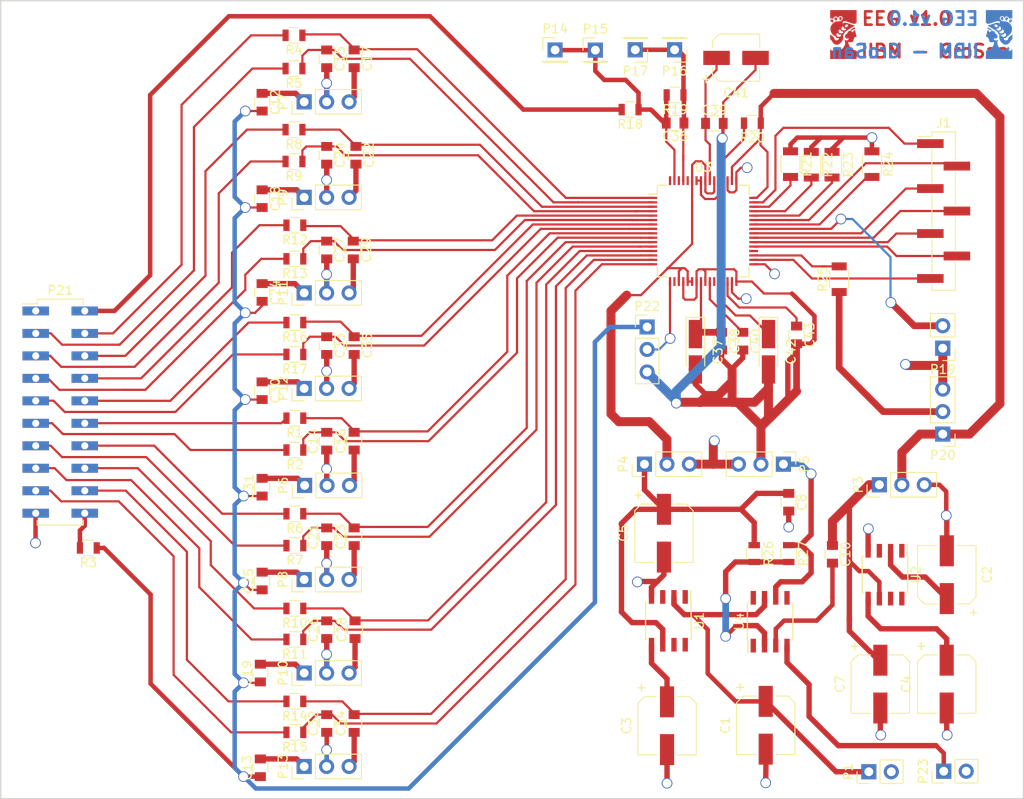
<source format=kicad_pcb>
(kicad_pcb (version 4) (host pcbnew 4.0.5)
  (layers (0 F.Cu signal) (31 B.Cu signal) (34 B.Paste user) (35 F.Paste user) (36 B.SilkS user) (37 F.SilkS user) (38 B.Mask user) (39 F.Mask user) (44 Edge.Cuts user))
  (net 0 "")
  (net 1 GND)
  (net 2 "Net-(C3-Pad1)")
  (net 3 "Net-(C4-Pad1)")
  (net 4 "Net-(C10-Pad1)")
  (net 5 "Net-(C12-Pad1)")
  (net 6 "Net-(C12-Pad2)")
  (net 7 "Net-(C13-Pad2)")
  (net 8 "Net-(C14-Pad2)")
  (net 9 "Net-(C15-Pad1)")
  (net 10 "Net-(C16-Pad1)")
  (net 11 "Net-(C16-Pad2)")
  (net 12 "Net-(C17-Pad1)")
  (net 13 "Net-(C17-Pad2)")
  (net 14 "Net-(C18-Pad1)")
  (net 15 "Net-(C19-Pad2)")
  (net 16 "Net-(C20-Pad1)")
  (net 17 "Net-(C21-Pad2)")
  (net 18 "Net-(C22-Pad1)")
  (net 19 "Net-(C22-Pad2)")
  (net 20 "Net-(C23-Pad1)")
  (net 21 "Net-(C23-Pad2)")
  (net 22 "Net-(C24-Pad1)")
  (net 23 "Net-(C25-Pad2)")
  (net 24 "Net-(C26-Pad2)")
  (net 25 "Net-(C27-Pad1)")
  (net 26 "Net-(C28-Pad1)")
  (net 27 "Net-(C28-Pad2)")
  (net 28 "Net-(C29-Pad1)")
  (net 29 "Net-(C29-Pad2)")
  (net 30 "Net-(C30-Pad1)")
  (net 31 "Net-(C31-Pad2)")
  (net 32 "Net-(C32-Pad2)")
  (net 33 "Net-(C33-Pad1)")
  (net 34 "Net-(C34-Pad1)")
  (net 35 "Net-(C34-Pad2)")
  (net 36 "Net-(C35-Pad1)")
  (net 37 "Net-(C35-Pad2)")
  (net 38 "Net-(C36-Pad1)")
  (net 39 "Net-(C36-Pad2)")
  (net 40 "Net-(C37-Pad1)")
  (net 41 -2.5)
  (net 42 "Net-(C39-Pad1)")
  (net 43 "Net-(C40-Pad1)")
  (net 44 "Net-(C42-Pad1)")
  (net 45 "Net-(C43-Pad1)")
  (net 46 "Net-(P19-Pad2)")
  (net 47 +3.3)
  (net 48 "Net-(P20-Pad2)")
  (net 49 IN8P)
  (net 50 IN8N)
  (net 51 IN7P)
  (net 52 IN7N)
  (net 53 IN6P)
  (net 54 IN6N)
  (net 55 IN5P)
  (net 56 IN5N)
  (net 57 IN4P)
  (net 58 IN4N)
  (net 59 IN3P)
  (net 60 IN3N)
  (net 61 IN2P)
  (net 62 IN2N)
  (net 63 IN1P)
  (net 64 IN1N)
  (net 65 Ref_elec)
  (net 66 Bias)
  (net 67 "Net-(R20-Pad2)")
  (net 68 "Net-(R21-Pad2)")
  (net 69 "Net-(R22-Pad2)")
  (net 70 "Net-(R23-Pad2)")
  (net 71 "Net-(R24-Pad2)")
  (net 72 "Net-(R25-Pad2)")
  (net 73 "Net-(U1-Pad1)")
  (net 74 "Net-(U1-Pad3)")
  (net 75 "Net-(U1-Pad7)")
  (net 76 "Net-(U1-Pad8)")
  (net 77 "Net-(U2-Pad1)")
  (net 78 "Net-(U2-Pad3)")
  (net 79 "Net-(U2-Pad7)")
  (net 80 "Net-(U2-Pad8)")
  (net 81 "Net-(U3-Pad18)")
  (net 82 +2.5)
  (net 83 "Net-(U3-Pad27)")
  (net 84 "Net-(U3-Pad29)")
  (net 85 "Net-(U3-Pad36)")
  (net 86 "Net-(U3-Pad60)")
  (net 87 "Net-(U3-Pad62)")
  (net 88 "Net-(U3-Pad64)")
  (net 89 +5)
  (net 90 "Net-(C5-Pad1)")
  (net 91 "Net-(P5-Pad1)")
  (net 92 "Net-(P22-Pad2)")
  (net 93 -5)
  (net 94 "Net-(R26-Pad2)")
  (net 95 "Net-(U4-Pad1)")
  (net 96 "Net-(U4-Pad5)")
  (net 97 "Net-(U4-Pad8)")
  (net 98 "Net-(P21-Pad1)")
  (net 99 +4.5)
  (net 100 "Net-(J1-Pad7)")
  (net 101 "Net-(J1-Pad6)")
  (net 102 "Net-(J1-Pad5)")
  (net 103 "Net-(J1-Pad4)")
  (net 104 "Net-(J1-Pad3)")
  (net 105 "Net-(J1-Pad2)")
  (net 106 "Net-(J1-Pad1)")
  (module Housings_SOIC:SOIC-8_3.9x4.9mm_Pitch1.27mm (layer F.Cu) (at 161.8 106.9 270)
    (fp_text reference U1 (at 0 -3.5 270) (layer F.SilkS))
    (fp_text value REF5025)
    (pad 1 smd rect (at -2.7 -1.905 270) (size 1.55 0.6) (layers F.Cu F.Paste F.Mask) (net 73 "Net-(U1-Pad1)"))
    (pad 2 smd rect (at -2.7 -0.635 270) (size 1.55 0.6) (layers F.Cu F.Paste F.Mask) (net 89 +5))
    (pad 3 smd rect (at -2.7 0.635 270) (size 1.55 0.6) (layers F.Cu F.Paste F.Mask) (net 74 "Net-(U1-Pad3)"))
    (pad 4 smd rect (at -2.7 1.905 270) (size 1.55 0.6) (layers F.Cu F.Paste F.Mask) (net 1 GND))
    (pad 5 smd rect (at 2.7 1.905 270) (size 1.55 0.6) (layers F.Cu F.Paste F.Mask) (net 2 "Net-(C3-Pad1)"))
    (pad 6 smd rect (at 2.7 0.635 270) (size 1.55 0.6) (layers F.Cu F.Paste F.Mask) (net 90 "Net-(C5-Pad1)"))
    (pad 7 smd rect (at 2.7 -0.635 270) (size 1.55 0.6) (layers F.Cu F.Paste F.Mask) (net 75 "Net-(U1-Pad7)"))
    (pad 8 smd rect (at 2.7 -1.905 270) (size 1.55 0.6) (layers F.Cu F.Paste F.Mask) (net 76 "Net-(U1-Pad8)"))
  )
  (module LogoModules:logoFiuba_small_mirrored (layer B.Cu) (at 199.136 40.64)
    (fp_text reference G*** hide)
    (fp_text value LOGO hide)
    (fp_poly (pts (xy -1.260169 -0.468282) (xy -1.272225 -0.449406) (xy -1.288265 -0.404107) (xy -1.306125 -0.339341) (xy -1.322364 -0.268262) (xy -1.344188 -0.17001) (xy -1.370009 -0.063681) (xy -1.395824 0.034587) (xy -1.408943 0.080616) (xy -1.432184 0.165784) (xy -1.441153 0.224094) (xy -1.434088 0.260476) (xy -1.409227 0.279864) (xy -1.364809 0.287188) (xy -1.334907 0.287867) (xy -1.268223 0.295038) (xy -1.230175 0.318881) (xy -1.215973 0.362892) (xy -1.215571 0.37496) (xy -1.203859 0.418155) (xy -1.182165 0.44354) (xy -1.147085 0.475233) (xy -1.122981 0.52032) (xy -1.106572 0.586595) (xy -1.098853 0.641505) (xy -1.079866 0.737569) (xy -1.046078 0.806112) (xy -0.993406 0.850023) (xy -0.917767 0.872193) (xy -0.815077 0.875513) (xy -0.772153 0.87277) (xy -0.67125 0.86439) (xy -0.601138 0.859308) (xy -0.556397 0.858613) (xy -0.531611 0.863394) (xy -0.521361 0.874741) (xy -0.520228 0.893741) (xy -0.522795 0.921485) (xy -0.522904 0.922867) (xy -0.537974 1.016188) (xy -0.567844 1.125291) (xy -0.608244 1.23715) (xy -0.654901 1.338736) (xy -0.665884 1.358951) (xy -0.750253 1.476545) (xy -0.862724 1.585397) (xy -0.995286 1.680067) (xy -1.139927 1.755117) (xy -1.288637 1.805108) (xy -1.338036 1.815315) (xy -1.451428 1.834778) (xy -1.451428 2.777067) (xy 1.524 2.777067) (xy 1.523932 2.214034) (xy 1.523867 2.061415) (xy 1.523577 1.939583) (xy 1.522859 1.845461) (xy 1.521508 1.775968) (xy 1.519322 1.728025) (xy 1.516096 1.698555) (xy 1.511627 1.684476) (xy 1.505712 1.682711) (xy 1.498146 1.690181) (xy 1.49006 1.7018) (xy 1.423963 1.778917) (xy 1.346583 1.832758) (xy 1.318712 1.844606) (xy 1.268195 1.85627) (xy 1.208344 1.861709) (xy 1.151554 1.860854) (xy 1.110215 1.853637) (xy 1.097709 1.845833) (xy 1.100969 1.823368) (xy 1.122253 1.786501) (xy 1.135166 1.769525) (xy 1.180891 1.688698) (xy 1.192046 1.603489) (xy 1.168227 1.518993) (xy 1.156773 1.4986) (xy 1.117485 1.448685) (xy 1.078611 1.429595) (xy 1.036956 1.44174) (xy 0.989325 1.485531) (xy 0.958871 1.524) (xy 0.858893 1.637522) (xy 0.751598 1.718086) (xy 0.638527 1.765577) (xy 0.52122 1.779879) (xy 0.401221 1.760877) (xy 0.28007 1.708454) (xy 0.159309 1.622495) (xy 0.120029 1.586962) (xy -0.000517 1.449246) (xy -0.091565 1.295706) (xy -0.134341 1.186493) (xy -0.152907 1.098773) (xy -0.161586 0.993948) (xy -0.160322 0.885603) (xy -0.149055 0.787327) (xy -0.136268 0.735058) (xy -0.120913 0.687173) (xy -0.111033 0.655125) (xy -0.109053 0.6477) (xy -0.123451 0.642218) (xy -0.158579 0.645508) (xy -0.200866 0.655305) (xy -0.235857 0.668867) (xy -0.307705 0.690908) (xy -0.385026 0.689169) (xy -0.452553 0.664334) (xy -0.460702 0.6588) (xy -0.500348 0.619841) (xy -0.538785 0.56664) (xy -0.568139 0.511837) (xy -0.580538 0.468072) (xy -0.580571 0.466341) (xy -0.567671 0.444775) (xy -0.54026 0.442006) (xy -0.515827 0.459079) (xy -0.489729 0.469553) (xy -0.434071 0.472363) (xy -0.397508 0.470744) (xy -0.312173 0.457896) (xy -0.251383 0.428624) (xy -0.204974 0.376384) (xy -0.179265 0.3302) (xy -0.149786 0.236233) (xy -0.155807 0.147907) (xy -0.196829 0.0666) (xy -0.272357 -0.006312) (xy -0.309932 -0.031489) (xy -0.384022 -0.089874) (xy -0.438934 -0.159395) (xy -0.468413 -0.23116) (xy -0.471714 -0.261402) (xy -0.48831 -0.306808) (xy -0.514517 -0.330195) (xy -0.560472 -0.34945) (xy -0.630749 -0.369074) (xy -0.713511 -0.386618) (xy -0.796919 -0.399632) (xy -0.869136 -0.405665) (xy -0.879928 -0.405821) (xy -0.9525 -0.405829) (xy -0.889 -0.368015) (xy -0.8255 -0.3302) (xy -0.879316 -0.324488) (xy -0.930524 -0.307814) (xy -0.973699 -0.277922) (xy -1.007206 -0.24968) (xy -1.032929 -0.237107) (xy -1.033846 -0.237066) (xy -1.046678 -0.239629) (xy -1.057041 -0.252053) (xy -1.068307 -0.281442) (xy -1.083851 -0.334898) (xy -1.088744 -0.352647) (xy -1.107927 -0.403432) (xy -1.137099 -0.433605) (xy -1.173401 -0.451067) (xy -1.220758 -0.465514) (xy -1.255775 -0.469232) (xy -1.260169 -0.468282)) (layer B.Cu) (width 0.01))
    (fp_poly (pts (xy -1.451428 -1.342368) (xy -1.359206 -1.261855) (xy -1.309772 -1.219791) (xy -1.274959 -1.196607) (xy -1.243007 -1.187933) (xy -1.202153 -1.189398) (xy -1.173242 -1.192746) (xy -1.097188 -1.206806) (xy -0.995875 -1.232605) (xy -0.87703 -1.267773) (xy -0.748382 -1.309942) (xy -0.617659 -1.356743) (xy -0.537409 -1.387661) (xy -0.362998 -1.450903) (xy -0.21535 -1.49138) (xy -0.09434 -1.509065) (xy 0.000159 -1.503934) (xy 0.068273 -1.47596) (xy 0.110128 -1.425118) (xy 0.125849 -1.351382) (xy 0.11565 -1.255134) (xy 0.1043 -1.202168) (xy 0.033955 -1.261484) (xy -0.001599 -1.288782) (xy -0.03766 -1.308641) (xy -0.078077 -1.320545) (xy -0.126699 -1.32398) (xy -0.187375 -1.318433) (xy -0.263954 -1.30339) (xy -0.360284 -1.278336) (xy -0.480214 -1.242758) (xy -0.627594 -1.19614) (xy -0.748001 -1.157041) (xy -0.875092 -1.11537) (xy -0.990112 -1.077365) (xy -1.088872 -1.044433) (xy -1.167186 -1.017983) (xy -1.220864 -0.99942) (xy -1.245721 -0.990152) (xy -1.24693 -0.989394) (xy -1.231394 -0.979584) (xy -1.189131 -0.953205) (xy -1.123637 -0.912432) (xy -1.038407 -0.859438) (xy -0.936937 -0.796397) (xy -0.822722 -0.725482) (xy -0.725714 -0.665281) (xy -0.600627 -0.586925) (xy -0.482994 -0.51182) (xy -0.376843 -0.442647) (xy -0.286203 -0.382085) (xy -0.215102 -0.332815) (xy -0.167568 -0.297517) (xy -0.150573 -0.282662) (xy -0.111633 -0.230061) (xy -0.084845 -0.173478) (xy -0.080501 -0.156995) (xy -0.053655 -0.07523) (xy -0.007356 -0.019484) (xy 0.030904 0.003159) (xy 0.065163 0.022525) (xy 0.078235 0.038104) (xy 0.078215 0.038226) (xy 0.075694 0.059985) (xy 0.071081 0.106749) (xy 0.065228 0.169769) (xy 0.063118 0.193218) (xy 0.063341 0.374851) (xy 0.096125 0.547799) (xy 0.160162 0.708531) (xy 0.254143 0.853514) (xy 0.343106 0.949431) (xy 0.47187 1.053666) (xy 0.597857 1.124144) (xy 0.721099 1.160874) (xy 0.841623 1.163864) (xy 0.959459 1.133122) (xy 0.970643 1.128391) (xy 1.063707 1.073127) (xy 1.154823 0.992674) (xy 1.235838 0.895209) (xy 1.288263 0.809782) (xy 1.332938 0.737707) (xy 1.390357 0.663295) (xy 1.432555 0.618067) (xy 1.521318 0.5334) (xy 1.530138 0.309411) (xy 1.5341 0.200795) (xy 1.535216 0.122694) (xy 1.532096 0.071786) (xy 1.523348 0.044746) (xy 1.507581 0.038251) (xy 1.483406 0.048978) (xy 1.44943 0.073603) (xy 1.43588 0.084174) (xy 1.378135 0.129082) (xy 1.307439 0.183599) (xy 1.239012 0.235986) (xy 1.238468 0.2364) (xy 1.162559 0.29897) (xy 1.112247 0.354304) (xy 1.081265 0.411374) (xy 1.063349 0.479151) (xy 1.061578 0.489685) (xy 1.04972 0.542486) (xy 1.034459 0.584603) (xy 1.029899 0.592717) (xy 0.979409 0.639297) (xy 0.906817 0.671225) (xy 0.82387 0.686053) (xy 0.742313 0.681335) (xy 0.689429 0.663651) (xy 0.630798 0.619671) (xy 0.581691 0.55755) (xy 0.550792 0.490054) (xy 0.544584 0.45074) (xy 0.544286 0.401946) (xy 0.680357 0.410097) (xy 0.74998 0.413463) (xy 0.790898 0.412402) (xy 0.810528 0.405703) (xy 0.816287 0.392159) (xy 0.816429 0.387923) (xy 0.825425 0.356573) (xy 0.834572 0.347133) (xy 0.850172 0.323091) (xy 0.852714 0.306033) (xy 0.869642 0.278708) (xy 0.919428 0.24166) (xy 0.974713 0.209665) (xy 1.127693 0.109911) (xy 1.168282 0.072195) (xy 0.827875 0.072195) (xy 0.800326 0.156933) (xy 0.745928 0.228732) (xy 0.672505 0.271893) (xy 0.580851 0.286144) (xy 0.47176 0.271215) (xy 0.467727 0.270184) (xy 0.407836 0.24546) (xy 0.349674 0.206501) (xy 0.302439 0.161266) (xy 0.275328 0.117715) (xy 0.272143 0.100934) (xy 0.287529 0.049864) (xy 0.329161 0.01538) (xy 0.390247 0.000063) (xy 0.463997 0.006489) (xy 0.496055 0.015914) (xy 0.530229 0.023324) (xy 0.54647 0.008121) (xy 0.55127 -0.006735) (xy 0.580269 -0.067636) (xy 0.62517 -0.111077) (xy 0.678247 -0.134246) (xy 0.731776 -0.134332) (xy 0.778033 -0.108522) (xy 0.79043 -0.093778) (xy 0.824927 -0.015127) (xy 0.827875 0.072195) (xy 1.168282 0.072195) (xy 1.255042 -0.008421) (xy 1.356174 -0.141611) (xy 1.430502 -0.285938) (xy 1.439564 -0.315236) (xy 0.581253 -0.315236) (xy 0.568967 -0.245385) (xy 0.541289 -0.195023) (xy 0.475517 -0.142607) (xy 0.389606 -0.110844) (xy 0.293653 -0.101664) (xy 0.197755 -0.116998) (xy 0.174821 -0.124948) (xy 0.128401 -0.150879) (xy 0.083042 -0.188222) (xy 0.048947 -0.227244) (xy 0.036286 -0.257053) (xy 0.04802 -0.278407) (xy 0.076684 -0.310111) (xy 0.080818 -0.314036) (xy 0.12492 -0.343657) (xy 0.18123 -0.354953) (xy 0.205664 -0.3556) (xy 0.254972 -0.357136) (xy 0.281266 -0.36763) (xy 0.296267 -0.395912) (xy 0.306462 -0.431524) (xy 0.336421 -0.49902) (xy 0.380629 -0.54122) (xy 0.434546 -0.554796) (xy 0.466544 -0.548907) (xy 0.515879 -0.515911) (xy 0.552749 -0.45978) (xy 0.575194 -0.389795) (xy 0.581253 -0.315236) (xy 1.439564 -0.315236) (xy 1.477442 -0.437682) (xy 1.496407 -0.593122) (xy 1.492113 -0.662679) (xy 0.272143 -0.662679) (xy 0.259223 -0.593683) (xy 0.225752 -0.528468) (xy 0.191868 -0.492126) (xy 0.112962 -0.451247) (xy 0.018076 -0.432767) (xy -0.081085 -0.43719) (xy -0.172814 -0.465024) (xy -0.192885 -0.475509) (xy -0.246244 -0.519704) (xy -0.267109 -0.567219) (xy -0.257952 -0.61233) (xy -0.221247 -0.649311) (xy -0.159467 -0.672439) (xy -0.105695 -0.677333) (xy -0.0532 -0.678533) (xy -0.027461 -0.685877) (xy -0.018951 -0.704985) (xy -0.018143 -0.728974) (xy -0.006519 -0.798714) (xy 0.024596 -0.852107) (xy 0.069567 -0.884286) (xy 0.122761 -0.890385) (xy 0.156195 -0.879544) (xy 0.196703 -0.84484) (xy 0.233981 -0.788909) (xy 0.261352 -0.72424) (xy 0.272141 -0.663319) (xy 0.272143 -0.662679) (xy 1.492113 -0.662679) (xy 1.486812 -0.748538) (xy 1.448071 -0.90021) (xy 1.44373 -0.909353) (xy -0.127245 -0.909353) (xy -0.131346 -0.845972) (xy -0.138012 -0.822651) (xy -0.163621 -0.803843) (xy -0.213834 -0.797) (xy -0.279229 -0.802337) (xy -0.344086 -0.817989) (xy -0.413859 -0.857355) (xy -0.463152 -0.920768) (xy -0.487809 -1.002031) (xy -0.489857 -1.035437) (xy -0.489857 -1.1176) (xy -0.370736 -1.1176) (xy -0.284824 -1.114127) (xy -0.226049 -1.101472) (xy -0.185802 -1.076279) (xy -0.155475 -1.035192) (xy -0.154402 -1.033272) (xy -0.135391 -0.977694) (xy -0.127245 -0.909353) (xy 1.44373 -0.909353) (xy 1.379598 -1.044416) (xy 1.280808 -1.177437) (xy 1.204834 -1.252) (xy 1.067998 -1.353346) (xy 0.922542 -1.424362) (xy 0.764127 -1.466419) (xy 0.588416 -1.480887) (xy 0.489857 -1.478031) (xy 0.424841 -1.475133) (xy 0.3819 -1.479089) (xy 0.346946 -1.493944) (xy 0.305893 -1.52374) (xy 0.291986 -1.534832) (xy 0.20041 -1.622165) (xy 0.139264 -1.711781) (xy 0.110809 -1.800061) (xy 0.108977 -1.827882) (xy 0.124901 -1.916853) (xy 0.169863 -1.987981) (xy 0.2401 -2.037901) (xy 0.331847 -2.063247) (xy 0.375072 -2.065755) (xy 0.463764 -2.053682) (xy 0.533727 -2.015365) (xy 0.589232 -1.948008) (xy 0.607776 -1.913486) (xy 0.641518 -1.843649) (xy 0.660938 -1.899138) (xy 0.690861 -1.947782) (xy 0.738633 -1.991446) (xy 0.743857 -1.994886) (xy 0.820086 -2.024532) (xy 0.903671 -2.027149) (xy 0.986927 -2.006378) (xy 1.062168 -1.965857) (xy 1.121709 -1.909229) (xy 1.157864 -1.840133) (xy 1.165105 -1.795355) (xy 1.166911 -1.75947) (xy 1.169097 -1.744141) (xy 1.169139 -1.744133) (xy 1.185161 -1.751046) (xy 1.222688 -1.768484) (xy 1.242786 -1.778) (xy 1.318606 -1.802835) (xy 1.398767 -1.811233) (xy 1.468668 -1.802225) (xy 1.488907 -1.794337) (xy 1.499099 -1.790248) (xy 1.507099 -1.791692) (xy 1.513172 -1.80219) (xy 1.517584 -1.825262) (xy 1.520598 -1.864429) (xy 1.522482 -1.92321) (xy 1.5235 -2.005126) (xy 1.523918 -2.113697) (xy 1.524 -2.252444) (xy 1.524 -2.7432) (xy -1.451428 -2.7432) (xy -1.451428 -1.342368)) (layer B.Cu) (width 0.01))
    (fp_poly (pts (xy -1.25356 -0.776468) (xy -1.265686 -0.763449) (xy -1.268389 -0.731436) (xy -1.266412 -0.690033) (xy -1.260928 -0.601133) (xy -1.034143 -0.529314) (xy -0.928394 -0.497328) (xy -0.841604 -0.474078) (xy -0.777122 -0.460218) (xy -0.738296 -0.456401) (xy -0.728476 -0.46328) (xy -0.735693 -0.471099) (xy -0.848062 -0.558428) (xy -0.95438 -0.63481) (xy -1.050445 -0.697619) (xy -1.132053 -0.74423) (xy -1.195003 -0.772017) (xy -1.228404 -0.778933) (xy -1.25356 -0.776468)) (layer B.Cu) (width 0.01))
    (fp_poly (pts (xy 1.290113 -1.677384) (xy 1.251573 -1.64401) (xy 1.215586 -1.589944) (xy 1.189159 -1.528106) (xy 1.179286 -1.473034) (xy 1.191082 -1.409576) (xy 1.22112 -1.347405) (xy 1.256184 -1.307542) (xy 1.275293 -1.300637) (xy 1.289903 -1.319485) (xy 1.298202 -1.342642) (xy 1.322253 -1.385966) (xy 1.368784 -1.420002) (xy 1.39405 -1.432261) (xy 1.456733 -1.465104) (xy 1.491214 -1.49804) (xy 1.504571 -1.539071) (xy 1.505579 -1.558332) (xy 1.489889 -1.615542) (xy 1.448541 -1.660101) (xy 1.391329 -1.6866) (xy 1.32804 -1.68963) (xy 1.290113 -1.677384)) (layer B.Cu) (width 0.01))
    (fp_poly (pts (xy 0.883737 -1.923932) (xy 0.813136 -1.896264) (xy 0.766471 -1.84387) (xy 0.74512 -1.76855) (xy 0.743857 -1.741197) (xy 0.746805 -1.687519) (xy 0.760311 -1.649393) (xy 0.791374 -1.611774) (xy 0.814294 -1.589741) (xy 0.867548 -1.544332) (xy 0.901136 -1.526466) (xy 0.916219 -1.535955) (xy 0.91396 -1.57261) (xy 0.913745 -1.573626) (xy 0.911574 -1.6064) (xy 0.924781 -1.636453) (xy 0.958837 -1.673869) (xy 0.977698 -1.691489) (xy 1.028942 -1.746482) (xy 1.048499 -1.792659) (xy 1.037033 -1.836546) (xy 0.99713 -1.882883) (xy 0.955727 -1.915998) (xy 0.919654 -1.927127) (xy 0.883737 -1.923932)) (layer B.Cu) (width 0.01))
    (fp_poly (pts (xy 0.274972 -1.935068) (xy 0.235571 -1.888539) (xy 0.220661 -1.827154) (xy 0.228687 -1.759638) (xy 0.258096 -1.694715) (xy 0.307333 -1.641111) (xy 0.330015 -1.626034) (xy 0.372888 -1.607102) (xy 0.417995 -1.595052) (xy 0.456526 -1.59073) (xy 0.479675 -1.594984) (xy 0.478633 -1.608662) (xy 0.475343 -1.612053) (xy 0.457837 -1.648755) (xy 0.456272 -1.701728) (xy 0.47019 -1.757032) (xy 0.480786 -1.778) (xy 0.504984 -1.83932) (xy 0.495135 -1.891949) (xy 0.463595 -1.929565) (xy 0.402896 -1.962548) (xy 0.336429 -1.96314) (xy 0.274972 -1.935068)) (layer B.Cu) (width 0.01))
  )
  (module Housings_SOIC:SOIC-8_3.9x4.9mm_Pitch1.27mm (layer F.Cu) (at 173.3 107 90)
    (fp_text reference U4 (at 0 -3.5 90) (layer F.SilkS))
    (fp_text value OPA735)
    (pad 1 smd rect (at -2.7 -1.905 90) (size 1.55 0.6) (layers F.Cu F.Paste F.Mask) (net 95 "Net-(U4-Pad1)"))
    (pad 2 smd rect (at -2.7 -0.635 90) (size 1.55 0.6) (layers F.Cu F.Paste F.Mask) (net 94 "Net-(R26-Pad2)"))
    (pad 3 smd rect (at -2.7 0.635 90) (size 1.55 0.6) (layers F.Cu F.Paste F.Mask) (net 1 GND))
    (pad 4 smd rect (at -2.7 1.905 90) (size 1.55 0.6) (layers F.Cu F.Paste F.Mask) (net 93 -5))
    (pad 5 smd rect (at 2.7 1.905 90) (size 1.55 0.6) (layers F.Cu F.Paste F.Mask) (net 96 "Net-(U4-Pad5)"))
    (pad 6 smd rect (at 2.7 0.635 90) (size 1.55 0.6) (layers F.Cu F.Paste F.Mask) (net 91 "Net-(P5-Pad1)"))
    (pad 7 smd rect (at 2.7 -0.635 90) (size 1.55 0.6) (layers F.Cu F.Paste F.Mask) (net 89 +5))
    (pad 8 smd rect (at 2.7 -1.905 90) (size 1.55 0.6) (layers F.Cu F.Paste F.Mask) (net 97 "Net-(U4-Pad8)"))
  )
  (module Pin_Headers:Pin_Header_Straight_1x03_Pitch2.54mm (layer F.Cu) (at 120.65 48.26 90)
    (fp_text reference P7 (at 0 -2.39 90) (layer F.SilkS))
    (fp_text value CONN_01X03)
    (pad 1 thru_hole rect (at 0 0 90) (size 1.7 1.7) (drill 1) (layers *.Cu *.Mask) (net 5 "Net-(C12-Pad1)"))
    (pad 2 thru_hole oval (at 0 2.54 90) (size 1.7 1.7) (drill 1) (layers *.Cu *.Mask) (net 1 GND))
    (pad 3 thru_hole oval (at 0 5.08 90) (size 1.7 1.7) (drill 1) (layers *.Cu *.Mask) (net 13 "Net-(C17-Pad2)"))
  )
  (module Pin_Headers:Pin_Header_Straight_1x03_Pitch2.54mm (layer F.Cu) (at 120.65 69.85 90)
    (fp_text reference P11 (at 0 -2.39 90) (layer F.SilkS))
    (fp_text value CONN_01X03)
    (pad 1 thru_hole rect (at 0 0 90) (size 1.7 1.7) (drill 1) (layers *.Cu *.Mask) (net 22 "Net-(C24-Pad1)"))
    (pad 2 thru_hole oval (at 0 2.54 90) (size 1.7 1.7) (drill 1) (layers *.Cu *.Mask) (net 1 GND))
    (pad 3 thru_hole oval (at 0 5.08 90) (size 1.7 1.7) (drill 1) (layers *.Cu *.Mask) (net 29 "Net-(C29-Pad2)"))
  )
  (module Capacitors_SMD:C_0805 (layer F.Cu) (at 176.285 74.595 270)
    (fp_text reference C43 (at 0 -1.5 270) (layer F.SilkS))
    (fp_text value 1u)
    (pad 1 smd rect (at -1 0 270) (size 1 1.25) (layers F.Cu F.Paste F.Mask) (net 45 "Net-(C43-Pad1)"))
    (pad 2 smd rect (at 1 0 270) (size 1 1.25) (layers F.Cu F.Paste F.Mask) (net 41 -2.5))
  )
  (module Capacitors_SMD:C_0805 (layer F.Cu) (at 170.2 75.3 270)
    (fp_text reference C40 (at 0 -1.5 270) (layer F.SilkS))
    (fp_text value 1u)
    (pad 1 smd rect (at -1 0 270) (size 1 1.25) (layers F.Cu F.Paste F.Mask) (net 43 "Net-(C40-Pad1)"))
    (pad 2 smd rect (at 1 0 270) (size 1 1.25) (layers F.Cu F.Paste F.Mask) (net 41 -2.5))
  )
  (module Capacitors_SMD:C_0805 (layer F.Cu) (at 167 50.7)
    (fp_text reference C39 (at 0 -1.5) (layer F.SilkS))
    (fp_text value 0.1u)
    (pad 1 smd rect (at -1 0) (size 1 1.25) (layers F.Cu F.Paste F.Mask) (net 42 "Net-(C39-Pad1)"))
    (pad 2 smd rect (at 1 0) (size 1 1.25) (layers F.Cu F.Paste F.Mask) (net 41 -2.5))
  )
  (module Capacitors_SMD:C_0805 (layer F.Cu) (at 167.8 75.3 270)
    (fp_text reference C38 (at 0 -1.5 270) (layer F.SilkS))
    (fp_text value 0.1u)
    (pad 1 smd rect (at -1 0 270) (size 1 1.25) (layers F.Cu F.Paste F.Mask) (net 40 "Net-(C37-Pad1)"))
    (pad 2 smd rect (at 1 0 270) (size 1 1.25) (layers F.Cu F.Paste F.Mask) (net 41 -2.5))
  )
  (module Capacitors_SMD:C_0805 (layer F.Cu) (at 162.56 50.659 180)
    (fp_text reference C36 (at 0 -1.5 180) (layer F.SilkS))
    (fp_text value 0.01u)
    (pad 1 smd rect (at -1 0 180) (size 1 1.25) (layers F.Cu F.Paste F.Mask) (net 38 "Net-(C36-Pad1)"))
    (pad 2 smd rect (at 1 0 180) (size 1 1.25) (layers F.Cu F.Paste F.Mask) (net 39 "Net-(C36-Pad2)"))
  )
  (module Capacitors_SMD:C_0805 (layer F.Cu) (at 115.9 91.8 90)
    (fp_text reference C31 (at 0 -1.5 90) (layer F.SilkS))
    (fp_text value 4.7n)
    (pad 1 smd rect (at -1 0 90) (size 1 1.25) (layers F.Cu F.Paste F.Mask) (net 6 "Net-(C12-Pad2)"))
    (pad 2 smd rect (at 1 0 90) (size 1 1.25) (layers F.Cu F.Paste F.Mask) (net 31 "Net-(C31-Pad2)"))
  )
  (module Capacitors_SMD:C_0805 (layer F.Cu) (at 115.9 80.9 270)
    (fp_text reference C30 (at 0 -1.5 270) (layer F.SilkS))
    (fp_text value 4.7n)
    (pad 1 smd rect (at -1 0 270) (size 1 1.25) (layers F.Cu F.Paste F.Mask) (net 30 "Net-(C30-Pad1)"))
    (pad 2 smd rect (at 1 0 270) (size 1 1.25) (layers F.Cu F.Paste F.Mask) (net 6 "Net-(C12-Pad2)"))
  )
  (module Capacitors_SMD:C_0805 (layer F.Cu) (at 115.9 102.4 90)
    (fp_text reference C25 (at 0 -1.5 90) (layer F.SilkS))
    (fp_text value 4.7n)
    (pad 1 smd rect (at -1 0 90) (size 1 1.25) (layers F.Cu F.Paste F.Mask) (net 6 "Net-(C12-Pad2)"))
    (pad 2 smd rect (at 1 0 90) (size 1 1.25) (layers F.Cu F.Paste F.Mask) (net 23 "Net-(C25-Pad2)"))
  )
  (module Capacitors_SMD:C_0805 (layer F.Cu) (at 115.9 69.8 270)
    (fp_text reference C24 (at 0 -1.5 270) (layer F.SilkS))
    (fp_text value 4.7n)
    (pad 1 smd rect (at -1 0 270) (size 1 1.25) (layers F.Cu F.Paste F.Mask) (net 22 "Net-(C24-Pad1)"))
    (pad 2 smd rect (at 1 0 270) (size 1 1.25) (layers F.Cu F.Paste F.Mask) (net 6 "Net-(C12-Pad2)"))
  )
  (module Capacitors_SMD:C_0805 (layer F.Cu) (at 115.7 112.8 90)
    (fp_text reference C19 (at 0 -1.5 90) (layer F.SilkS))
    (fp_text value 4.7n)
    (pad 1 smd rect (at -1 0 90) (size 1 1.25) (layers F.Cu F.Paste F.Mask) (net 6 "Net-(C12-Pad2)"))
    (pad 2 smd rect (at 1 0 90) (size 1 1.25) (layers F.Cu F.Paste F.Mask) (net 15 "Net-(C19-Pad2)"))
  )
  (module Capacitors_SMD:C_0805 (layer F.Cu) (at 115.9 59.2 270)
    (fp_text reference C18 (at 0 -1.5 270) (layer F.SilkS))
    (fp_text value 4.7n)
    (pad 1 smd rect (at -1 0 270) (size 1 1.25) (layers F.Cu F.Paste F.Mask) (net 14 "Net-(C18-Pad1)"))
    (pad 2 smd rect (at 1 0 270) (size 1 1.25) (layers F.Cu F.Paste F.Mask) (net 6 "Net-(C12-Pad2)"))
  )
  (module Capacitors_SMD:C_0805 (layer F.Cu) (at 115.7 123.5 90)
    (fp_text reference C13 (at 0 -1.5 90) (layer F.SilkS))
    (fp_text value 4.7n)
    (pad 1 smd rect (at -1 0 90) (size 1 1.25) (layers F.Cu F.Paste F.Mask) (net 6 "Net-(C12-Pad2)"))
    (pad 2 smd rect (at 1 0 90) (size 1 1.25) (layers F.Cu F.Paste F.Mask) (net 7 "Net-(C13-Pad2)"))
  )
  (module Capacitors_SMD:C_0805 (layer F.Cu) (at 115.9 48.3 270)
    (fp_text reference C12 (at 0 -1.5 270) (layer F.SilkS))
    (fp_text value 4.7n)
    (pad 1 smd rect (at -1 0 270) (size 1 1.25) (layers F.Cu F.Paste F.Mask) (net 5 "Net-(C12-Pad1)"))
    (pad 2 smd rect (at 1 0 270) (size 1 1.25) (layers F.Cu F.Paste F.Mask) (net 6 "Net-(C12-Pad2)"))
  )
  (module Capacitors_SMD:C_0805 (layer F.Cu) (at 180.34 99.381 270)
    (fp_text reference C10 (at 0 -1.5 270) (layer F.SilkS))
    (fp_text value 0.1u)
    (pad 1 smd rect (at -1 0 270) (size 1 1.25) (layers F.Cu F.Paste F.Mask) (net 4 "Net-(C10-Pad1)"))
    (pad 2 smd rect (at 1 0 270) (size 1 1.25) (layers F.Cu F.Paste F.Mask) (net 1 GND))
  )
  (module Capacitors_SMD:C_0805 (layer F.Cu) (at 175.4 93.5 270)
    (fp_text reference C8 (at 0 -1.5 270) (layer F.SilkS))
    (fp_text value 0.1u)
    (pad 1 smd rect (at -1 0 270) (size 1 1.25) (layers F.Cu F.Paste F.Mask) (net 90 "Net-(C5-Pad1)"))
    (pad 2 smd rect (at 1 0 270) (size 1 1.25) (layers F.Cu F.Paste F.Mask) (net 1 GND))
  )
  (module Capacitors_SMD:CP_Elec_6.3x4.5 (layer F.Cu) (at 172.8 118.7 270)
    (fp_text reference C1 (at 0 4.56 270) (layer F.SilkS))
    (fp_text value 1u)
    (fp_text user + (at -4.28 2.96 270) (layer F.SilkS))
    (pad 1 smd rect (at -2.7 0 90) (size 3.5 1.6) (layers F.Cu F.Paste F.Mask) (net 89 +5))
    (pad 2 smd rect (at 2.7 0 90) (size 3.5 1.6) (layers F.Cu F.Paste F.Mask) (net 1 GND))
  )
  (module Capacitors_SMD:CP_Elec_6.3x4.5 (layer F.Cu) (at 193.26 101.685 90)
    (fp_text reference C2 (at 0 4.56 90) (layer F.SilkS))
    (fp_text value 1u)
    (fp_text user + (at -4.28 2.96 90) (layer F.SilkS))
    (pad 1 smd rect (at -2.7 0 270) (size 3.5 1.6) (layers F.Cu F.Paste F.Mask) (net 99 +4.5))
    (pad 2 smd rect (at 2.7 0 270) (size 3.5 1.6) (layers F.Cu F.Paste F.Mask) (net 1 GND))
  )
  (module Capacitors_SMD:CP_Elec_6.3x4.5 (layer F.Cu) (at 161.65 118.75 270)
    (fp_text reference C3 (at 0 4.56 270) (layer F.SilkS))
    (fp_text value 1u)
    (fp_text user + (at -4.28 2.96 270) (layer F.SilkS))
    (pad 1 smd rect (at -2.7 0 90) (size 3.5 1.6) (layers F.Cu F.Paste F.Mask) (net 2 "Net-(C3-Pad1)"))
    (pad 2 smd rect (at 2.7 0 90) (size 3.5 1.6) (layers F.Cu F.Paste F.Mask) (net 1 GND))
  )
  (module Capacitors_SMD:CP_Elec_6.3x4.5 (layer F.Cu) (at 193.25 114.05 270)
    (fp_text reference C4 (at 0 4.56 270) (layer F.SilkS))
    (fp_text value 1u)
    (fp_text user + (at -4.28 2.96 270) (layer F.SilkS))
    (pad 1 smd rect (at -2.7 0 90) (size 3.5 1.6) (layers F.Cu F.Paste F.Mask) (net 3 "Net-(C4-Pad1)"))
    (pad 2 smd rect (at 2.7 0 90) (size 3.5 1.6) (layers F.Cu F.Paste F.Mask) (net 1 GND))
  )
  (module Capacitors_SMD:CP_Elec_6.3x4.5 (layer F.Cu) (at 161.3 97 270)
    (fp_text reference C5 (at 0 4.56 270) (layer F.SilkS))
    (fp_text value 10u)
    (fp_text user + (at -4.28 2.96 270) (layer F.SilkS))
    (pad 1 smd rect (at -2.7 0 90) (size 3.5 1.6) (layers F.Cu F.Paste F.Mask) (net 90 "Net-(C5-Pad1)"))
    (pad 2 smd rect (at 2.7 0 90) (size 3.5 1.6) (layers F.Cu F.Paste F.Mask) (net 1 GND))
  )
  (module Capacitors_SMD:CP_Elec_6.3x4.5 (layer F.Cu) (at 185.75 114.05 270)
    (fp_text reference C7 (at 0 4.56 270) (layer F.SilkS))
    (fp_text value 10u)
    (fp_text user + (at -4.28 2.96 270) (layer F.SilkS))
    (pad 1 smd rect (at -2.7 0 90) (size 3.5 1.6) (layers F.Cu F.Paste F.Mask) (net 4 "Net-(C10-Pad1)"))
    (pad 2 smd rect (at 2.7 0 90) (size 3.5 1.6) (layers F.Cu F.Paste F.Mask) (net 1 GND))
  )
  (module Capacitors_Tantalum_SMD:CP_Tantalum_Case-A_EIA-3216-18_Hand (layer F.Cu) (at 164.855 76.5 270)
    (fp_text reference C37 (at 0 -2.55 270) (layer F.SilkS))
    (fp_text value 10u)
    (pad 1 smd rect (at -2 0 270) (size 3.2 1.5) (layers F.Cu F.Paste F.Mask) (net 40 "Net-(C37-Pad1)"))
    (pad 2 smd rect (at 2 0 270) (size 3.2 1.5) (layers F.Cu F.Paste F.Mask) (net 41 -2.5))
  )
  (module Capacitors_SMD:CP_Elec_5x5.3 (layer F.Cu) (at 169.4456 43.29856)
    (fp_text reference C41 (at 0 3.92) (layer F.SilkS))
    (fp_text value 1u)
    (fp_text user + (at -3.38 2.34) (layer F.SilkS))
    (pad 1 smd rect (at -2.2 0 180) (size 3 1.6) (layers F.Cu F.Paste F.Mask) (net 42 "Net-(C39-Pad1)"))
    (pad 2 smd rect (at 2.2 0 180) (size 3 1.6) (layers F.Cu F.Paste F.Mask) (net 41 -2.5))
  )
  (module Capacitors_Tantalum_SMD:CP_Tantalum_Case-A_EIA-3216-18_Hand (layer F.Cu) (at 173.11 76.5 270)
    (fp_text reference C42 (at 0 -2.55 270) (layer F.SilkS))
    (fp_text value 100u)
    (pad 1 smd rect (at -2 0 270) (size 3.2 1.5) (layers F.Cu F.Paste F.Mask) (net 44 "Net-(C42-Pad1)"))
    (pad 2 smd rect (at 2 0 270) (size 3.2 1.5) (layers F.Cu F.Paste F.Mask) (net 41 -2.5))
  )
  (module Pin_Headers:Pin_Header_Straight_1x03_Pitch2.54mm (layer F.Cu) (at 185.64 91.525 90)
    (fp_text reference P3 (at 0 -2.39 90) (layer F.SilkS))
    (fp_text value +3.3V)
    (pad 1 thru_hole rect (at 0 0 90) (size 1.7 1.7) (drill 1) (layers *.Cu *.Mask) (net 4 "Net-(C10-Pad1)"))
    (pad 2 thru_hole oval (at 0 2.54 90) (size 1.7 1.7) (drill 1) (layers *.Cu *.Mask) (net 47 +3.3))
    (pad 3 thru_hole oval (at 0 5.08 90) (size 1.7 1.7) (drill 1) (layers *.Cu *.Mask) (net 1 GND))
  )
  (module Pin_Headers:Pin_Header_Straight_1x03_Pitch2.54mm (layer F.Cu) (at 159.1 89.2 90)
    (fp_text reference P4 (at 0 -2.39 90) (layer F.SilkS))
    (fp_text value +2.5V)
    (pad 1 thru_hole rect (at 0 0 90) (size 1.7 1.7) (drill 1) (layers *.Cu *.Mask) (net 90 "Net-(C5-Pad1)"))
    (pad 2 thru_hole oval (at 0 2.54 90) (size 1.7 1.7) (drill 1) (layers *.Cu *.Mask) (net 82 +2.5))
    (pad 3 thru_hole oval (at 0 5.08 90) (size 1.7 1.7) (drill 1) (layers *.Cu *.Mask) (net 1 GND))
  )
  (module Pin_Headers:Pin_Header_Straight_1x03_Pitch2.54mm (layer F.Cu) (at 174.8 89.2 270)
    (fp_text reference P5 (at 0 -2.39 270) (layer F.SilkS))
    (fp_text value -2.5V)
    (pad 1 thru_hole rect (at 0 0 270) (size 1.7 1.7) (drill 1) (layers *.Cu *.Mask) (net 91 "Net-(P5-Pad1)"))
    (pad 2 thru_hole oval (at 0 2.54 270) (size 1.7 1.7) (drill 1) (layers *.Cu *.Mask) (net 41 -2.5))
    (pad 3 thru_hole oval (at 0 5.08 270) (size 1.7 1.7) (drill 1) (layers *.Cu *.Mask) (net 1 GND))
  )
  (module Pin_Headers:Pin_Header_Straight_1x03_Pitch2.54mm (layer F.Cu) (at 120.7 91.6 90)
    (fp_text reference P6 (at 0 -2.39 90) (layer F.SilkS))
    (fp_text value CONN_01X03)
    (pad 1 thru_hole rect (at 0 0 90) (size 1.7 1.7) (drill 1) (layers *.Cu *.Mask) (net 31 "Net-(C31-Pad2)"))
    (pad 2 thru_hole oval (at 0 2.54 90) (size 1.7 1.7) (drill 1) (layers *.Cu *.Mask) (net 1 GND))
    (pad 3 thru_hole oval (at 0 5.08 90) (size 1.7 1.7) (drill 1) (layers *.Cu *.Mask) (net 10 "Net-(C16-Pad1)"))
  )
  (module Pin_Headers:Pin_Header_Straight_1x03_Pitch2.54mm (layer F.Cu) (at 120.65 102.235 90)
    (fp_text reference P8 (at 0 -2.39 90) (layer F.SilkS))
    (fp_text value CONN_01X03)
    (pad 1 thru_hole rect (at 0 0 90) (size 1.7 1.7) (drill 1) (layers *.Cu *.Mask) (net 23 "Net-(C25-Pad2)"))
    (pad 2 thru_hole oval (at 0 2.54 90) (size 1.7 1.7) (drill 1) (layers *.Cu *.Mask) (net 1 GND))
    (pad 3 thru_hole oval (at 0 5.08 90) (size 1.7 1.7) (drill 1) (layers *.Cu *.Mask) (net 20 "Net-(C23-Pad1)"))
  )
  (module Pin_Headers:Pin_Header_Straight_1x03_Pitch2.54mm (layer F.Cu) (at 120.65 59.055 90)
    (fp_text reference P9 (at 0 -2.39 90) (layer F.SilkS))
    (fp_text value CONN_01X03)
    (pad 1 thru_hole rect (at 0 0 90) (size 1.7 1.7) (drill 1) (layers *.Cu *.Mask) (net 14 "Net-(C18-Pad1)"))
    (pad 2 thru_hole oval (at 0 2.54 90) (size 1.7 1.7) (drill 1) (layers *.Cu *.Mask) (net 1 GND))
    (pad 3 thru_hole oval (at 0 5.08 90) (size 1.7 1.7) (drill 1) (layers *.Cu *.Mask) (net 19 "Net-(C22-Pad2)"))
  )
  (module Pin_Headers:Pin_Header_Straight_1x03_Pitch2.54mm (layer F.Cu) (at 120.65 112.795 90)
    (fp_text reference P10 (at 0 -2.39 90) (layer F.SilkS))
    (fp_text value CONN_01X03)
    (pad 1 thru_hole rect (at 0 0 90) (size 1.7 1.7) (drill 1) (layers *.Cu *.Mask) (net 15 "Net-(C19-Pad2)"))
    (pad 2 thru_hole oval (at 0 2.54 90) (size 1.7 1.7) (drill 1) (layers *.Cu *.Mask) (net 1 GND))
    (pad 3 thru_hole oval (at 0 5.08 90) (size 1.7 1.7) (drill 1) (layers *.Cu *.Mask) (net 26 "Net-(C28-Pad1)"))
  )
  (module Pin_Headers:Pin_Header_Straight_1x03_Pitch2.54mm (layer F.Cu) (at 120.65 80.645 90)
    (fp_text reference P12 (at 0 -2.39 90) (layer F.SilkS))
    (fp_text value CONN_01X03)
    (pad 1 thru_hole rect (at 0 0 90) (size 1.7 1.7) (drill 1) (layers *.Cu *.Mask) (net 30 "Net-(C30-Pad1)"))
    (pad 2 thru_hole oval (at 0 2.54 90) (size 1.7 1.7) (drill 1) (layers *.Cu *.Mask) (net 1 GND))
    (pad 3 thru_hole oval (at 0 5.08 90) (size 1.7 1.7) (drill 1) (layers *.Cu *.Mask) (net 37 "Net-(C35-Pad2)"))
  )
  (module Pin_Headers:Pin_Header_Straight_1x03_Pitch2.54mm (layer F.Cu) (at 120.65 123.355 90)
    (fp_text reference P13 (at 0 -2.39 90) (layer F.SilkS))
    (fp_text value CONN_01X03)
    (pad 1 thru_hole rect (at 0 0 90) (size 1.7 1.7) (drill 1) (layers *.Cu *.Mask) (net 7 "Net-(C13-Pad2)"))
    (pad 2 thru_hole oval (at 0 2.54 90) (size 1.7 1.7) (drill 1) (layers *.Cu *.Mask) (net 1 GND))
    (pad 3 thru_hole oval (at 0 5.08 90) (size 1.7 1.7) (drill 1) (layers *.Cu *.Mask) (net 34 "Net-(C34-Pad1)"))
  )
  (module Pin_Headers:Pin_Header_Straight_1x01_Pitch2.54mm (layer F.Cu) (at 149 42.4)
    (fp_text reference P14 (at 0 -2.39) (layer F.SilkS))
    (fp_text value BiasOut_C)
    (pad 1 thru_hole rect (at 0 0) (size 1.7 1.7) (drill 1) (layers *.Cu *.Mask) (net 39 "Net-(C36-Pad2)"))
  )
  (module Pin_Headers:Pin_Header_Straight_1x01_Pitch2.54mm (layer F.Cu) (at 153.55 42.42)
    (fp_text reference P15 (at 0 -2.39) (layer F.SilkS))
    (fp_text value BiasOut_R)
    (pad 1 thru_hole rect (at 0 0) (size 1.7 1.7) (drill 1) (layers *.Cu *.Mask) (net 39 "Net-(C36-Pad2)"))
  )
  (module Pin_Headers:Pin_Header_Straight_1x01_Pitch2.54mm (layer F.Cu) (at 162.505 42.38 180)
    (fp_text reference P16 (at 0 -2.39 180) (layer F.SilkS))
    (fp_text value BiasIn_C)
    (pad 1 thru_hole rect (at 0 0 180) (size 1.7 1.7) (drill 1) (layers *.Cu *.Mask) (net 38 "Net-(C36-Pad1)"))
  )
  (module Pin_Headers:Pin_Header_Straight_1x01_Pitch2.54mm (layer F.Cu) (at 158.06 42.38 180)
    (fp_text reference P17 (at 0 -2.39 180) (layer F.SilkS))
    (fp_text value BiasIn_R)
    (pad 1 thru_hole rect (at 0 0 180) (size 1.7 1.7) (drill 1) (layers *.Cu *.Mask) (net 38 "Net-(C36-Pad1)"))
  )
  (module Pin_Headers:Pin_Header_Straight_1x02_Pitch2.54mm (layer F.Cu) (at 192.8 76.1 180)
    (fp_text reference P19 (at 0 -2.39 180) (layer F.SilkS))
    (fp_text value Daisy)
    (pad 1 thru_hole rect (at 0 0 180) (size 1.7 1.7) (drill 1) (layers *.Cu *.Mask) (net 1 GND))
    (pad 2 thru_hole oval (at 0 2.54 180) (size 1.7 1.7) (drill 1) (layers *.Cu *.Mask) (net 46 "Net-(P19-Pad2)"))
  )
  (module Pin_Headers:Pin_Header_Straight_1x03_Pitch2.54mm (layer F.Cu) (at 192.8 85.8 180)
    (fp_text reference P20 (at 0 -2.39 180) (layer F.SilkS))
    (fp_text value Sw_pwdn)
    (pad 1 thru_hole rect (at 0 0 180) (size 1.7 1.7) (drill 1) (layers *.Cu *.Mask) (net 47 +3.3))
    (pad 2 thru_hole oval (at 0 2.54 180) (size 1.7 1.7) (drill 1) (layers *.Cu *.Mask) (net 48 "Net-(P20-Pad2)"))
    (pad 3 thru_hole oval (at 0 5.08 180) (size 1.7 1.7) (drill 1) (layers *.Cu *.Mask) (net 1 GND))
  )
  (module Resistors_SMD:R_0805 (layer F.Cu) (at 119.6 84 180)
    (fp_text reference R1 (at 0 -1.65 180) (layer F.SilkS))
    (fp_text value 4.99k)
    (pad 1 smd rect (at -0.95 0 180) (size 0.7 1.3) (layers F.Cu F.Paste F.Mask) (net 11 "Net-(C16-Pad2)"))
    (pad 2 smd rect (at 0.95 0 180) (size 0.7 1.3) (layers F.Cu F.Paste F.Mask) (net 58 IN4N))
  )
  (module Resistors_SMD:R_0805 (layer F.Cu) (at 119.6 87.6 180)
    (fp_text reference R2 (at 0 -1.65 180) (layer F.SilkS))
    (fp_text value 4.99k)
    (pad 1 smd rect (at -0.95 0 180) (size 0.7 1.3) (layers F.Cu F.Paste F.Mask) (net 8 "Net-(C14-Pad2)"))
    (pad 2 smd rect (at 0.95 0 180) (size 0.7 1.3) (layers F.Cu F.Paste F.Mask) (net 57 IN4P))
  )
  (module Resistors_SMD:R_0805 (layer F.Cu) (at 96.266 98.667 180)
    (fp_text reference R3 (at 0 -1.65 180) (layer F.SilkS))
    (fp_text value 4.99k)
    (pad 1 smd rect (at -0.95 0 180) (size 0.7 1.3) (layers F.Cu F.Paste F.Mask) (net 6 "Net-(C12-Pad2)"))
    (pad 2 smd rect (at 0.95 0 180) (size 0.7 1.3) (layers F.Cu F.Paste F.Mask) (net 65 Ref_elec))
  )
  (module Resistors_SMD:R_0805 (layer F.Cu) (at 119.5 40.75 180)
    (fp_text reference R4 (at 0 -1.65 180) (layer F.SilkS))
    (fp_text value 4.99k)
    (pad 1 smd rect (at -0.95 0 180) (size 0.7 1.3) (layers F.Cu F.Paste F.Mask) (net 12 "Net-(C17-Pad1)"))
    (pad 2 smd rect (at 0.95 0 180) (size 0.7 1.3) (layers F.Cu F.Paste F.Mask) (net 50 IN8N))
  )
  (module Resistors_SMD:R_0805 (layer F.Cu) (at 119.5 44.5 180)
    (fp_text reference R5 (at 0 -1.65 180) (layer F.SilkS))
    (fp_text value 4.99k)
    (pad 1 smd rect (at -0.95 0 180) (size 0.7 1.3) (layers F.Cu F.Paste F.Mask) (net 9 "Net-(C15-Pad1)"))
    (pad 2 smd rect (at 0.95 0 180) (size 0.7 1.3) (layers F.Cu F.Paste F.Mask) (net 49 IN8P))
  )
  (module Resistors_SMD:R_0805 (layer F.Cu) (at 119.6 94.8 180)
    (fp_text reference R6 (at 0 -1.65 180) (layer F.SilkS))
    (fp_text value 4.99k)
    (pad 1 smd rect (at -0.95 0 180) (size 0.7 1.3) (layers F.Cu F.Paste F.Mask) (net 21 "Net-(C23-Pad2)"))
    (pad 2 smd rect (at 0.95 0 180) (size 0.7 1.3) (layers F.Cu F.Paste F.Mask) (net 60 IN3N))
  )
  (module Resistors_SMD:R_0805 (layer F.Cu) (at 119.6 98.4 180)
    (fp_text reference R7 (at 0 -1.65 180) (layer F.SilkS))
    (fp_text value 4.99k)
    (pad 1 smd rect (at -0.95 0 180) (size 0.7 1.3) (layers F.Cu F.Paste F.Mask) (net 17 "Net-(C21-Pad2)"))
    (pad 2 smd rect (at 0.95 0 180) (size 0.7 1.3) (layers F.Cu F.Paste F.Mask) (net 59 IN3P))
  )
  (module Resistors_SMD:R_0805 (layer F.Cu) (at 119.5 51.4 180)
    (fp_text reference R8 (at 0 -1.65 180) (layer F.SilkS))
    (fp_text value 4.99k)
    (pad 1 smd rect (at -0.95 0 180) (size 0.7 1.3) (layers F.Cu F.Paste F.Mask) (net 18 "Net-(C22-Pad1)"))
    (pad 2 smd rect (at 0.95 0 180) (size 0.7 1.3) (layers F.Cu F.Paste F.Mask) (net 52 IN7N))
  )
  (module Resistors_SMD:R_0805 (layer F.Cu) (at 119.5 55 180)
    (fp_text reference R9 (at 0 -1.65 180) (layer F.SilkS))
    (fp_text value 4.99k)
    (pad 1 smd rect (at -0.95 0 180) (size 0.7 1.3) (layers F.Cu F.Paste F.Mask) (net 16 "Net-(C20-Pad1)"))
    (pad 2 smd rect (at 0.95 0 180) (size 0.7 1.3) (layers F.Cu F.Paste F.Mask) (net 51 IN7P))
  )
  (module Resistors_SMD:R_0805 (layer F.Cu) (at 119.6 105.5 180)
    (fp_text reference R10 (at 0 -1.65 180) (layer F.SilkS))
    (fp_text value 4.99k)
    (pad 1 smd rect (at -0.95 0 180) (size 0.7 1.3) (layers F.Cu F.Paste F.Mask) (net 27 "Net-(C28-Pad2)"))
    (pad 2 smd rect (at 0.95 0 180) (size 0.7 1.3) (layers F.Cu F.Paste F.Mask) (net 62 IN2N))
  )
  (module Resistors_SMD:R_0805 (layer F.Cu) (at 119.6 109 180)
    (fp_text reference R11 (at 0 -1.65 180) (layer F.SilkS))
    (fp_text value 4.99k)
    (pad 1 smd rect (at -0.95 0 180) (size 0.7 1.3) (layers F.Cu F.Paste F.Mask) (net 24 "Net-(C26-Pad2)"))
    (pad 2 smd rect (at 0.95 0 180) (size 0.7 1.3) (layers F.Cu F.Paste F.Mask) (net 61 IN2P))
  )
  (module Resistors_SMD:R_0805 (layer F.Cu) (at 119.6 62.2 180)
    (fp_text reference R12 (at 0 -1.65 180) (layer F.SilkS))
    (fp_text value 4.99k)
    (pad 1 smd rect (at -0.95 0 180) (size 0.7 1.3) (layers F.Cu F.Paste F.Mask) (net 28 "Net-(C29-Pad1)"))
    (pad 2 smd rect (at 0.95 0 180) (size 0.7 1.3) (layers F.Cu F.Paste F.Mask) (net 54 IN6N))
  )
  (module Resistors_SMD:R_0805 (layer F.Cu) (at 119.6 66 180)
    (fp_text reference R13 (at 0 -1.65 180) (layer F.SilkS))
    (fp_text value 4.99k)
    (pad 1 smd rect (at -0.95 0 180) (size 0.7 1.3) (layers F.Cu F.Paste F.Mask) (net 25 "Net-(C27-Pad1)"))
    (pad 2 smd rect (at 0.95 0 180) (size 0.7 1.3) (layers F.Cu F.Paste F.Mask) (net 53 IN6P))
  )
  (module Resistors_SMD:R_0805 (layer F.Cu) (at 119.6 116 180)
    (fp_text reference R14 (at 0 -1.65 180) (layer F.SilkS))
    (fp_text value 4.99k)
    (pad 1 smd rect (at -0.95 0 180) (size 0.7 1.3) (layers F.Cu F.Paste F.Mask) (net 35 "Net-(C34-Pad2)"))
    (pad 2 smd rect (at 0.95 0 180) (size 0.7 1.3) (layers F.Cu F.Paste F.Mask) (net 64 IN1N))
  )
  (module Resistors_SMD:R_0805 (layer F.Cu) (at 119.6 119.5 180)
    (fp_text reference R15 (at 0 -1.65 180) (layer F.SilkS))
    (fp_text value 4.99k)
    (pad 1 smd rect (at -0.95 0 180) (size 0.7 1.3) (layers F.Cu F.Paste F.Mask) (net 32 "Net-(C32-Pad2)"))
    (pad 2 smd rect (at 0.95 0 180) (size 0.7 1.3) (layers F.Cu F.Paste F.Mask) (net 63 IN1P))
  )
  (module Resistors_SMD:R_0805 (layer F.Cu) (at 119.6 73.2 180)
    (fp_text reference R16 (at 0 -1.65 180) (layer F.SilkS))
    (fp_text value 4.99k)
    (pad 1 smd rect (at -0.95 0 180) (size 0.7 1.3) (layers F.Cu F.Paste F.Mask) (net 36 "Net-(C35-Pad1)"))
    (pad 2 smd rect (at 0.95 0 180) (size 0.7 1.3) (layers F.Cu F.Paste F.Mask) (net 56 IN5N))
  )
  (module Resistors_SMD:R_0805 (layer F.Cu) (at 119.6 76.8 180)
    (fp_text reference R17 (at 0 -1.65 180) (layer F.SilkS))
    (fp_text value 4.99k)
    (pad 1 smd rect (at -0.95 0 180) (size 0.7 1.3) (layers F.Cu F.Paste F.Mask) (net 33 "Net-(C33-Pad1)"))
    (pad 2 smd rect (at 0.95 0 180) (size 0.7 1.3) (layers F.Cu F.Paste F.Mask) (net 55 IN5P))
  )
  (module Resistors_SMD:R_0805 (layer F.Cu) (at 157.48 49.135 180)
    (fp_text reference R18 (at 0 -1.65 180) (layer F.SilkS))
    (fp_text value 4.99k)
    (pad 1 smd rect (at -0.95 0 180) (size 0.7 1.3) (layers F.Cu F.Paste F.Mask) (net 39 "Net-(C36-Pad2)"))
    (pad 2 smd rect (at 0.95 0 180) (size 0.7 1.3) (layers F.Cu F.Paste F.Mask) (net 66 Bias))
  )
  (module Resistors_SMD:R_0805 (layer F.Cu) (at 162.56 47.484 180)
    (fp_text reference R19 (at 0 -1.65 180) (layer F.SilkS))
    (fp_text value 392k)
    (pad 1 smd rect (at -0.95 0 180) (size 0.7 1.3) (layers F.Cu F.Paste F.Mask) (net 38 "Net-(C36-Pad1)"))
    (pad 2 smd rect (at 0.95 0 180) (size 0.7 1.3) (layers F.Cu F.Paste F.Mask) (net 39 "Net-(C36-Pad2)"))
  )
  (module Resistors_SMD:R_0805 (layer F.Cu) (at 171.29252 50.66916 180)
    (fp_text reference R20 (at 0 -1.65 180) (layer F.SilkS))
    (fp_text value 10k)
    (pad 1 smd rect (at -0.95 0 180) (size 0.7 1.3) (layers F.Cu F.Paste F.Mask) (net 47 +3.3))
    (pad 2 smd rect (at 0.95 0 180) (size 0.7 1.3) (layers F.Cu F.Paste F.Mask) (net 67 "Net-(R20-Pad2)"))
  )
  (module Housings_QFP:LQFP-64_10x10mm_Pitch0.5mm (layer F.Cu) (at 165.735 62.865)
    (fp_text reference U3 (at 0 -7.2) (layer F.SilkS))
    (fp_text value ADS1299)
    (pad 1 smd rect (at -5.7 -3.75) (size 1 0.25) (layers F.Cu F.Paste F.Mask) (net 12 "Net-(C17-Pad1)"))
    (pad 2 smd rect (at -5.7 -3.25) (size 1 0.25) (layers F.Cu F.Paste F.Mask) (net 9 "Net-(C15-Pad1)"))
    (pad 3 smd rect (at -5.7 -2.75) (size 1 0.25) (layers F.Cu F.Paste F.Mask) (net 18 "Net-(C22-Pad1)"))
    (pad 4 smd rect (at -5.7 -2.25) (size 1 0.25) (layers F.Cu F.Paste F.Mask) (net 16 "Net-(C20-Pad1)"))
    (pad 5 smd rect (at -5.7 -1.75) (size 1 0.25) (layers F.Cu F.Paste F.Mask) (net 28 "Net-(C29-Pad1)"))
    (pad 6 smd rect (at -5.7 -1.25) (size 1 0.25) (layers F.Cu F.Paste F.Mask) (net 25 "Net-(C27-Pad1)"))
    (pad 7 smd rect (at -5.7 -0.75) (size 1 0.25) (layers F.Cu F.Paste F.Mask) (net 36 "Net-(C35-Pad1)"))
    (pad 8 smd rect (at -5.7 -0.25) (size 1 0.25) (layers F.Cu F.Paste F.Mask) (net 33 "Net-(C33-Pad1)"))
    (pad 9 smd rect (at -5.7 0.25) (size 1 0.25) (layers F.Cu F.Paste F.Mask) (net 11 "Net-(C16-Pad2)"))
    (pad 10 smd rect (at -5.7 0.75) (size 1 0.25) (layers F.Cu F.Paste F.Mask) (net 8 "Net-(C14-Pad2)"))
    (pad 11 smd rect (at -5.7 1.25) (size 1 0.25) (layers F.Cu F.Paste F.Mask) (net 21 "Net-(C23-Pad2)"))
    (pad 12 smd rect (at -5.7 1.75) (size 1 0.25) (layers F.Cu F.Paste F.Mask) (net 17 "Net-(C21-Pad2)"))
    (pad 13 smd rect (at -5.7 2.25) (size 1 0.25) (layers F.Cu F.Paste F.Mask) (net 27 "Net-(C28-Pad2)"))
    (pad 14 smd rect (at -5.7 2.75) (size 1 0.25) (layers F.Cu F.Paste F.Mask) (net 24 "Net-(C26-Pad2)"))
    (pad 15 smd rect (at -5.7 3.25) (size 1 0.25) (layers F.Cu F.Paste F.Mask) (net 35 "Net-(C34-Pad2)"))
    (pad 16 smd rect (at -5.7 3.75) (size 1 0.25) (layers F.Cu F.Paste F.Mask) (net 32 "Net-(C32-Pad2)"))
    (pad 17 smd rect (at -3.75 5.7 90) (size 1 0.25) (layers F.Cu F.Paste F.Mask) (net 92 "Net-(P22-Pad2)"))
    (pad 18 smd rect (at -3.25 5.7 90) (size 1 0.25) (layers F.Cu F.Paste F.Mask) (net 81 "Net-(U3-Pad18)"))
    (pad 19 smd rect (at -2.75 5.7 90) (size 1 0.25) (layers F.Cu F.Paste F.Mask) (net 82 +2.5))
    (pad 20 smd rect (at -2.25 5.7 90) (size 1 0.25) (layers F.Cu F.Paste F.Mask) (net 41 -2.5))
    (pad 21 smd rect (at -1.75 5.7 90) (size 1 0.25) (layers F.Cu F.Paste F.Mask) (net 82 +2.5))
    (pad 22 smd rect (at -1.25 5.7 90) (size 1 0.25) (layers F.Cu F.Paste F.Mask) (net 82 +2.5))
    (pad 23 smd rect (at -0.75 5.7 90) (size 1 0.25) (layers F.Cu F.Paste F.Mask) (net 41 -2.5))
    (pad 24 smd rect (at -0.25 5.7 90) (size 1 0.25) (layers F.Cu F.Paste F.Mask) (net 40 "Net-(C37-Pad1)"))
    (pad 25 smd rect (at 0.25 5.7 90) (size 1 0.25) (layers F.Cu F.Paste F.Mask) (net 41 -2.5))
    (pad 26 smd rect (at 0.75 5.7 90) (size 1 0.25) (layers F.Cu F.Paste F.Mask) (net 43 "Net-(C40-Pad1)"))
    (pad 27 smd rect (at 1.25 5.7 90) (size 1 0.25) (layers F.Cu F.Paste F.Mask) (net 83 "Net-(U3-Pad27)"))
    (pad 28 smd rect (at 1.75 5.7 90) (size 1 0.25) (layers F.Cu F.Paste F.Mask) (net 44 "Net-(C42-Pad1)"))
    (pad 29 smd rect (at 2.25 5.7 90) (size 1 0.25) (layers F.Cu F.Paste F.Mask) (net 84 "Net-(U3-Pad29)"))
    (pad 30 smd rect (at 2.75 5.7 90) (size 1 0.25) (layers F.Cu F.Paste F.Mask) (net 45 "Net-(C43-Pad1)"))
    (pad 31 smd rect (at 3.25 5.7 90) (size 1 0.25) (layers F.Cu F.Paste F.Mask) (net 1 GND))
    (pad 32 smd rect (at 3.75 5.7 90) (size 1 0.25) (layers F.Cu F.Paste F.Mask) (net 41 -2.5))
    (pad 33 smd rect (at 5.7 3.75) (size 1 0.25) (layers F.Cu F.Paste F.Mask) (net 1 GND))
    (pad 34 smd rect (at 5.7 3.25) (size 1 0.25) (layers F.Cu F.Paste F.Mask) (net 100 "Net-(J1-Pad7)"))
    (pad 35 smd rect (at 5.7 2.75) (size 1 0.25) (layers F.Cu F.Paste F.Mask) (net 72 "Net-(R25-Pad2)"))
    (pad 36 smd rect (at 5.7 2.25) (size 1 0.25) (layers F.Cu F.Paste F.Mask) (net 85 "Net-(U3-Pad36)"))
    (pad 37 smd rect (at 5.7 1.75) (size 1 0.25) (layers F.Cu F.Paste F.Mask) (net 101 "Net-(J1-Pad6)"))
    (pad 38 smd rect (at 5.7 1.25) (size 1 0.25) (layers F.Cu F.Paste F.Mask) (net 102 "Net-(J1-Pad5)"))
    (pad 39 smd rect (at 5.7 0.75) (size 1 0.25) (layers F.Cu F.Paste F.Mask) (net 103 "Net-(J1-Pad4)"))
    (pad 40 smd rect (at 5.7 0.25) (size 1 0.25) (layers F.Cu F.Paste F.Mask) (net 104 "Net-(J1-Pad3)"))
    (pad 41 smd rect (at 5.7 -0.25) (size 1 0.25) (layers F.Cu F.Paste F.Mask) (net 46 "Net-(P19-Pad2)"))
    (pad 42 smd rect (at 5.7 -0.75) (size 1 0.25) (layers F.Cu F.Paste F.Mask) (net 71 "Net-(R24-Pad2)"))
    (pad 43 smd rect (at 5.7 -1.25) (size 1 0.25) (layers F.Cu F.Paste F.Mask) (net 105 "Net-(J1-Pad2)"))
    (pad 44 smd rect (at 5.7 -1.75) (size 1 0.25) (layers F.Cu F.Paste F.Mask) (net 70 "Net-(R23-Pad2)"))
    (pad 45 smd rect (at 5.7 -2.25) (size 1 0.25) (layers F.Cu F.Paste F.Mask) (net 69 "Net-(R22-Pad2)"))
    (pad 46 smd rect (at 5.7 -2.75) (size 1 0.25) (layers F.Cu F.Paste F.Mask) (net 68 "Net-(R21-Pad2)"))
    (pad 47 smd rect (at 5.7 -3.25) (size 1 0.25) (layers F.Cu F.Paste F.Mask) (net 106 "Net-(J1-Pad1)"))
    (pad 48 smd rect (at 5.7 -3.75) (size 1 0.25) (layers F.Cu F.Paste F.Mask) (net 47 +3.3))
    (pad 49 smd rect (at 3.75 -5.7 90) (size 1 0.25) (layers F.Cu F.Paste F.Mask) (net 1 GND))
    (pad 50 smd rect (at 3.25 -5.7 90) (size 1 0.25) (layers F.Cu F.Paste F.Mask) (net 47 +3.3))
    (pad 51 smd rect (at 2.75 -5.7 90) (size 1 0.25) (layers F.Cu F.Paste F.Mask) (net 1 GND))
    (pad 52 smd rect (at 2.25 -5.7 90) (size 1 0.25) (layers F.Cu F.Paste F.Mask) (net 67 "Net-(R20-Pad2)"))
    (pad 53 smd rect (at 1.75 -5.7 90) (size 1 0.25) (layers F.Cu F.Paste F.Mask) (net 41 -2.5))
    (pad 54 smd rect (at 1.25 -5.7 90) (size 1 0.25) (layers F.Cu F.Paste F.Mask) (net 82 +2.5))
    (pad 55 smd rect (at 0.75 -5.7 90) (size 1 0.25) (layers F.Cu F.Paste F.Mask) (net 42 "Net-(C39-Pad1)"))
    (pad 56 smd rect (at 0.25 -5.7 90) (size 1 0.25) (layers F.Cu F.Paste F.Mask) (net 82 +2.5))
    (pad 57 smd rect (at -0.25 -5.7 90) (size 1 0.25) (layers F.Cu F.Paste F.Mask) (net 41 -2.5))
    (pad 58 smd rect (at -0.75 -5.7 90) (size 1 0.25) (layers F.Cu F.Paste F.Mask) (net 41 -2.5))
    (pad 59 smd rect (at -1.25 -5.7 90) (size 1 0.25) (layers F.Cu F.Paste F.Mask) (net 82 +2.5))
    (pad 60 smd rect (at -1.75 -5.7 90) (size 1 0.25) (layers F.Cu F.Paste F.Mask) (net 86 "Net-(U3-Pad60)"))
    (pad 61 smd rect (at -2.25 -5.7 90) (size 1 0.25) (layers F.Cu F.Paste F.Mask) (net 38 "Net-(C36-Pad1)"))
    (pad 62 smd rect (at -2.75 -5.7 90) (size 1 0.25) (layers F.Cu F.Paste F.Mask) (net 87 "Net-(U3-Pad62)"))
    (pad 63 smd rect (at -3.25 -5.7 90) (size 1 0.25) (layers F.Cu F.Paste F.Mask) (net 39 "Net-(C36-Pad2)"))
    (pad 64 smd rect (at -3.75 -5.7 90) (size 1 0.25) (layers F.Cu F.Paste F.Mask) (net 88 "Net-(U3-Pad64)"))
  )
  (module Resistors_SMD:R_0805 (layer F.Cu) (at 171.5 99.3 270)
    (fp_text reference R26 (at 0 -1.65 270) (layer F.SilkS))
    (fp_text value 10k)
    (pad 1 smd rect (at -0.95 0 270) (size 0.7 1.3) (layers F.Cu F.Paste F.Mask) (net 90 "Net-(C5-Pad1)"))
    (pad 2 smd rect (at 0.95 0 270) (size 0.7 1.3) (layers F.Cu F.Paste F.Mask) (net 94 "Net-(R26-Pad2)"))
  )
  (module Resistors_SMD:R_0805 (layer F.Cu) (at 175.4 99.3 270)
    (fp_text reference R27 (at 0 -1.65 270) (layer F.SilkS))
    (fp_text value 10k)
    (pad 1 smd rect (at -0.95 0 270) (size 0.7 1.3) (layers F.Cu F.Paste F.Mask) (net 91 "Net-(P5-Pad1)"))
    (pad 2 smd rect (at 0.95 0 270) (size 0.7 1.3) (layers F.Cu F.Paste F.Mask) (net 94 "Net-(R26-Pad2)"))
  )
  (module Capacitors_SMD:C_0805 (layer F.Cu) (at 123.2 86.6 90)
    (fp_text reference C14 (at 0 -1.5 90) (layer F.SilkS))
    (fp_text value 4.7n)
    (pad 1 smd rect (at -1 0 90) (size 1 1.25) (layers F.Cu F.Paste F.Mask) (net 1 GND))
    (pad 2 smd rect (at 1 0 90) (size 1 1.25) (layers F.Cu F.Paste F.Mask) (net 8 "Net-(C14-Pad2)"))
  )
  (module Capacitors_SMD:C_0805 (layer F.Cu) (at 123.2 43.4 270)
    (fp_text reference C15 (at 0 -1.5 270) (layer F.SilkS))
    (fp_text value 4.7n)
    (pad 1 smd rect (at -1 0 270) (size 1 1.25) (layers F.Cu F.Paste F.Mask) (net 9 "Net-(C15-Pad1)"))
    (pad 2 smd rect (at 1 0 270) (size 1 1.25) (layers F.Cu F.Paste F.Mask) (net 1 GND))
  )
  (module Capacitors_SMD:C_0805 (layer F.Cu) (at 126.3 86.6 90)
    (fp_text reference C16 (at 0 -1.5 90) (layer F.SilkS))
    (fp_text value 4.7n)
    (pad 1 smd rect (at -1 0 90) (size 1 1.25) (layers F.Cu F.Paste F.Mask) (net 10 "Net-(C16-Pad1)"))
    (pad 2 smd rect (at 1 0 90) (size 1 1.25) (layers F.Cu F.Paste F.Mask) (net 11 "Net-(C16-Pad2)"))
  )
  (module Capacitors_SMD:C_0805 (layer F.Cu) (at 126.3 43.4 270)
    (fp_text reference C17 (at 0 -1.5 270) (layer F.SilkS))
    (fp_text value 4.7n)
    (pad 1 smd rect (at -1 0 270) (size 1 1.25) (layers F.Cu F.Paste F.Mask) (net 12 "Net-(C17-Pad1)"))
    (pad 2 smd rect (at 1 0 270) (size 1 1.25) (layers F.Cu F.Paste F.Mask) (net 13 "Net-(C17-Pad2)"))
  )
  (module Capacitors_SMD:C_0805 (layer F.Cu) (at 123.2 54.3 270)
    (fp_text reference C20 (at 0 -1.5 270) (layer F.SilkS))
    (fp_text value 4.7n)
    (pad 1 smd rect (at -1 0 270) (size 1 1.25) (layers F.Cu F.Paste F.Mask) (net 16 "Net-(C20-Pad1)"))
    (pad 2 smd rect (at 1 0 270) (size 1 1.25) (layers F.Cu F.Paste F.Mask) (net 1 GND))
  )
  (module Capacitors_SMD:C_0805 (layer F.Cu) (at 123.2 97.4 90)
    (fp_text reference C21 (at 0 -1.5 90) (layer F.SilkS))
    (fp_text value 4.7n)
    (pad 1 smd rect (at -1 0 90) (size 1 1.25) (layers F.Cu F.Paste F.Mask) (net 1 GND))
    (pad 2 smd rect (at 1 0 90) (size 1 1.25) (layers F.Cu F.Paste F.Mask) (net 17 "Net-(C21-Pad2)"))
  )
  (module Capacitors_SMD:C_0805 (layer F.Cu) (at 126.5 54.3 270)
    (fp_text reference C22 (at 0 -1.5 270) (layer F.SilkS))
    (fp_text value 4.7n)
    (pad 1 smd rect (at -1 0 270) (size 1 1.25) (layers F.Cu F.Paste F.Mask) (net 18 "Net-(C22-Pad1)"))
    (pad 2 smd rect (at 1 0 270) (size 1 1.25) (layers F.Cu F.Paste F.Mask) (net 19 "Net-(C22-Pad2)"))
  )
  (module Capacitors_SMD:C_0805 (layer F.Cu) (at 126.3 97.4 90)
    (fp_text reference C23 (at 0 -1.5 90) (layer F.SilkS))
    (fp_text value 4.7n)
    (pad 1 smd rect (at -1 0 90) (size 1 1.25) (layers F.Cu F.Paste F.Mask) (net 20 "Net-(C23-Pad1)"))
    (pad 2 smd rect (at 1 0 90) (size 1 1.25) (layers F.Cu F.Paste F.Mask) (net 21 "Net-(C23-Pad2)"))
  )
  (module Capacitors_SMD:C_0805 (layer F.Cu) (at 123.2 107.9 90)
    (fp_text reference C26 (at 0 -1.5 90) (layer F.SilkS))
    (fp_text value 4.7n)
    (pad 1 smd rect (at -1 0 90) (size 1 1.25) (layers F.Cu F.Paste F.Mask) (net 1 GND))
    (pad 2 smd rect (at 1 0 90) (size 1 1.25) (layers F.Cu F.Paste F.Mask) (net 24 "Net-(C26-Pad2)"))
  )
  (module Capacitors_SMD:C_0805 (layer F.Cu) (at 123.2 65 270)
    (fp_text reference C27 (at 0 -1.5 270) (layer F.SilkS))
    (fp_text value 4.7n)
    (pad 1 smd rect (at -1 0 270) (size 1 1.25) (layers F.Cu F.Paste F.Mask) (net 25 "Net-(C27-Pad1)"))
    (pad 2 smd rect (at 1 0 270) (size 1 1.25) (layers F.Cu F.Paste F.Mask) (net 1 GND))
  )
  (module Capacitors_SMD:C_0805 (layer F.Cu) (at 126.4 107.9 90)
    (fp_text reference C28 (at 0 -1.5 90) (layer F.SilkS))
    (fp_text value 4.7n)
    (pad 1 smd rect (at -1 0 90) (size 1 1.25) (layers F.Cu F.Paste F.Mask) (net 26 "Net-(C28-Pad1)"))
    (pad 2 smd rect (at 1 0 90) (size 1 1.25) (layers F.Cu F.Paste F.Mask) (net 27 "Net-(C28-Pad2)"))
  )
  (module Capacitors_SMD:C_0805 (layer F.Cu) (at 126.2 65 270)
    (fp_text reference C29 (at 0 -1.5 270) (layer F.SilkS))
    (fp_text value 4.7n)
    (pad 1 smd rect (at -1 0 270) (size 1 1.25) (layers F.Cu F.Paste F.Mask) (net 28 "Net-(C29-Pad1)"))
    (pad 2 smd rect (at 1 0 270) (size 1 1.25) (layers F.Cu F.Paste F.Mask) (net 29 "Net-(C29-Pad2)"))
  )
  (module Capacitors_SMD:C_0805 (layer F.Cu) (at 123.2 118.5 90)
    (fp_text reference C32 (at 0 -1.5 90) (layer F.SilkS))
    (fp_text value 4.7n)
    (pad 1 smd rect (at -1 0 90) (size 1 1.25) (layers F.Cu F.Paste F.Mask) (net 1 GND))
    (pad 2 smd rect (at 1 0 90) (size 1 1.25) (layers F.Cu F.Paste F.Mask) (net 32 "Net-(C32-Pad2)"))
  )
  (module Capacitors_SMD:C_0805 (layer F.Cu) (at 123.2 75.8 270)
    (fp_text reference C33 (at 0 -1.5 270) (layer F.SilkS))
    (fp_text value 4.7n)
    (pad 1 smd rect (at -1 0 270) (size 1 1.25) (layers F.Cu F.Paste F.Mask) (net 33 "Net-(C33-Pad1)"))
    (pad 2 smd rect (at 1 0 270) (size 1 1.25) (layers F.Cu F.Paste F.Mask) (net 1 GND))
  )
  (module Capacitors_SMD:C_0805 (layer F.Cu) (at 126.3 118.5 90)
    (fp_text reference C34 (at 0 -1.5 90) (layer F.SilkS))
    (fp_text value 4.7n)
    (pad 1 smd rect (at -1 0 90) (size 1 1.25) (layers F.Cu F.Paste F.Mask) (net 34 "Net-(C34-Pad1)"))
    (pad 2 smd rect (at 1 0 90) (size 1 1.25) (layers F.Cu F.Paste F.Mask) (net 35 "Net-(C34-Pad2)"))
  )
  (module Capacitors_SMD:C_0805 (layer F.Cu) (at 126.3 75.8 270)
    (fp_text reference C35 (at 0 -1.5 270) (layer F.SilkS))
    (fp_text value 4.7n)
    (pad 1 smd rect (at -1 0 270) (size 1 1.25) (layers F.Cu F.Paste F.Mask) (net 36 "Net-(C35-Pad1)"))
    (pad 2 smd rect (at 1 0 270) (size 1 1.25) (layers F.Cu F.Paste F.Mask) (net 37 "Net-(C35-Pad2)"))
  )
  (module Pin_Headers:Pin_Header_Straight_1x03_Pitch2.54mm (layer F.Cu) (at 159.4 73.7)
    (fp_text reference P22 (at 0 -2.33) (layer F.SilkS))
    (fp_text value D/Ref)
    (pad 1 thru_hole rect (at 0 0) (size 1.7 1.7) (drill 1) (layers *.Cu *.Mask) (net 6 "Net-(C12-Pad2)"))
    (pad 2 thru_hole oval (at 0 2.54) (size 1.7 1.7) (drill 1) (layers *.Cu *.Mask) (net 92 "Net-(P22-Pad2)"))
    (pad 3 thru_hole oval (at 0 5.08) (size 1.7 1.7) (drill 1) (layers *.Cu *.Mask) (net 41 -2.5))
  )
  (module Pin_Headers:Pin_Header_Straight_1x07_Pitch2.54mm_SMD_Pin1Left (layer F.Cu) (at 192.9 60.6)
    (fp_text reference J1 (at 0 -9.95) (layer F.SilkS))
    (fp_text value CONN_01X07)
    (pad 1 smd rect (at -1.5 -7.62) (size 3 1) (layers F.Cu F.Paste F.Mask) (net 106 "Net-(J1-Pad1)"))
    (pad 3 smd rect (at -1.5 -2.54) (size 3 1) (layers F.Cu F.Paste F.Mask) (net 104 "Net-(J1-Pad3)"))
    (pad 5 smd rect (at -1.5 2.54) (size 3 1) (layers F.Cu F.Paste F.Mask) (net 102 "Net-(J1-Pad5)"))
    (pad 7 smd rect (at -1.5 7.62) (size 3 1) (layers F.Cu F.Paste F.Mask) (net 100 "Net-(J1-Pad7)"))
    (pad 2 smd rect (at 1.5 -5.08) (size 3 1) (layers F.Cu F.Paste F.Mask) (net 105 "Net-(J1-Pad2)"))
    (pad 4 smd rect (at 1.5 0) (size 3 1) (layers F.Cu F.Paste F.Mask) (net 103 "Net-(J1-Pad4)"))
    (pad 6 smd rect (at 1.5 5.08) (size 3 1) (layers F.Cu F.Paste F.Mask) (net 101 "Net-(J1-Pad6)"))
  )
  (module Pin_Headers:Pin_Header_Straight_1x02_Pitch2.54mm (layer F.Cu) (at 184.45 123.95 90)
    (fp_text reference P1 (at 0 -2.33 90) (layer F.SilkS))
    (fp_text value +5V)
    (pad 1 thru_hole rect (at 0 0 90) (size 1.7 1.7) (drill 1) (layers *.Cu *.Mask) (net 89 +5))
    (pad 2 thru_hole oval (at 0 2.54 90) (size 1.7 1.7) (drill 1) (layers *.Cu *.Mask) (net 1 GND))
  )
  (module Pin_Headers:Pin_Header_Straight_1x02_Pitch2.54mm (layer F.Cu) (at 192.913 123.892 90)
    (fp_text reference P23 (at 0 -2.33 90) (layer F.SilkS))
    (fp_text value -5V)
    (pad 1 thru_hole rect (at 0 0 90) (size 1.7 1.7) (drill 1) (layers *.Cu *.Mask) (net 93 -5))
    (pad 2 thru_hole oval (at 0 2.54 90) (size 1.7 1.7) (drill 1) (layers *.Cu *.Mask) (net 1 GND))
  )
  (module Resistors_SMD:R_1206 (layer F.Cu) (at 175.6 55.3 270)
    (fp_text reference R21 (at 0 -1.85 270) (layer F.SilkS))
    (fp_text value 10k)
    (pad 1 smd rect (at -1.45 0 270) (size 0.9 1.7) (layers F.Cu F.Paste F.Mask) (net 1 GND))
    (pad 2 smd rect (at 1.45 0 270) (size 0.9 1.7) (layers F.Cu F.Paste F.Mask) (net 68 "Net-(R21-Pad2)"))
  )
  (module Resistors_SMD:R_1206 (layer F.Cu) (at 177.95 55.365 270)
    (fp_text reference R22 (at 0 -1.85 270) (layer F.SilkS))
    (fp_text value 10k)
    (pad 1 smd rect (at -1.45 0 270) (size 0.9 1.7) (layers F.Cu F.Paste F.Mask) (net 1 GND))
    (pad 2 smd rect (at 1.45 0 270) (size 0.9 1.7) (layers F.Cu F.Paste F.Mask) (net 69 "Net-(R22-Pad2)"))
  )
  (module Resistors_SMD:R_1206 (layer F.Cu) (at 180.29 55.365 270)
    (fp_text reference R23 (at 0 -1.85 270) (layer F.SilkS))
    (fp_text value 10k)
    (pad 1 smd rect (at -1.45 0 270) (size 0.9 1.7) (layers F.Cu F.Paste F.Mask) (net 1 GND))
    (pad 2 smd rect (at 1.45 0 270) (size 0.9 1.7) (layers F.Cu F.Paste F.Mask) (net 70 "Net-(R23-Pad2)"))
  )
  (module Resistors_SMD:R_1206 (layer F.Cu) (at 181.1 68.3 90)
    (fp_text reference R25 (at 0 -1.85 90) (layer F.SilkS))
    (fp_text value 10k)
    (pad 1 smd rect (at -1.45 0 90) (size 0.9 1.7) (layers F.Cu F.Paste F.Mask) (net 48 "Net-(P20-Pad2)"))
    (pad 2 smd rect (at 1.45 0 90) (size 0.9 1.7) (layers F.Cu F.Paste F.Mask) (net 72 "Net-(R25-Pad2)"))
  )
  (module Resistors_SMD:R_1206 (layer F.Cu) (at 184.8 55.3 270)
    (fp_text reference R24 (at 0 -1.85 270) (layer F.SilkS))
    (fp_text value 10k)
    (pad 1 smd rect (at -1.45 0 270) (size 0.9 1.7) (layers F.Cu F.Paste F.Mask) (net 1 GND))
    (pad 2 smd rect (at 1.45 0 270) (size 0.9 1.7) (layers F.Cu F.Paste F.Mask) (net 71 "Net-(R24-Pad2)"))
  )
  (module Pin_Headers:Pin_Header_Straight_2x10_Pitch2.54mm_SMD (layer F.Cu) (at 93.091 83.312)
    (fp_text reference P21 (at 0 -13.76) (layer F.SilkS))
    (fp_text value Electrodes)
    (pad 1 thru_hole rect (at -2.77 -11.43) (size 3 1) (drill 0.8) (layers *.Cu *.Mask) (net 98 "Net-(P21-Pad1)"))
    (pad 2 thru_hole rect (at 2.77 -11.43) (size 3 1) (drill 0.8) (layers *.Cu *.Mask) (net 66 Bias))
    (pad 3 thru_hole rect (at -2.77 -8.89) (size 3 1) (drill 0.8) (layers *.Cu *.Mask) (net 49 IN8P))
    (pad 4 thru_hole rect (at 2.77 -8.89) (size 3 1) (drill 0.8) (layers *.Cu *.Mask) (net 50 IN8N))
    (pad 5 thru_hole rect (at -2.77 -6.35) (size 3 1) (drill 0.8) (layers *.Cu *.Mask) (net 51 IN7P))
    (pad 6 thru_hole rect (at 2.77 -6.35) (size 3 1) (drill 0.8) (layers *.Cu *.Mask) (net 52 IN7N))
    (pad 7 thru_hole rect (at -2.77 -3.81) (size 3 1) (drill 0.8) (layers *.Cu *.Mask) (net 53 IN6P))
    (pad 8 thru_hole rect (at 2.77 -3.81) (size 3 1) (drill 0.8) (layers *.Cu *.Mask) (net 54 IN6N))
    (pad 9 thru_hole rect (at -2.77 -1.27) (size 3 1) (drill 0.8) (layers *.Cu *.Mask) (net 55 IN5P))
    (pad 10 thru_hole rect (at 2.77 -1.27) (size 3 1) (drill 0.8) (layers *.Cu *.Mask) (net 56 IN5N))
    (pad 11 thru_hole rect (at -2.77 1.27) (size 3 1) (drill 0.8) (layers *.Cu *.Mask) (net 57 IN4P))
    (pad 12 thru_hole rect (at 2.77 1.27) (size 3 1) (drill 0.8) (layers *.Cu *.Mask) (net 58 IN4N))
    (pad 13 thru_hole rect (at -2.77 3.81) (size 3 1) (drill 0.8) (layers *.Cu *.Mask) (net 59 IN3P))
    (pad 14 thru_hole rect (at 2.77 3.81) (size 3 1) (drill 0.8) (layers *.Cu *.Mask) (net 60 IN3N))
    (pad 15 thru_hole rect (at -2.77 6.35) (size 3 1) (drill 0.8) (layers *.Cu *.Mask) (net 61 IN2P))
    (pad 16 thru_hole rect (at 2.77 6.35) (size 3 1) (drill 0.8) (layers *.Cu *.Mask) (net 62 IN2N))
    (pad 17 thru_hole rect (at -2.77 8.89) (size 3 1) (drill 0.8) (layers *.Cu *.Mask) (net 63 IN1P))
    (pad 18 thru_hole rect (at 2.77 8.89) (size 3 1) (drill 0.8) (layers *.Cu *.Mask) (net 64 IN1N))
    (pad 19 thru_hole rect (at -2.77 11.43) (size 3 1) (drill 0.8) (layers *.Cu *.Mask) (net 1 GND))
    (pad 20 thru_hole rect (at 2.77 11.43) (size 3 1) (drill 0.8) (layers *.Cu *.Mask) (net 65 Ref_elec))
  )
  (module Housings_SOIC:SOIC-8_3.9x4.9mm_Pitch1.27mm (layer F.Cu) (at 186.275 101.685 270)
    (fp_text reference U2 (at 0 -3.5 270) (layer F.SilkS))
    (fp_text value REF5030)
    (pad 1 smd rect (at -2.7 -1.905 270) (size 1.55 0.6) (layers F.Cu F.Paste F.Mask) (net 77 "Net-(U2-Pad1)"))
    (pad 2 smd rect (at -2.7 -0.635 270) (size 1.55 0.6) (layers F.Cu F.Paste F.Mask) (net 99 +4.5))
    (pad 3 smd rect (at -2.7 0.635 270) (size 1.55 0.6) (layers F.Cu F.Paste F.Mask) (net 78 "Net-(U2-Pad3)"))
    (pad 4 smd rect (at -2.7 1.905 270) (size 1.55 0.6) (layers F.Cu F.Paste F.Mask) (net 1 GND))
    (pad 5 smd rect (at 2.7 1.905 270) (size 1.55 0.6) (layers F.Cu F.Paste F.Mask) (net 3 "Net-(C4-Pad1)"))
    (pad 6 smd rect (at 2.7 0.635 270) (size 1.55 0.6) (layers F.Cu F.Paste F.Mask) (net 4 "Net-(C10-Pad1)"))
    (pad 7 smd rect (at 2.7 -0.635 270) (size 1.55 0.6) (layers F.Cu F.Paste F.Mask) (net 79 "Net-(U2-Pad7)"))
    (pad 8 smd rect (at 2.7 -1.905 270) (size 1.55 0.6) (layers F.Cu F.Paste F.Mask) (net 80 "Net-(U2-Pad8)"))
  )
  (module LogoModules:logoFiuba_small_mirrored (layer F.Cu) (at 181.61 40.64 180)
    (fp_text reference G*** hide)
    (fp_text value LOGO hide)
    (fp_poly (pts (xy -1.260169 0.468282) (xy -1.272225 0.449406) (xy -1.288265 0.404107) (xy -1.306125 0.339341) (xy -1.322364 0.268262) (xy -1.344188 0.17001) (xy -1.370009 0.063681) (xy -1.395824 -0.034587) (xy -1.408943 -0.080616) (xy -1.432184 -0.165784) (xy -1.441153 -0.224094) (xy -1.434088 -0.260476) (xy -1.409227 -0.279864) (xy -1.364809 -0.287188) (xy -1.334907 -0.287867) (xy -1.268223 -0.295038) (xy -1.230175 -0.318881) (xy -1.215973 -0.362892) (xy -1.215571 -0.37496) (xy -1.203859 -0.418155) (xy -1.182165 -0.44354) (xy -1.147085 -0.475233) (xy -1.122981 -0.52032) (xy -1.106572 -0.586595) (xy -1.098853 -0.641505) (xy -1.079866 -0.737569) (xy -1.046078 -0.806112) (xy -0.993406 -0.850023) (xy -0.917767 -0.872193) (xy -0.815077 -0.875513) (xy -0.772153 -0.87277) (xy -0.67125 -0.86439) (xy -0.601138 -0.859308) (xy -0.556397 -0.858613) (xy -0.531611 -0.863394) (xy -0.521361 -0.874741) (xy -0.520228 -0.893741) (xy -0.522795 -0.921485) (xy -0.522904 -0.922867) (xy -0.537974 -1.016188) (xy -0.567844 -1.125291) (xy -0.608244 -1.23715) (xy -0.654901 -1.338736) (xy -0.665884 -1.358951) (xy -0.750253 -1.476545) (xy -0.862724 -1.585397) (xy -0.995286 -1.680067) (xy -1.139927 -1.755117) (xy -1.288637 -1.805108) (xy -1.338036 -1.815315) (xy -1.451428 -1.834778) (xy -1.451428 -2.777067) (xy 1.524 -2.777067) (xy 1.523932 -2.214034) (xy 1.523867 -2.061415) (xy 1.523577 -1.939583) (xy 1.522859 -1.845461) (xy 1.521508 -1.775968) (xy 1.519322 -1.728025) (xy 1.516096 -1.698555) (xy 1.511627 -1.684476) (xy 1.505712 -1.682711) (xy 1.498146 -1.690181) (xy 1.49006 -1.7018) (xy 1.423963 -1.778917) (xy 1.346583 -1.832758) (xy 1.318712 -1.844606) (xy 1.268195 -1.85627) (xy 1.208344 -1.861709) (xy 1.151554 -1.860854) (xy 1.110215 -1.853637) (xy 1.097709 -1.845833) (xy 1.100969 -1.823368) (xy 1.122253 -1.786501) (xy 1.135166 -1.769525) (xy 1.180891 -1.688698) (xy 1.192046 -1.603489) (xy 1.168227 -1.518993) (xy 1.156773 -1.4986) (xy 1.117485 -1.448685) (xy 1.078611 -1.429595) (xy 1.036956 -1.44174) (xy 0.989325 -1.485531) (xy 0.958871 -1.524) (xy 0.858893 -1.637522) (xy 0.751598 -1.718086) (xy 0.638527 -1.765577) (xy 0.52122 -1.779879) (xy 0.401221 -1.760877) (xy 0.28007 -1.708454) (xy 0.159309 -1.622495) (xy 0.120029 -1.586962) (xy -0.000517 -1.449246) (xy -0.091565 -1.295706) (xy -0.134341 -1.186493) (xy -0.152907 -1.098773) (xy -0.161586 -0.993948) (xy -0.160322 -0.885603) (xy -0.149055 -0.787327) (xy -0.136268 -0.735058) (xy -0.120913 -0.687173) (xy -0.111033 -0.655125) (xy -0.109053 -0.6477) (xy -0.123451 -0.642218) (xy -0.158579 -0.645508) (xy -0.200866 -0.655305) (xy -0.235857 -0.668867) (xy -0.307705 -0.690908) (xy -0.385026 -0.689169) (xy -0.452553 -0.664334) (xy -0.460702 -0.6588) (xy -0.500348 -0.619841) (xy -0.538785 -0.56664) (xy -0.568139 -0.511837) (xy -0.580538 -0.468072) (xy -0.580571 -0.466341) (xy -0.567671 -0.444775) (xy -0.54026 -0.442006) (xy -0.515827 -0.459079) (xy -0.489729 -0.469553) (xy -0.434071 -0.472363) (xy -0.397508 -0.470744) (xy -0.312173 -0.457896) (xy -0.251383 -0.428624) (xy -0.204974 -0.376384) (xy -0.179265 -0.3302) (xy -0.149786 -0.236233) (xy -0.155807 -0.147907) (xy -0.196829 -0.0666) (xy -0.272357 0.006312) (xy -0.309932 0.031489) (xy -0.384022 0.089874) (xy -0.438934 0.159395) (xy -0.468413 0.23116) (xy -0.471714 0.261402) (xy -0.48831 0.306808) (xy -0.514517 0.330195) (xy -0.560472 0.34945) (xy -0.630749 0.369074) (xy -0.713511 0.386618) (xy -0.796919 0.399632) (xy -0.869136 0.405665) (xy -0.879928 0.405821) (xy -0.9525 0.405829) (xy -0.889 0.368015) (xy -0.8255 0.3302) (xy -0.879316 0.324488) (xy -0.930524 0.307814) (xy -0.973699 0.277922) (xy -1.007206 0.24968) (xy -1.032929 0.237107) (xy -1.033846 0.237066) (xy -1.046678 0.239629) (xy -1.057041 0.252053) (xy -1.068307 0.281442) (xy -1.083851 0.334898) (xy -1.088744 0.352647) (xy -1.107927 0.403432) (xy -1.137099 0.433605) (xy -1.173401 0.451067) (xy -1.220758 0.465514) (xy -1.255775 0.469232) (xy -1.260169 0.468282)) (layer F.Cu) (width 0.01))
    (fp_poly (pts (xy -1.451428 1.342368) (xy -1.359206 1.261855) (xy -1.309772 1.219791) (xy -1.274959 1.196607) (xy -1.243007 1.187933) (xy -1.202153 1.189398) (xy -1.173242 1.192746) (xy -1.097188 1.206806) (xy -0.995875 1.232605) (xy -0.87703 1.267773) (xy -0.748382 1.309942) (xy -0.617659 1.356743) (xy -0.537409 1.387661) (xy -0.362998 1.450903) (xy -0.21535 1.49138) (xy -0.09434 1.509065) (xy 0.000159 1.503934) (xy 0.068273 1.47596) (xy 0.110128 1.425118) (xy 0.125849 1.351382) (xy 0.11565 1.255134) (xy 0.1043 1.202168) (xy 0.033955 1.261484) (xy -0.001599 1.288782) (xy -0.03766 1.308641) (xy -0.078077 1.320545) (xy -0.126699 1.32398) (xy -0.187375 1.318433) (xy -0.263954 1.30339) (xy -0.360284 1.278336) (xy -0.480214 1.242758) (xy -0.627594 1.19614) (xy -0.748001 1.157041) (xy -0.875092 1.11537) (xy -0.990112 1.077365) (xy -1.088872 1.044433) (xy -1.167186 1.017983) (xy -1.220864 0.99942) (xy -1.245721 0.990152) (xy -1.24693 0.989394) (xy -1.231394 0.979584) (xy -1.189131 0.953205) (xy -1.123637 0.912432) (xy -1.038407 0.859438) (xy -0.936937 0.796397) (xy -0.822722 0.725482) (xy -0.725714 0.665281) (xy -0.600627 0.586925) (xy -0.482994 0.51182) (xy -0.376843 0.442647) (xy -0.286203 0.382085) (xy -0.215102 0.332815) (xy -0.167568 0.297517) (xy -0.150573 0.282662) (xy -0.111633 0.230061) (xy -0.084845 0.173478) (xy -0.080501 0.156995) (xy -0.053655 0.07523) (xy -0.007356 0.019484) (xy 0.030904 -0.003159) (xy 0.065163 -0.022525) (xy 0.078235 -0.038104) (xy 0.078215 -0.038226) (xy 0.075694 -0.059985) (xy 0.071081 -0.106749) (xy 0.065228 -0.169769) (xy 0.063118 -0.193218) (xy 0.063341 -0.374851) (xy 0.096125 -0.547799) (xy 0.160162 -0.708531) (xy 0.254143 -0.853514) (xy 0.343106 -0.949431) (xy 0.47187 -1.053666) (xy 0.597857 -1.124144) (xy 0.721099 -1.160874) (xy 0.841623 -1.163864) (xy 0.959459 -1.133122) (xy 0.970643 -1.128391) (xy 1.063707 -1.073127) (xy 1.154823 -0.992674) (xy 1.235838 -0.895209) (xy 1.288263 -0.809782) (xy 1.332938 -0.737707) (xy 1.390357 -0.663295) (xy 1.432555 -0.618067) (xy 1.521318 -0.5334) (xy 1.530138 -0.309411) (xy 1.5341 -0.200795) (xy 1.535216 -0.122694) (xy 1.532096 -0.071786) (xy 1.523348 -0.044746) (xy 1.507581 -0.038251) (xy 1.483406 -0.048978) (xy 1.44943 -0.073603) (xy 1.43588 -0.084174) (xy 1.378135 -0.129082) (xy 1.307439 -0.183599) (xy 1.239012 -0.235986) (xy 1.238468 -0.2364) (xy 1.162559 -0.29897) (xy 1.112247 -0.354304) (xy 1.081265 -0.411374) (xy 1.063349 -0.479151) (xy 1.061578 -0.489685) (xy 1.04972 -0.542486) (xy 1.034459 -0.584603) (xy 1.029899 -0.592717) (xy 0.979409 -0.639297) (xy 0.906817 -0.671225) (xy 0.82387 -0.686053) (xy 0.742313 -0.681335) (xy 0.689429 -0.663651) (xy 0.630798 -0.619671) (xy 0.581691 -0.55755) (xy 0.550792 -0.490054) (xy 0.544584 -0.45074) (xy 0.544286 -0.401946) (xy 0.680357 -0.410097) (xy 0.74998 -0.413463) (xy 0.790898 -0.412402) (xy 0.810528 -0.405703) (xy 0.816287 -0.392159) (xy 0.816429 -0.387923) (xy 0.825425 -0.356573) (xy 0.834572 -0.347133) (xy 0.850172 -0.323091) (xy 0.852714 -0.306033) (xy 0.869642 -0.278708) (xy 0.919428 -0.24166) (xy 0.974713 -0.209665) (xy 1.127693 -0.109911) (xy 1.168282 -0.072195) (xy 0.827875 -0.072195) (xy 0.800326 -0.156933) (xy 0.745928 -0.228732) (xy 0.672505 -0.271893) (xy 0.580851 -0.286144) (xy 0.47176 -0.271215) (xy 0.467727 -0.270184) (xy 0.407836 -0.24546) (xy 0.349674 -0.206501) (xy 0.302439 -0.161266) (xy 0.275328 -0.117715) (xy 0.272143 -0.100934) (xy 0.287529 -0.049864) (xy 0.329161 -0.01538) (xy 0.390247 -0.000063) (xy 0.463997 -0.006489) (xy 0.496055 -0.015914) (xy 0.530229 -0.023324) (xy 0.54647 -0.008121) (xy 0.55127 0.006735) (xy 0.580269 0.067636) (xy 0.62517 0.111077) (xy 0.678247 0.134246) (xy 0.731776 0.134332) (xy 0.778033 0.108522) (xy 0.79043 0.093778) (xy 0.824927 0.015127) (xy 0.827875 -0.072195) (xy 1.168282 -0.072195) (xy 1.255042 0.008421) (xy 1.356174 0.141611) (xy 1.430502 0.285938) (xy 1.439564 0.315236) (xy 0.581253 0.315236) (xy 0.568967 0.245385) (xy 0.541289 0.195023) (xy 0.475517 0.142607) (xy 0.389606 0.110844) (xy 0.293653 0.101664) (xy 0.197755 0.116998) (xy 0.174821 0.124948) (xy 0.128401 0.150879) (xy 0.083042 0.188222) (xy 0.048947 0.227244) (xy 0.036286 0.257053) (xy 0.04802 0.278407) (xy 0.076684 0.310111) (xy 0.080818 0.314036) (xy 0.12492 0.343657) (xy 0.18123 0.354953) (xy 0.205664 0.3556) (xy 0.254972 0.357136) (xy 0.281266 0.36763) (xy 0.296267 0.395912) (xy 0.306462 0.431524) (xy 0.336421 0.49902) (xy 0.380629 0.54122) (xy 0.434546 0.554796) (xy 0.466544 0.548907) (xy 0.515879 0.515911) (xy 0.552749 0.45978) (xy 0.575194 0.389795) (xy 0.581253 0.315236) (xy 1.439564 0.315236) (xy 1.477442 0.437682) (xy 1.496407 0.593122) (xy 1.492113 0.662679) (xy 0.272143 0.662679) (xy 0.259223 0.593683) (xy 0.225752 0.528468) (xy 0.191868 0.492126) (xy 0.112962 0.451247) (xy 0.018076 0.432767) (xy -0.081085 0.43719) (xy -0.172814 0.465024) (xy -0.192885 0.475509) (xy -0.246244 0.519704) (xy -0.267109 0.567219) (xy -0.257952 0.61233) (xy -0.221247 0.649311) (xy -0.159467 0.672439) (xy -0.105695 0.677333) (xy -0.0532 0.678533) (xy -0.027461 0.685877) (xy -0.018951 0.704985) (xy -0.018143 0.728974) (xy -0.006519 0.798714) (xy 0.024596 0.852107) (xy 0.069567 0.884286) (xy 0.122761 0.890385) (xy 0.156195 0.879544) (xy 0.196703 0.84484) (xy 0.233981 0.788909) (xy 0.261352 0.72424) (xy 0.272141 0.663319) (xy 0.272143 0.662679) (xy 1.492113 0.662679) (xy 1.486812 0.748538) (xy 1.448071 0.90021) (xy 1.44373 0.909353) (xy -0.127245 0.909353) (xy -0.131346 0.845972) (xy -0.138012 0.822651) (xy -0.163621 0.803843) (xy -0.213834 0.797) (xy -0.279229 0.802337) (xy -0.344086 0.817989) (xy -0.413859 0.857355) (xy -0.463152 0.920768) (xy -0.487809 1.002031) (xy -0.489857 1.035437) (xy -0.489857 1.1176) (xy -0.370736 1.1176) (xy -0.284824 1.114127) (xy -0.226049 1.101472) (xy -0.185802 1.076279) (xy -0.155475 1.035192) (xy -0.154402 1.033272) (xy -0.135391 0.977694) (xy -0.127245 0.909353) (xy 1.44373 0.909353) (xy 1.379598 1.044416) (xy 1.280808 1.177437) (xy 1.204834 1.252) (xy 1.067998 1.353346) (xy 0.922542 1.424362) (xy 0.764127 1.466419) (xy 0.588416 1.480887) (xy 0.489857 1.478031) (xy 0.424841 1.475133) (xy 0.3819 1.479089) (xy 0.346946 1.493944) (xy 0.305893 1.52374) (xy 0.291986 1.534832) (xy 0.20041 1.622165) (xy 0.139264 1.711781) (xy 0.110809 1.800061) (xy 0.108977 1.827882) (xy 0.124901 1.916853) (xy 0.169863 1.987981) (xy 0.2401 2.037901) (xy 0.331847 2.063247) (xy 0.375072 2.065755) (xy 0.463764 2.053682) (xy 0.533727 2.015365) (xy 0.589232 1.948008) (xy 0.607776 1.913486) (xy 0.641518 1.843649) (xy 0.660938 1.899138) (xy 0.690861 1.947782) (xy 0.738633 1.991446) (xy 0.743857 1.994886) (xy 0.820086 2.024532) (xy 0.903671 2.027149) (xy 0.986927 2.006378) (xy 1.062168 1.965857) (xy 1.121709 1.909229) (xy 1.157864 1.840133) (xy 1.165105 1.795355) (xy 1.166911 1.75947) (xy 1.169097 1.744141) (xy 1.169139 1.744133) (xy 1.185161 1.751046) (xy 1.222688 1.768484) (xy 1.242786 1.778) (xy 1.318606 1.802835) (xy 1.398767 1.811233) (xy 1.468668 1.802225) (xy 1.488907 1.794337) (xy 1.499099 1.790248) (xy 1.507099 1.791692) (xy 1.513172 1.80219) (xy 1.517584 1.825262) (xy 1.520598 1.864429) (xy 1.522482 1.92321) (xy 1.5235 2.005126) (xy 1.523918 2.113697) (xy 1.524 2.252444) (xy 1.524 2.7432) (xy -1.451428 2.7432) (xy -1.451428 1.342368)) (layer F.Cu) (width 0.01))
    (fp_poly (pts (xy -1.25356 0.776468) (xy -1.265686 0.763449) (xy -1.268389 0.731436) (xy -1.266412 0.690033) (xy -1.260928 0.601133) (xy -1.034143 0.529314) (xy -0.928394 0.497328) (xy -0.841604 0.474078) (xy -0.777122 0.460218) (xy -0.738296 0.456401) (xy -0.728476 0.46328) (xy -0.735693 0.471099) (xy -0.848062 0.558428) (xy -0.95438 0.63481) (xy -1.050445 0.697619) (xy -1.132053 0.74423) (xy -1.195003 0.772017) (xy -1.228404 0.778933) (xy -1.25356 0.776468)) (layer F.Cu) (width 0.01))
    (fp_poly (pts (xy 1.290113 1.677384) (xy 1.251573 1.64401) (xy 1.215586 1.589944) (xy 1.189159 1.528106) (xy 1.179286 1.473034) (xy 1.191082 1.409576) (xy 1.22112 1.347405) (xy 1.256184 1.307542) (xy 1.275293 1.300637) (xy 1.289903 1.319485) (xy 1.298202 1.342642) (xy 1.322253 1.385966) (xy 1.368784 1.420002) (xy 1.39405 1.432261) (xy 1.456733 1.465104) (xy 1.491214 1.49804) (xy 1.504571 1.539071) (xy 1.505579 1.558332) (xy 1.489889 1.615542) (xy 1.448541 1.660101) (xy 1.391329 1.6866) (xy 1.32804 1.68963) (xy 1.290113 1.677384)) (layer F.Cu) (width 0.01))
    (fp_poly (pts (xy 0.883737 1.923932) (xy 0.813136 1.896264) (xy 0.766471 1.84387) (xy 0.74512 1.76855) (xy 0.743857 1.741197) (xy 0.746805 1.687519) (xy 0.760311 1.649393) (xy 0.791374 1.611774) (xy 0.814294 1.589741) (xy 0.867548 1.544332) (xy 0.901136 1.526466) (xy 0.916219 1.535955) (xy 0.91396 1.57261) (xy 0.913745 1.573626) (xy 0.911574 1.6064) (xy 0.924781 1.636453) (xy 0.958837 1.673869) (xy 0.977698 1.691489) (xy 1.028942 1.746482) (xy 1.048499 1.792659) (xy 1.037033 1.836546) (xy 0.99713 1.882883) (xy 0.955727 1.915998) (xy 0.919654 1.927127) (xy 0.883737 1.923932)) (layer F.Cu) (width 0.01))
    (fp_poly (pts (xy 0.274972 1.935068) (xy 0.235571 1.888539) (xy 0.220661 1.827154) (xy 0.228687 1.759638) (xy 0.258096 1.694715) (xy 0.307333 1.641111) (xy 0.330015 1.626034) (xy 0.372888 1.607102) (xy 0.417995 1.595052) (xy 0.456526 1.59073) (xy 0.479675 1.594984) (xy 0.478633 1.608662) (xy 0.475343 1.612053) (xy 0.457837 1.648755) (xy 0.456272 1.701728) (xy 0.47019 1.757032) (xy 0.480786 1.778) (xy 0.504984 1.83932) (xy 0.495135 1.891949) (xy 0.463595 1.929565) (xy 0.402896 1.962548) (xy 0.336429 1.96314) (xy 0.274972 1.935068)) (layer F.Cu) (width 0.01))
  )
  (gr_line (start 86.36 36.83) (end 201.93 36.83) (angle 90) (layer Edge.Cuts) (width 0.15))
  (gr_line (start 86.36 127) (end 86.36 36.83) (angle 90) (layer Edge.Cuts) (width 0.15))
  (gr_line (start 201.93 127) (end 86.36 127) (angle 90) (layer Edge.Cuts) (width 0.15))
  (gr_line (start 201.93 36.83) (end 201.93 127) (angle 90) (layer Edge.Cuts) (width 0.15))
  (gr_text "IIBM - GroSan " (at 192.532 42.545) (layer F.Cu) (effects (font (size 1.5 1.5) (thickness 0.3))))
  (gr_text "EEG v1.0" (at 188.722 38.862) (layer F.Cu) (effects (font (size 1.5 1.5) (thickness 0.3))))
  (gr_text "EEG v1.0" (at 191.77 38.862) (layer B.Cu) (effects (font (size 1.5 1.5) (thickness 0.3)) (justify mirror)))
  (gr_text "IIBM - GroSan " (at 187.96 42.545) (layer B.Cu) (effects (font (size 1.5 1.5) (thickness 0.3)) (justify mirror)))
  (via (at 161.65 125.25) (size 1.2) (drill 1) (layers F.Cu B.Cu) (net 1))
  (segment (start 161.65 121.45) (end 161.65 125.25) (width 0.6096) (layer F.Cu) (net 1))
  (segment (start 180.34 100.381) (end 180.34 104.207) (width 0.508) (layer F.Cu) (net 1))
  (segment (start 180.34 105.096) (end 180.34 104.207) (width 0.508) (layer F.Cu) (net 1))
  (segment (start 173.935 107.818) (end 174.879 106.874) (width 0.508) (layer F.Cu) (net 1))
  (segment (start 174.879 106.874) (end 178.562 106.874) (width 0.508) (layer F.Cu) (net 1))
  (segment (start 178.562 106.874) (end 180.34 105.096) (width 0.508) (layer F.Cu) (net 1))
  (segment (start 173.935 109.7) (end 173.935 107.818) (width 0.508) (layer F.Cu) (net 1))
  (segment (start 184.8 53.85) (end 184.8 52.3) (width 0.508) (layer F.Cu) (net 1))
  (via (at 184.8 52.3) (size 1.2) (drill 1) (layers F.Cu B.Cu) (net 1))
  (segment (start 184.785 52.285) (end 184.785 52.264) (width 0.508) (layer B.Cu) (net 1))
  (segment (start 184.8 52.3) (end 184.785 52.285) (width 0.508) (layer B.Cu) (net 1))
  (segment (start 180.29 53.915) (end 180.29 53.584) (width 0.508) (layer F.Cu) (net 1))
  (segment (start 180.29 53.584) (end 181.574 52.3) (width 0.508) (layer F.Cu) (net 1))
  (segment (start 177.95 53.915) (end 177.95 53.384) (width 0.508) (layer F.Cu) (net 1))
  (segment (start 177.95 53.384) (end 179.034 52.3) (width 0.508) (layer F.Cu) (net 1))
  (segment (start 175.6 53.85) (end 175.6 53.067) (width 0.508) (layer F.Cu) (net 1))
  (segment (start 176.367 52.3) (end 179.034 52.3) (width 0.508) (layer F.Cu) (net 1))
  (segment (start 179.034 52.3) (end 181.574 52.3) (width 0.508) (layer F.Cu) (net 1))
  (segment (start 181.574 52.3) (end 184.8 52.3) (width 0.508) (layer F.Cu) (net 1))
  (segment (start 175.6 53.067) (end 176.367 52.3) (width 0.508) (layer F.Cu) (net 1))
  (segment (start 192.8 78.045) (end 188.722 78.045) (width 1.016) (layer F.Cu) (net 1))
  (via (at 188.595 77.918) (size 1.2) (drill 1) (layers F.Cu B.Cu) (net 1))
  (segment (start 188.722 78.045) (end 188.595 77.918) (width 1.016) (layer F.Cu) (net 1))
  (segment (start 192.8 80.72) (end 192.8 78.045) (width 1.016) (layer F.Cu) (net 1))
  (segment (start 192.8 78.045) (end 192.8 76.1) (width 1.016) (layer F.Cu) (net 1))
  (segment (start 166.878 89.2) (end 166.878 86.681) (width 1.016) (layer F.Cu) (net 1))
  (segment (start 167.005 86.554) (end 166.878 86.554) (width 1.016) (layer B.Cu) (net 1))
  (via (at 167.005 86.554) (size 1.2) (drill 1) (layers F.Cu B.Cu) (net 1))
  (segment (start 166.878 86.681) (end 167.005 86.554) (width 1.016) (layer F.Cu) (net 1))
  (segment (start 164.18 89.2) (end 166.878 89.2) (width 1.016) (layer F.Cu) (net 1))
  (segment (start 166.878 89.2) (end 169.72 89.2) (width 1.016) (layer F.Cu) (net 1))
  (segment (start 190.72 91.525) (end 192.423 91.525) (width 0.508) (layer F.Cu) (net 1))
  (segment (start 193.26 95.06) (end 193.2 95) (width 0.6096) (layer F.Cu) (net 1))
  (via (at 193.2 95) (size 1.2) (drill 1) (layers F.Cu B.Cu) (net 1))
  (segment (start 193.26 95.06) (end 193.26 98.985) (width 0.6096) (layer F.Cu) (net 1))
  (segment (start 193.2 92.302) (end 193.2 95) (width 0.508) (layer F.Cu) (net 1))
  (segment (start 192.423 91.525) (end 193.2 92.302) (width 0.508) (layer F.Cu) (net 1))
  (segment (start 180.086 100.635) (end 180.34 100.381) (width 0.508) (layer F.Cu) (net 1))
  (segment (start 123.19 123.355) (end 123.19 121.479) (width 0.508) (layer B.Cu) (net 1))
  (via (at 123.19 121.479) (size 1.2) (drill 1) (layers F.Cu B.Cu) (net 1))
  (segment (start 123.19 121.479) (end 123.2 121.479) (width 0.508) (layer F.Cu) (net 1))
  (segment (start 123.2 121.479) (end 123.19 121.479) (width 0.508) (layer F.Cu) (net 1))
  (segment (start 123.19 121.479) (end 123.2 121.479) (width 0.508) (layer F.Cu) (net 1))
  (segment (start 123.19 112.795) (end 123.19 110.684) (width 0.508) (layer B.Cu) (net 1))
  (segment (start 123.19 110.938) (end 123.2 110.938) (width 0.508) (layer F.Cu) (net 1))
  (segment (start 123.2 110.928) (end 123.19 110.938) (width 0.508) (layer F.Cu) (net 1))
  (segment (start 123.2 110.694) (end 123.2 110.928) (width 0.508) (layer F.Cu) (net 1))
  (segment (start 123.19 110.684) (end 123.2 110.694) (width 0.508) (layer F.Cu) (net 1))
  (via (at 123.19 110.684) (size 1.2) (drill 1) (layers F.Cu B.Cu) (net 1))
  (segment (start 123.19 102.235) (end 123.19 100.397) (width 0.508) (layer B.Cu) (net 1))
  (via (at 123.19 100.397) (size 1.2) (drill 1) (layers F.Cu B.Cu) (net 1))
  (segment (start 123.19 100.397) (end 123.2 100.397) (width 0.508) (layer F.Cu) (net 1))
  (segment (start 123.2 100.397) (end 123.19 100.397) (width 0.508) (layer F.Cu) (net 1))
  (segment (start 123.19 100.397) (end 123.2 100.397) (width 0.508) (layer F.Cu) (net 1))
  (segment (start 123.24 91.6) (end 123.24 89.779) (width 0.508) (layer F.Cu) (net 1))
  (segment (start 123.19 89.729) (end 123.19 89.475) (width 0.508) (layer B.Cu) (net 1))
  (via (at 123.19 89.729) (size 1.2) (drill 1) (layers F.Cu B.Cu) (net 1))
  (segment (start 123.24 89.779) (end 123.19 89.729) (width 0.508) (layer F.Cu) (net 1))
  (segment (start 123.19 69.85) (end 123.19 67.758) (width 0.508) (layer B.Cu) (net 1))
  (via (at 123.19 67.758) (size 1.2) (drill 1) (layers F.Cu B.Cu) (net 1))
  (segment (start 123.19 67.758) (end 123.2 67.758) (width 0.508) (layer F.Cu) (net 1))
  (segment (start 123.2 67.758) (end 123.19 67.758) (width 0.508) (layer F.Cu) (net 1))
  (segment (start 123.19 67.758) (end 123.2 67.758) (width 0.508) (layer F.Cu) (net 1))
  (segment (start 123.19 59.055) (end 123.19 57.09) (width 0.508) (layer F.Cu) (net 1))
  (via (at 123.19 57.09) (size 1.2) (drill 1) (layers F.Cu B.Cu) (net 1))
  (segment (start 123.19 48.26) (end 123.19 46.168) (width 0.508) (layer B.Cu) (net 1))
  (via (at 123.19 46.168) (size 1.2) (drill 1) (layers F.Cu B.Cu) (net 1))
  (segment (start 123.19 46.168) (end 123.2 46.168) (width 0.508) (layer F.Cu) (net 1))
  (segment (start 123.2 46.168) (end 123.19 46.168) (width 0.508) (layer F.Cu) (net 1))
  (segment (start 123.19 46.168) (end 123.2 46.168) (width 0.508) (layer F.Cu) (net 1))
  (segment (start 123.19 80.645) (end 123.19 78.68) (width 0.508) (layer F.Cu) (net 1))
  (via (at 123.19 78.68) (size 1.2) (drill 1) (layers F.Cu B.Cu) (net 1))
  (segment (start 123.19 78.68) (end 123.19 78.553) (width 0.508) (layer B.Cu) (net 1))
  (segment (start 123.19 78.68) (end 123.063 78.553) (width 0.304) (layer F.Cu) (net 1))
  (segment (start 123.2 76.8) (end 123.2 80.635) (width 0.6096) (layer F.Cu) (net 1))
  (segment (start 123.2 119.5) (end 123.2 121.479) (width 0.508) (layer F.Cu) (net 1))
  (segment (start 123.2 121.479) (end 123.2 123.345) (width 0.508) (layer F.Cu) (net 1))
  (segment (start 123.2 123.345) (end 123.19 123.355) (width 0.508) (layer F.Cu) (net 1))
  (segment (start 123.19 119.51) (end 123.2 119.5) (width 0.2) (layer F.Cu) (net 1))
  (segment (start 123.19 119.51) (end 123.2 119.5) (width 0.2) (layer F.Cu) (net 1))
  (segment (start 123.19 119.51) (end 123.2 119.5) (width 0.381) (layer F.Cu) (net 1))
  (segment (start 90.3 94.763) (end 90.3 98.1) (width 0.508) (layer F.Cu) (net 1))
  (segment (start 90.33 98.07) (end 90.33 94.73) (width 0.3048) (layer F.Cu) (net 1))
  (via (at 90.3 98.1) (size 1.2) (drill 1) (layers F.Cu B.Cu) (net 1))
  (segment (start 90.33 98.07) (end 90.3 98.1) (width 0.3048) (layer F.Cu) (net 1))
  (segment (start 90.3 94.763) (end 90.321 94.742) (width 0.508) (layer F.Cu) (net 1))
  (segment (start 123.2 123.345) (end 123.19 123.355) (width 0.6096) (layer F.Cu) (net 1))
  (segment (start 123.2 108.9) (end 123.2 110.938) (width 0.6096) (layer F.Cu) (net 1))
  (segment (start 123.2 110.938) (end 123.2 112.785) (width 0.6096) (layer F.Cu) (net 1))
  (segment (start 123.2 112.785) (end 123.19 112.795) (width 0.6096) (layer F.Cu) (net 1))
  (segment (start 123.2 98.4) (end 123.2 100.397) (width 0.6096) (layer F.Cu) (net 1))
  (segment (start 123.2 100.397) (end 123.2 102.225) (width 0.6096) (layer F.Cu) (net 1))
  (segment (start 123.2 102.225) (end 123.19 102.235) (width 0.6096) (layer F.Cu) (net 1))
  (segment (start 123.2 87.6) (end 123.2 91.56) (width 0.6096) (layer F.Cu) (net 1))
  (segment (start 123.2 91.56) (end 123.24 91.6) (width 0.6096) (layer F.Cu) (net 1))
  (segment (start 123.2 80.635) (end 123.19 80.645) (width 0.6096) (layer F.Cu) (net 1))
  (segment (start 123.2 66) (end 123.2 67.758) (width 0.6096) (layer F.Cu) (net 1))
  (segment (start 123.2 67.758) (end 123.2 69.84) (width 0.6096) (layer F.Cu) (net 1))
  (segment (start 123.2 69.84) (end 123.19 69.85) (width 0.6096) (layer F.Cu) (net 1))
  (segment (start 123.2 55.3) (end 123.2 59.045) (width 0.6096) (layer F.Cu) (net 1))
  (segment (start 123.2 59.045) (end 123.19 59.055) (width 0.6096) (layer F.Cu) (net 1))
  (segment (start 123.2 44.4) (end 123.2 46.168) (width 0.6096) (layer F.Cu) (net 1))
  (segment (start 123.2 46.168) (end 123.2 48.25) (width 0.6096) (layer F.Cu) (net 1))
  (segment (start 123.2 48.25) (end 123.19 48.26) (width 0.6096) (layer F.Cu) (net 1))
  (segment (start 184.37 98.985) (end 184.37 96.53) (width 0.6096) (layer F.Cu) (net 1))
  (via (at 184.4 96.5) (size 1.2) (drill 1) (layers F.Cu B.Cu) (net 1))
  (segment (start 184.37 96.53) (end 184.4 96.5) (width 0.6096) (layer F.Cu) (net 1))
  (segment (start 169.485 57.165) (end 169.485 56.215) (width 0.24892) (layer F.Cu) (net 1))
  (segment (start 169.485 56.215) (end 170 55.7) (width 0.24892) (layer F.Cu) (net 1))
  (segment (start 170 55.7) (end 170.7 55.7) (width 0.24892) (layer F.Cu) (net 1))
  (via (at 170.7 55.7) (size 1.2) (drill 1) (layers F.Cu B.Cu) (net 1))
  (segment (start 168.985 68.565) (end 168.985 69.785) (width 0.24892) (layer F.Cu) (net 1))
  (segment (start 168.985 69.785) (end 169.7 70.5) (width 0.24892) (layer F.Cu) (net 1))
  (segment (start 169.7 70.5) (end 170.6 70.5) (width 0.24892) (layer F.Cu) (net 1))
  (via (at 170.6 70.5) (size 1.2) (drill 1) (layers F.Cu B.Cu) (net 1))
  (segment (start 171.435 66.615) (end 172.715 66.615) (width 0.24892) (layer F.Cu) (net 1))
  (segment (start 172.715 66.615) (end 173.8 67.7) (width 0.24892) (layer F.Cu) (net 1))
  (via (at 173.8 67.7) (size 1.2) (drill 1) (layers F.Cu B.Cu) (net 1))
  (segment (start 193.25 116.75) (end 193.25 119.75) (width 0.6096) (layer F.Cu) (net 1))
  (via (at 193.3 119.8) (size 1.2) (drill 1) (layers F.Cu B.Cu) (net 1))
  (segment (start 193.25 119.75) (end 193.3 119.8) (width 0.6096) (layer F.Cu) (net 1))
  (segment (start 185.75 116.75) (end 185.75 119.75) (width 0.6096) (layer F.Cu) (net 1))
  (via (at 185.8 119.8) (size 1.2) (drill 1) (layers F.Cu B.Cu) (net 1))
  (segment (start 185.75 119.75) (end 185.8 119.8) (width 0.6096) (layer F.Cu) (net 1))
  (segment (start 175.4 94.5) (end 175.4 96.3) (width 0.6096) (layer F.Cu) (net 1))
  (via (at 175.4 96.3) (size 1.2) (drill 1) (layers F.Cu B.Cu) (net 1))
  (segment (start 161.3 101.7) (end 161.3 99.7) (width 0.6096) (layer F.Cu) (net 1))
  (segment (start 172.85 121.05) (end 172.8 125.2) (width 0.6096) (layer F.Cu) (net 1))
  (via (at 172.8 125.2) (size 1.2) (drill 1) (layers F.Cu B.Cu) (net 1))
  (segment (start 123.19 66.405) (end 123.19 67.49) (width 0.3048) (layer F.Cu) (net 1))
  (segment (start 123.19 67.49) (end 123.2 67.5) (width 0.3048) (layer F.Cu) (net 1))
  (segment (start 123.19 55.61) (end 123.19 56.79) (width 0.3048) (layer F.Cu) (net 1))
  (segment (start 123.19 56.79) (end 123.2 56.8) (width 0.3048) (layer F.Cu) (net 1))
  (segment (start 123.19 44.815) (end 123.19 45.89) (width 0.3048) (layer F.Cu) (net 1))
  (segment (start 123.19 45.89) (end 123.2 45.9) (width 0.3048) (layer F.Cu) (net 1))
  (segment (start 168.485 57.165) (end 168.485 58.249) (width 0.25) (layer F.Cu) (net 1))
  (segment (start 169.485 58.226) (end 169.485 57.165) (width 0.25) (layer F.Cu) (net 1))
  (segment (start 169.2275 58.4835) (end 169.485 58.226) (width 0.25) (layer F.Cu) (net 1))
  (segment (start 168.7195 58.4835) (end 169.2275 58.4835) (width 0.25) (layer F.Cu) (net 1))
  (segment (start 168.485 58.249) (end 168.7195 58.4835) (width 0.25) (layer F.Cu) (net 1))
  (segment (start 160.55 102.45) (end 161.3 101.7) (width 0.6096) (layer F.Cu) (net 1))
  (segment (start 159.895 103.105) (end 160.55 102.45) (width 0.6096) (layer F.Cu) (net 1))
  (segment (start 160.55 102.45) (end 158.35 102.45) (width 0.6096) (layer F.Cu) (net 1))
  (via (at 158.3 102.5) (size 1.2) (drill 1) (layers F.Cu B.Cu) (net 1))
  (segment (start 158.35 102.45) (end 158.3 102.5) (width 0.6096) (layer F.Cu) (net 1))
  (segment (start 159.895 104.2) (end 159.895 103.105) (width 0.6096) (layer F.Cu) (net 1))
  (segment (start 161.65 116.05) (end 161.65 113.45) (width 0.6096) (layer F.Cu) (net 2))
  (segment (start 161.65 113.45) (end 159.895 111.695) (width 0.6096) (layer F.Cu) (net 2))
  (segment (start 159.895 111.695) (end 159.895 109.6) (width 0.6096) (layer F.Cu) (net 2))
  (segment (start 184.37 104.385) (end 184.37 106.37) (width 0.6096) (layer F.Cu) (net 3))
  (segment (start 193.25 108.95) (end 193.25 111.35) (width 0.6096) (layer F.Cu) (net 3))
  (segment (start 192.1 107.8) (end 193.25 108.95) (width 0.6096) (layer F.Cu) (net 3))
  (segment (start 185.8 107.8) (end 192.1 107.8) (width 0.6096) (layer F.Cu) (net 3))
  (segment (start 184.37 106.37) (end 185.8 107.8) (width 0.6096) (layer F.Cu) (net 3))
  (segment (start 180.34 98.381) (end 180.34 95.66) (width 1.016) (layer F.Cu) (net 4))
  (segment (start 180.34 95.66) (end 184.475 91.525) (width 1.016) (layer F.Cu) (net 4))
  (segment (start 184.475 91.525) (end 185.64 91.525) (width 1.016) (layer F.Cu) (net 4))
  (segment (start 185.64 104.385) (end 185.64 102.522) (width 0.508) (layer F.Cu) (net 4))
  (segment (start 183.388 101.286) (end 182.25 100.148) (width 0.508) (layer F.Cu) (net 4))
  (segment (start 184.404 101.286) (end 183.388 101.286) (width 0.508) (layer F.Cu) (net 4))
  (segment (start 185.64 102.522) (end 184.404 101.286) (width 0.508) (layer F.Cu) (net 4))
  (segment (start 185.64 91.525) (end 184.475 91.525) (width 0.6096) (layer F.Cu) (net 4))
  (segment (start 182.25 93.75) (end 182.25 97.217) (width 0.6096) (layer F.Cu) (net 4))
  (segment (start 182.25 97.217) (end 182.25 100.148) (width 0.6096) (layer F.Cu) (net 4))
  (segment (start 182.25 100.148) (end 182.25 102.95) (width 0.6096) (layer F.Cu) (net 4))
  (segment (start 184.475 91.525) (end 182.25 93.75) (width 0.6096) (layer F.Cu) (net 4))
  (segment (start 182.25 106.9) (end 182.25 102.95) (width 0.6096) (layer F.Cu) (net 4))
  (segment (start 182.25 106.5) (end 182.25 106.9) (width 0.6096) (layer F.Cu) (net 4))
  (segment (start 182.25 106.9) (end 182.25 108.05) (width 0.6096) (layer F.Cu) (net 4))
  (segment (start 182.25 108.05) (end 185.55 111.35) (width 0.6096) (layer F.Cu) (net 4))
  (segment (start 185.75 111.35) (end 185.55 111.35) (width 0.6096) (layer F.Cu) (net 4))
  (segment (start 182.25 106.95) (end 182.25 106.5) (width 0.6096) (layer F.Cu) (net 4))
  (segment (start 115.9 47.3) (end 119.69 47.3) (width 0.6096) (layer F.Cu) (net 5))
  (segment (start 119.69 47.3) (end 120.65 48.26) (width 0.6096) (layer F.Cu) (net 5))
  (segment (start 114 60.2) (end 112.8 59) (width 0.508) (layer B.Cu) (net 6))
  (segment (start 112.8 59) (end 112.8 50.5) (width 0.508) (layer B.Cu) (net 6))
  (segment (start 112.8 50.5) (end 114 49.3) (width 0.508) (layer B.Cu) (net 6))
  (segment (start 114 72.1) (end 112.8 70.9) (width 0.508) (layer B.Cu) (net 6))
  (segment (start 112.8 70.9) (end 112.8 61.4) (width 0.508) (layer B.Cu) (net 6))
  (segment (start 112.8 61.4) (end 114 60.2) (width 0.508) (layer B.Cu) (net 6))
  (segment (start 114 81.9) (end 112.8 80.7) (width 0.508) (layer B.Cu) (net 6))
  (segment (start 112.8 80.7) (end 112.8 73.3) (width 0.508) (layer B.Cu) (net 6))
  (segment (start 112.8 73.3) (end 114 72.1) (width 0.508) (layer B.Cu) (net 6))
  (segment (start 113.8 92.8) (end 112.8 91.8) (width 0.508) (layer B.Cu) (net 6))
  (segment (start 112.8 91.8) (end 112.8 83.1) (width 0.508) (layer B.Cu) (net 6))
  (segment (start 112.8 83.1) (end 114 81.9) (width 0.508) (layer B.Cu) (net 6))
  (segment (start 113.8 102.6) (end 112.8 101.6) (width 0.508) (layer B.Cu) (net 6))
  (segment (start 112.8 101.6) (end 112.8 93.8) (width 0.508) (layer B.Cu) (net 6))
  (segment (start 112.8 93.8) (end 113.8 92.8) (width 0.508) (layer B.Cu) (net 6))
  (segment (start 113.8 113.9) (end 112.8 112.9) (width 0.508) (layer B.Cu) (net 6))
  (segment (start 112.8 112.9) (end 112.8 103.6) (width 0.508) (layer B.Cu) (net 6))
  (segment (start 112.8 103.6) (end 113.8 102.6) (width 0.508) (layer B.Cu) (net 6))
  (segment (start 113.8 124.5) (end 112.8 123.5) (width 0.508) (layer B.Cu) (net 6))
  (segment (start 112.8 123.5) (end 112.8 114.9) (width 0.508) (layer B.Cu) (net 6))
  (segment (start 112.8 114.9) (end 113.8 113.9) (width 0.508) (layer B.Cu) (net 6))
  (segment (start 159.4 73.7) (end 155.2 73.7) (width 0.508) (layer B.Cu) (net 6))
  (segment (start 155.2 73.7) (end 153.5 75.4) (width 0.508) (layer B.Cu) (net 6))
  (segment (start 113.8 124.5) (end 113.844 124.5) (width 0.508) (layer B.Cu) (net 6))
  (segment (start 153.5 104.806) (end 153.5 75.4) (width 0.508) (layer B.Cu) (net 6))
  (segment (start 132.461 125.845) (end 153.5 104.806) (width 0.508) (layer B.Cu) (net 6))
  (segment (start 115.189 125.845) (end 132.461 125.845) (width 0.508) (layer B.Cu) (net 6))
  (segment (start 113.844 124.5) (end 115.189 125.845) (width 0.508) (layer B.Cu) (net 6))
  (segment (start 113.8 124.5) (end 115.7 124.5) (width 0.508) (layer F.Cu) (net 6))
  (segment (start 97.216 98.667) (end 98.044 98.667) (width 0.508) (layer F.Cu) (net 6))
  (segment (start 103.3 103.923) (end 103.3 114) (width 0.508) (layer F.Cu) (net 6))
  (segment (start 98.044 98.667) (end 103.3 103.923) (width 0.508) (layer F.Cu) (net 6))
  (segment (start 103.3 114) (end 113.8 124.5) (width 0.508) (layer F.Cu) (net 6))
  (segment (start 155.2 73.7) (end 153.5 75.4) (width 0.24892) (layer B.Cu) (net 6))
  (segment (start 103.3 114) (end 113.8 124.5) (width 0.24892) (layer F.Cu) (net 6))
  (segment (start 113.8 113.9) (end 112.8 114.9) (width 0.24892) (layer B.Cu) (net 6))
  (via (at 113.8 124.5) (size 1.2) (drill 1) (layers F.Cu B.Cu) (net 6))
  (segment (start 113.8 124.5) (end 115.4 124.5) (width 0.24892) (layer F.Cu) (net 6))
  (segment (start 112.8 114.9) (end 112.8 123.5) (width 0.24892) (layer B.Cu) (net 6))
  (segment (start 113.8 102.6) (end 113.7 102.6) (width 0.24892) (layer B.Cu) (net 6))
  (via (at 113.8 113.9) (size 1.2) (drill 1) (layers F.Cu B.Cu) (net 6))
  (segment (start 113.8 113.9) (end 115.4 113.9) (width 0.24892) (layer F.Cu) (net 6))
  (segment (start 112.8 103.5) (end 112.8 112.9) (width 0.24892) (layer B.Cu) (net 6))
  (segment (start 113.7 102.6) (end 112.8 103.5) (width 0.24892) (layer B.Cu) (net 6))
  (segment (start 113.8 92.8) (end 112.8 93.8) (width 0.24892) (layer B.Cu) (net 6))
  (segment (start 114.6 103.4) (end 113.8 102.6) (width 0.24892) (layer F.Cu) (net 6))
  (via (at 113.8 102.6) (size 1.2) (drill 1) (layers F.Cu B.Cu) (net 6))
  (segment (start 114.6 103.4) (end 115.6 103.4) (width 0.24892) (layer F.Cu) (net 6))
  (segment (start 112.8 93.8) (end 112.8 101.6) (width 0.24892) (layer B.Cu) (net 6))
  (segment (start 114 81.9) (end 112.8 83.1) (width 0.24892) (layer B.Cu) (net 6))
  (via (at 113.8 92.8) (size 1.2) (drill 1) (layers F.Cu B.Cu) (net 6))
  (segment (start 113.8 92.8) (end 115.6 92.8) (width 0.24892) (layer F.Cu) (net 6))
  (segment (start 112.8 83.1) (end 112.8 91.8) (width 0.24892) (layer B.Cu) (net 6))
  (segment (start 114 72.1) (end 112.8 73.3) (width 0.24892) (layer B.Cu) (net 6))
  (via (at 114 81.9) (size 1.2) (drill 1) (layers F.Cu B.Cu) (net 6))
  (segment (start 114 81.9) (end 115.9 81.9) (width 0.24892) (layer F.Cu) (net 6))
  (segment (start 112.8 73.3) (end 112.8 80.7) (width 0.24892) (layer B.Cu) (net 6))
  (segment (start 114 60.2) (end 112.8 61.4) (width 0.24892) (layer B.Cu) (net 6))
  (via (at 114 72.1) (size 1.2) (drill 1) (layers F.Cu B.Cu) (net 6))
  (segment (start 115.1 72.1) (end 114 72.1) (width 0.24892) (layer F.Cu) (net 6))
  (segment (start 115.1 72.1) (end 115.9 71.3) (width 0.24892) (layer F.Cu) (net 6))
  (segment (start 112.8 61.4) (end 112.8 70.9) (width 0.24892) (layer B.Cu) (net 6))
  (segment (start 114 49.3) (end 112.8 50.5) (width 0.24892) (layer B.Cu) (net 6))
  (via (at 114 49.3) (size 1.2) (drill 1) (layers F.Cu B.Cu) (net 6))
  (segment (start 115.9 49.3) (end 114 49.3) (width 0.24892) (layer F.Cu) (net 6))
  (via (at 114 60.2) (size 1.2) (drill 1) (layers F.Cu B.Cu) (net 6))
  (segment (start 114 60.2) (end 115.9 60.2) (width 0.24892) (layer F.Cu) (net 6))
  (segment (start 112.8 50.5) (end 112.8 59) (width 0.24892) (layer B.Cu) (net 6))
  (segment (start 115.9 70.8) (end 115.9 71.3) (width 0.24892) (layer F.Cu) (net 6))
  (segment (start 115.7 122.5) (end 119.795 122.5) (width 0.6096) (layer F.Cu) (net 7))
  (segment (start 119.795 122.5) (end 120.65 123.355) (width 0.6096) (layer F.Cu) (net 7))
  (segment (start 160.035 63.615) (end 158.702158 63.615) (width 0.24892) (layer F.Cu) (net 8))
  (segment (start 158.702158 63.615) (end 158.7 63.612842) (width 0.24892) (layer F.Cu) (net 8))
  (segment (start 124.3 85.6) (end 123.2 85.6) (width 0.24892) (layer F.Cu) (net 8))
  (segment (start 149.287158 63.612842) (end 158.7 63.612842) (width 0.24892) (layer F.Cu) (net 8))
  (segment (start 144.7 68.2) (end 149.287158 63.612842) (width 0.24892) (layer F.Cu) (net 8))
  (segment (start 144.7 76.6) (end 144.7 68.2) (width 0.24892) (layer F.Cu) (net 8))
  (segment (start 134.7 86.6) (end 144.7 76.6) (width 0.24892) (layer F.Cu) (net 8))
  (segment (start 125.3 86.6) (end 134.7 86.6) (width 0.24892) (layer F.Cu) (net 8))
  (segment (start 124.3 85.6) (end 125.3 86.6) (width 0.24892) (layer F.Cu) (net 8))
  (segment (start 123.2 85.6) (end 121.3 85.6) (width 0.24892) (layer F.Cu) (net 8))
  (segment (start 120.55 86.35) (end 120.55 87.6) (width 0.24892) (layer F.Cu) (net 8))
  (segment (start 121.3 85.6) (end 120.55 86.35) (width 0.24892) (layer F.Cu) (net 8))
  (segment (start 160.035 59.615) (end 151.602158 59.615) (width 0.24892) (layer F.Cu) (net 9))
  (segment (start 151.6 59.617158) (end 151.6 59.612842) (width 0.24892) (layer F.Cu) (net 9))
  (segment (start 151.602158 59.615) (end 151.6 59.617158) (width 0.24892) (layer F.Cu) (net 9))
  (segment (start 123.2 42.4) (end 124 42.4) (width 0.24892) (layer F.Cu) (net 9))
  (segment (start 148.812842 59.612842) (end 151.6 59.612842) (width 0.24892) (layer F.Cu) (net 9))
  (segment (start 151.6 59.612842) (end 151.6 59.612842) (width 0.24892) (layer F.Cu) (net 9))
  (segment (start 132.6 43.4) (end 148.812842 59.612842) (width 0.24892) (layer F.Cu) (net 9))
  (segment (start 125 43.4) (end 132.6 43.4) (width 0.24892) (layer F.Cu) (net 9))
  (segment (start 124 42.4) (end 125 43.4) (width 0.24892) (layer F.Cu) (net 9))
  (segment (start 123.2 42.4) (end 121.1 42.4) (width 0.24892) (layer F.Cu) (net 9))
  (segment (start 120.45 43.05) (end 120.45 44.5) (width 0.24892) (layer F.Cu) (net 9))
  (segment (start 121.1 42.4) (end 120.45 43.05) (width 0.24892) (layer F.Cu) (net 9))
  (segment (start 126.3 87.6) (end 126.3 91.08) (width 0.6096) (layer F.Cu) (net 10))
  (segment (start 126.3 91.08) (end 125.78 91.6) (width 0.6096) (layer F.Cu) (net 10))
  (segment (start 120.55 84) (end 124.87 84) (width 0.24892) (layer F.Cu) (net 11))
  (segment (start 124.87 84) (end 126.365 85.495) (width 0.24892) (layer F.Cu) (net 11))
  (segment (start 160.035 63.115) (end 148.385 63.115) (width 0.24892) (layer F.Cu) (net 11))
  (segment (start 134.605 85.495) (end 126.365 85.495) (width 0.24892) (layer F.Cu) (net 11))
  (segment (start 143.6 76.5) (end 134.605 85.495) (width 0.24892) (layer F.Cu) (net 11))
  (segment (start 143.6 67.9) (end 143.6 76.5) (width 0.24892) (layer F.Cu) (net 11))
  (segment (start 148.385 63.115) (end 143.6 67.9) (width 0.24892) (layer F.Cu) (net 11))
  (segment (start 160.035 59.115) (end 150.215 59.115) (width 0.24892) (layer F.Cu) (net 12))
  (segment (start 133.415 42.315) (end 126.365 42.315) (width 0.24892) (layer F.Cu) (net 12))
  (segment (start 150.215 59.115) (end 133.415 42.315) (width 0.24892) (layer F.Cu) (net 12))
  (segment (start 120.33 40.64) (end 124.69 40.64) (width 0.24892) (layer F.Cu) (net 12))
  (segment (start 124.69 40.64) (end 126.365 42.315) (width 0.24892) (layer F.Cu) (net 12))
  (segment (start 126.3 44.4) (end 126.3 47.69) (width 0.6096) (layer F.Cu) (net 13))
  (segment (start 126.3 47.69) (end 125.73 48.26) (width 0.6096) (layer F.Cu) (net 13))
  (segment (start 115.9 58.2) (end 119.795 58.2) (width 0.6096) (layer F.Cu) (net 14))
  (segment (start 119.795 58.2) (end 120.65 59.055) (width 0.6096) (layer F.Cu) (net 14))
  (segment (start 115.7 111.8) (end 119.655 111.8) (width 0.6096) (layer F.Cu) (net 15))
  (segment (start 119.655 111.8) (end 120.65 112.795) (width 0.6096) (layer F.Cu) (net 15))
  (segment (start 160.035 60.615) (end 158.102158 60.615) (width 0.24892) (layer F.Cu) (net 16))
  (segment (start 158.102158 60.615) (end 158.1 60.617158) (width 0.24892) (layer F.Cu) (net 16))
  (segment (start 123.2 53.3) (end 124.3 53.3) (width 0.24892) (layer F.Cu) (net 16))
  (segment (start 146.617158 60.617158) (end 158.1 60.617158) (width 0.24892) (layer F.Cu) (net 16))
  (segment (start 158.1 60.617158) (end 158.3 60.617158) (width 0.24892) (layer F.Cu) (net 16))
  (segment (start 140.3 54.3) (end 146.617158 60.617158) (width 0.24892) (layer F.Cu) (net 16))
  (segment (start 125.3 54.3) (end 140.3 54.3) (width 0.24892) (layer F.Cu) (net 16))
  (segment (start 124.3 53.3) (end 125.3 54.3) (width 0.24892) (layer F.Cu) (net 16))
  (segment (start 123.2 53.3) (end 120.9 53.3) (width 0.24892) (layer F.Cu) (net 16))
  (segment (start 120.45 53.75) (end 120.45 55) (width 0.24892) (layer F.Cu) (net 16))
  (segment (start 120.9 53.3) (end 120.45 53.75) (width 0.24892) (layer F.Cu) (net 16))
  (segment (start 160.035 64.615) (end 158.602158 64.615) (width 0.24892) (layer F.Cu) (net 17))
  (segment (start 158.6 64.612842) (end 158.6 64.617158) (width 0.24892) (layer F.Cu) (net 17))
  (segment (start 158.602158 64.615) (end 158.6 64.612842) (width 0.24892) (layer F.Cu) (net 17))
  (segment (start 123.2 96.4) (end 124 96.4) (width 0.24892) (layer F.Cu) (net 17))
  (segment (start 150.982842 64.617158) (end 158.6 64.617158) (width 0.24892) (layer F.Cu) (net 17))
  (segment (start 158.6 64.617158) (end 158.6 64.617158) (width 0.24892) (layer F.Cu) (net 17))
  (segment (start 146.9 68.7) (end 150.982842 64.617158) (width 0.24892) (layer F.Cu) (net 17))
  (segment (start 146.9 85.3) (end 146.9 68.7) (width 0.24892) (layer F.Cu) (net 17))
  (segment (start 134.8 97.4) (end 146.9 85.3) (width 0.24892) (layer F.Cu) (net 17))
  (segment (start 125 97.4) (end 134.8 97.4) (width 0.24892) (layer F.Cu) (net 17))
  (segment (start 124 96.4) (end 125 97.4) (width 0.24892) (layer F.Cu) (net 17))
  (segment (start 123.2 96.4) (end 121.5 96.4) (width 0.24892) (layer F.Cu) (net 17))
  (segment (start 120.55 97.35) (end 120.55 98.4) (width 0.24892) (layer F.Cu) (net 17))
  (segment (start 121.5 96.4) (end 120.55 97.35) (width 0.24892) (layer F.Cu) (net 17))
  (segment (start 160.035 60.115) (end 147.515 60.115) (width 0.24892) (layer F.Cu) (net 18))
  (segment (start 140.51 53.11) (end 126.365 53.11) (width 0.24892) (layer F.Cu) (net 18))
  (segment (start 147.515 60.115) (end 140.51 53.11) (width 0.24892) (layer F.Cu) (net 18))
  (segment (start 120.45 51.4) (end 124.655 51.4) (width 0.24892) (layer F.Cu) (net 18))
  (segment (start 124.655 51.4) (end 126.365 53.11) (width 0.24892) (layer F.Cu) (net 18))
  (segment (start 126.5 55.3) (end 126.5 58.285) (width 0.6096) (layer F.Cu) (net 19))
  (segment (start 126.5 58.285) (end 125.73 59.055) (width 0.6096) (layer F.Cu) (net 19))
  (segment (start 126.3 98.4) (end 126.3 101.665) (width 0.6096) (layer F.Cu) (net 20))
  (segment (start 126.3 101.665) (end 125.73 102.235) (width 0.6096) (layer F.Cu) (net 20))
  (segment (start 120.55 94.8) (end 124.7 94.8) (width 0.24892) (layer F.Cu) (net 21))
  (segment (start 124.7 94.8) (end 126.3 96.4) (width 0.24892) (layer F.Cu) (net 21))
  (segment (start 145.8 68.5) (end 145.8 85.1) (width 0.24892) (layer F.Cu) (net 21))
  (segment (start 150.185 64.115) (end 145.8 68.5) (width 0.24892) (layer F.Cu) (net 21))
  (segment (start 160.035 64.115) (end 150.185 64.115) (width 0.24892) (layer F.Cu) (net 21))
  (segment (start 134.61 96.29) (end 126.365 96.29) (width 0.24892) (layer F.Cu) (net 21))
  (segment (start 145.8 85.1) (end 134.61 96.29) (width 0.24892) (layer F.Cu) (net 21))
  (segment (start 115.9 68.8) (end 119.6 68.8) (width 0.6096) (layer F.Cu) (net 22))
  (segment (start 119.6 68.8) (end 120.65 69.85) (width 0.6096) (layer F.Cu) (net 22))
  (segment (start 115.9 101.4) (end 119.815 101.4) (width 0.6096) (layer F.Cu) (net 23))
  (segment (start 119.815 101.4) (end 120.65 102.235) (width 0.6096) (layer F.Cu) (net 23))
  (segment (start 160.035 65.615) (end 158.702158 65.615) (width 0.24892) (layer F.Cu) (net 24))
  (segment (start 158.7 65.612842) (end 158.7 65.617158) (width 0.24892) (layer F.Cu) (net 24))
  (segment (start 158.702158 65.615) (end 158.7 65.612842) (width 0.24892) (layer F.Cu) (net 24))
  (segment (start 123.2 106.9) (end 124.1 106.9) (width 0.24892) (layer F.Cu) (net 24))
  (segment (start 152.582842 65.617158) (end 158.7 65.617158) (width 0.24892) (layer F.Cu) (net 24))
  (segment (start 158.7 65.617158) (end 158.7 65.617158) (width 0.24892) (layer F.Cu) (net 24))
  (segment (start 149.1 69.1) (end 152.582842 65.617158) (width 0.24892) (layer F.Cu) (net 24))
  (segment (start 149.1 93.8) (end 149.1 69.1) (width 0.24892) (layer F.Cu) (net 24))
  (segment (start 135 107.9) (end 149.1 93.8) (width 0.24892) (layer F.Cu) (net 24))
  (segment (start 125.1 107.9) (end 135 107.9) (width 0.24892) (layer F.Cu) (net 24))
  (segment (start 124.1 106.9) (end 125.1 107.9) (width 0.24892) (layer F.Cu) (net 24))
  (segment (start 120.55 109) (end 120.55 108.05) (width 0.24892) (layer F.Cu) (net 24))
  (segment (start 121.7 106.9) (end 123.2 106.9) (width 0.24892) (layer F.Cu) (net 24))
  (segment (start 120.55 108.05) (end 121.7 106.9) (width 0.24892) (layer F.Cu) (net 24))
  (segment (start 160.035 61.615) (end 157.702158 61.615) (width 0.24892) (layer F.Cu) (net 25))
  (segment (start 157.7 61.617158) (end 157.7 61.612842) (width 0.24892) (layer F.Cu) (net 25))
  (segment (start 157.702158 61.615) (end 157.7 61.617158) (width 0.24892) (layer F.Cu) (net 25))
  (segment (start 123.2 64) (end 124 64) (width 0.24892) (layer F.Cu) (net 25))
  (segment (start 145.587158 61.612842) (end 157.7 61.612842) (width 0.24892) (layer F.Cu) (net 25))
  (segment (start 157.7 61.612842) (end 157.7 61.612842) (width 0.24892) (layer F.Cu) (net 25))
  (segment (start 142.2 65) (end 145.587158 61.612842) (width 0.24892) (layer F.Cu) (net 25))
  (segment (start 125 65) (end 142.2 65) (width 0.24892) (layer F.Cu) (net 25))
  (segment (start 124 64) (end 125 65) (width 0.24892) (layer F.Cu) (net 25))
  (segment (start 123.2 64) (end 121.4 64) (width 0.24892) (layer F.Cu) (net 25))
  (segment (start 120.55 64.85) (end 120.55 66) (width 0.24892) (layer F.Cu) (net 25))
  (segment (start 121.4 64) (end 120.55 64.85) (width 0.24892) (layer F.Cu) (net 25))
  (segment (start 126.4 108.9) (end 126.4 112.125) (width 0.6096) (layer F.Cu) (net 26))
  (segment (start 126.4 112.125) (end 125.73 112.795) (width 0.6096) (layer F.Cu) (net 26))
  (segment (start 160.035 65.115) (end 151.785 65.115) (width 0.24892) (layer F.Cu) (net 27))
  (segment (start 134.65 106.85) (end 126.365 106.85) (width 0.24892) (layer F.Cu) (net 27))
  (segment (start 148 93.5) (end 134.65 106.85) (width 0.24892) (layer F.Cu) (net 27))
  (segment (start 148 68.9) (end 148 93.5) (width 0.24892) (layer F.Cu) (net 27))
  (segment (start 151.785 65.115) (end 148 68.9) (width 0.24892) (layer F.Cu) (net 27))
  (segment (start 120.55 105.5) (end 125.015 105.5) (width 0.24892) (layer F.Cu) (net 27))
  (segment (start 125.015 105.5) (end 126.365 106.85) (width 0.24892) (layer F.Cu) (net 27))
  (segment (start 160.035 61.115) (end 144.685 61.115) (width 0.24892) (layer F.Cu) (net 28))
  (segment (start 141.895 63.905) (end 126.365 63.905) (width 0.24892) (layer F.Cu) (net 28))
  (segment (start 144.685 61.115) (end 141.895 63.905) (width 0.24892) (layer F.Cu) (net 28))
  (segment (start 120.55 62.3) (end 124.76 62.3) (width 0.24892) (layer F.Cu) (net 28))
  (segment (start 124.76 62.3) (end 126.365 63.905) (width 0.24892) (layer F.Cu) (net 28))
  (segment (start 126.2 66) (end 126.2 69.38) (width 0.6096) (layer F.Cu) (net 29))
  (segment (start 126.2 69.38) (end 125.73 69.85) (width 0.6096) (layer F.Cu) (net 29))
  (segment (start 115.9 79.9) (end 119.905 79.9) (width 0.6096) (layer F.Cu) (net 30))
  (segment (start 119.905 79.9) (end 120.65 80.645) (width 0.6096) (layer F.Cu) (net 30))
  (segment (start 115.9 90.8) (end 119.9 90.8) (width 0.6096) (layer F.Cu) (net 31))
  (segment (start 119.9 90.8) (end 120.7 91.6) (width 0.6096) (layer F.Cu) (net 31))
  (segment (start 120.55 119.5) (end 120.55 118.95) (width 0.24892) (layer F.Cu) (net 32))
  (segment (start 120.55 118.95) (end 122 117.5) (width 0.24892) (layer F.Cu) (net 32))
  (segment (start 122 117.5) (end 123.2 117.5) (width 0.24892) (layer F.Cu) (net 32))
  (segment (start 123.2 117.5) (end 123.8 117.5) (width 0.24892) (layer F.Cu) (net 32))
  (segment (start 123.8 117.5) (end 124.8 118.5) (width 0.24892) (layer F.Cu) (net 32))
  (segment (start 124.8 118.5) (end 135.6 118.5) (width 0.24892) (layer F.Cu) (net 32))
  (segment (start 135.6 118.5) (end 151.3 102.8) (width 0.24892) (layer F.Cu) (net 32))
  (segment (start 160.035 66.615) (end 154.285 66.615) (width 0.24892) (layer F.Cu) (net 32))
  (segment (start 151.3 69.6) (end 151.3 102.8) (width 0.24892) (layer F.Cu) (net 32))
  (segment (start 154.285 66.615) (end 151.3 69.6) (width 0.24892) (layer F.Cu) (net 32))
  (segment (start 160.035 62.615) (end 157.402158 62.615) (width 0.24892) (layer F.Cu) (net 33))
  (segment (start 124.2 74.8) (end 125.2 75.8) (width 0.24892) (layer F.Cu) (net 33))
  (segment (start 125.2 75.8) (end 134.2 75.8) (width 0.24892) (layer F.Cu) (net 33))
  (segment (start 134.2 75.8) (end 147.387158 62.612842) (width 0.24892) (layer F.Cu) (net 33))
  (segment (start 147.387158 62.612842) (end 157.4 62.612842) (width 0.24892) (layer F.Cu) (net 33))
  (segment (start 124.2 74.8) (end 123.2 74.8) (width 0.24892) (layer F.Cu) (net 33))
  (segment (start 157.402158 62.615) (end 157.4 62.612842) (width 0.24892) (layer F.Cu) (net 33))
  (segment (start 123.2 74.8) (end 121.3 74.8) (width 0.24892) (layer F.Cu) (net 33))
  (segment (start 120.55 75.55) (end 120.55 76.8) (width 0.24892) (layer F.Cu) (net 33))
  (segment (start 121.3 74.8) (end 120.55 75.55) (width 0.24892) (layer F.Cu) (net 33))
  (segment (start 126.3 119.5) (end 126.3 122.785) (width 0.6096) (layer F.Cu) (net 34))
  (segment (start 126.3 122.785) (end 125.73 123.355) (width 0.6096) (layer F.Cu) (net 34))
  (segment (start 120.55 116) (end 124.955 116) (width 0.24892) (layer F.Cu) (net 35))
  (segment (start 124.955 116) (end 126.365 117.41) (width 0.24892) (layer F.Cu) (net 35))
  (segment (start 160.035 66.115) (end 153.385 66.115) (width 0.24892) (layer F.Cu) (net 35))
  (segment (start 134.99 117.41) (end 126.365 117.41) (width 0.24892) (layer F.Cu) (net 35))
  (segment (start 150.2 102.2) (end 134.99 117.41) (width 0.24892) (layer F.Cu) (net 35))
  (segment (start 150.2 69.3) (end 150.2 102.2) (width 0.24892) (layer F.Cu) (net 35))
  (segment (start 153.385 66.115) (end 150.2 69.3) (width 0.24892) (layer F.Cu) (net 35))
  (segment (start 160.035 62.115) (end 146.485 62.115) (width 0.24892) (layer F.Cu) (net 36))
  (segment (start 133.9 74.7) (end 126.365 74.7) (width 0.24892) (layer F.Cu) (net 36))
  (segment (start 146.485 62.115) (end 133.9 74.7) (width 0.24892) (layer F.Cu) (net 36))
  (segment (start 120.55 73.1) (end 124.765 73.1) (width 0.24892) (layer F.Cu) (net 36))
  (segment (start 124.765 73.1) (end 126.365 74.7) (width 0.24892) (layer F.Cu) (net 36))
  (segment (start 126.3 76.8) (end 126.3 80.075) (width 0.6096) (layer F.Cu) (net 37))
  (segment (start 126.3 80.075) (end 125.73 80.645) (width 0.6096) (layer F.Cu) (net 37))
  (segment (start 162.505 42.38) (end 162.836 42.38) (width 0.508) (layer F.Cu) (net 38))
  (segment (start 162.836 42.38) (end 163.51 43.054) (width 0.508) (layer F.Cu) (net 38))
  (segment (start 163.51 43.054) (end 163.51 47.484) (width 0.508) (layer F.Cu) (net 38))
  (segment (start 158.06 42.38) (end 162.505 42.38) (width 0.508) (layer F.Cu) (net 38))
  (segment (start 163.56 50.659) (end 163.56 47.534) (width 0.508) (layer F.Cu) (net 38))
  (segment (start 163.56 47.534) (end 163.51 47.484) (width 0.508) (layer F.Cu) (net 38))
  (segment (start 163.51 47.484) (end 163.51 43.385) (width 0.254) (layer F.Cu) (net 38))
  (segment (start 163.51 43.385) (end 162.505 42.38) (width 0.254) (layer F.Cu) (net 38))
  (segment (start 162.58 42.38) (end 162.505 42.38) (width 0.24892) (layer B.Cu) (net 38))
  (segment (start 163.485 57.165) (end 163.485 54.315) (width 0.24892) (layer F.Cu) (net 38))
  (segment (start 163.485 54.865) (end 163.485 54.315) (width 0.25) (layer F.Cu) (net 38))
  (segment (start 163.485 54.315) (end 163.485 50.734) (width 0.25) (layer F.Cu) (net 38))
  (segment (start 163.485 50.734) (end 163.56 50.659) (width 0.25) (layer F.Cu) (net 38))
  (segment (start 163.56 47.534) (end 163.51 47.484) (width 0.25) (layer F.Cu) (net 38))
  (segment (start 153.55 42.42) (end 149.02 42.42) (width 0.508) (layer F.Cu) (net 39))
  (segment (start 149.02 42.42) (end 149 42.4) (width 0.508) (layer F.Cu) (net 39))
  (segment (start 158.43 49.135) (end 158.43 47.245) (width 0.508) (layer F.Cu) (net 39))
  (segment (start 158.43 47.245) (end 156.972 45.787) (width 0.508) (layer F.Cu) (net 39))
  (segment (start 156.972 45.787) (end 154.559 45.787) (width 0.508) (layer F.Cu) (net 39))
  (segment (start 154.559 45.787) (end 153.55 44.778) (width 0.508) (layer F.Cu) (net 39))
  (segment (start 153.55 44.778) (end 153.55 42.42) (width 0.508) (layer F.Cu) (net 39))
  (segment (start 161.56 50.659) (end 161.336 50.659) (width 0.508) (layer F.Cu) (net 39))
  (segment (start 161.336 50.659) (end 159.812 49.135) (width 0.508) (layer F.Cu) (net 39))
  (segment (start 159.812 49.135) (end 158.43 49.135) (width 0.508) (layer F.Cu) (net 39))
  (segment (start 161.56 50.659) (end 161.56 47.534) (width 0.508) (layer F.Cu) (net 39))
  (segment (start 161.56 47.534) (end 161.61 47.484) (width 0.508) (layer F.Cu) (net 39))
  (segment (start 149.02 42.42) (end 149 42.4) (width 0.254) (layer F.Cu) (net 39))
  (segment (start 153.55 44.778) (end 153.55 42.42) (width 0.254) (layer F.Cu) (net 39))
  (segment (start 154.559 45.787) (end 153.55 44.778) (width 0.254) (layer F.Cu) (net 39))
  (segment (start 156.972 45.787) (end 154.559 45.787) (width 0.254) (layer F.Cu) (net 39))
  (segment (start 158.43 47.245) (end 156.972 45.787) (width 0.254) (layer F.Cu) (net 39))
  (segment (start 153.55 42.45) (end 153.55 42.42) (width 0.24892) (layer B.Cu) (net 39))
  (segment (start 149.02 42.42) (end 149 42.4) (width 0.24892) (layer B.Cu) (net 39))
  (segment (start 162.485 57.165) (end 162.485 53.685) (width 0.24892) (layer F.Cu) (net 39))
  (segment (start 162.485 53.685) (end 161.56 52.76) (width 0.24892) (layer F.Cu) (net 39))
  (segment (start 161.56 52.76) (end 161.56 52.072) (width 0.24892) (layer F.Cu) (net 39))
  (segment (start 158.43 49.135) (end 160.036 49.135) (width 0.24892) (layer F.Cu) (net 39))
  (segment (start 160.036 49.135) (end 161.56 50.659) (width 0.24892) (layer F.Cu) (net 39))
  (segment (start 161.56 47.534) (end 161.61 47.484) (width 0.25) (layer F.Cu) (net 39))
  (segment (start 161.56 52.072) (end 161.56 50.659) (width 0.25) (layer F.Cu) (net 39))
  (segment (start 167.8 74.3) (end 165.055 74.3) (width 0.762) (layer F.Cu) (net 40))
  (segment (start 165.055 74.3) (end 164.855 74.5) (width 0.762) (layer F.Cu) (net 40))
  (segment (start 165.055 74.3) (end 164.855 74.5) (width 0.24892) (layer F.Cu) (net 40))
  (segment (start 165.485 68.565) (end 165.485 73.87) (width 0.24892) (layer F.Cu) (net 40))
  (segment (start 165.485 73.87) (end 164.855 74.5) (width 0.24892) (layer F.Cu) (net 40))
  (segment (start 162.7 82.3) (end 162.7 82.08) (width 1.016) (layer B.Cu) (net 41))
  (segment (start 162.7 82.08) (end 159.4 78.78) (width 1.016) (layer B.Cu) (net 41))
  (via (at 159.4 78.78) (size 1.2) (drill 1) (layers F.Cu B.Cu) (net 41))
  (segment (start 175.768 69.917) (end 172.593 69.917) (width 0.254) (layer F.Cu) (net 41))
  (segment (start 177.837 75.595) (end 178.308 75.124) (width 0.508) (layer F.Cu) (net 41))
  (segment (start 178.308 75.124) (end 178.308 72.457) (width 0.508) (layer F.Cu) (net 41))
  (segment (start 178.308 72.457) (end 175.768 69.917) (width 0.508) (layer F.Cu) (net 41))
  (segment (start 176.285 75.595) (end 177.837 75.595) (width 0.508) (layer F.Cu) (net 41))
  (segment (start 171.241 68.565) (end 169.485 68.565) (width 0.254) (layer F.Cu) (net 41))
  (segment (start 172.593 69.917) (end 171.241 68.565) (width 0.254) (layer F.Cu) (net 41))
  (segment (start 168 50.7) (end 168 52.291) (width 0.304) (layer F.Cu) (net 41))
  (segment (start 168 52.291) (end 167.9 52.391) (width 0.304) (layer F.Cu) (net 41))
  (via (at 167.9 52.391) (size 1.2) (drill 1) (layers F.Cu B.Cu) (net 41))
  (segment (start 167.767 52.524) (end 167.9 52.391) (width 0.508) (layer B.Cu) (net 41))
  (segment (start 167.767 52.524) (end 167.767 52.518) (width 0.508) (layer B.Cu) (net 41))
  (segment (start 167.767 52.518) (end 167.894 52.391) (width 0.508) (layer B.Cu) (net 41))
  (segment (start 167.767 52.391) (end 167.894 52.391) (width 0.508) (layer B.Cu) (net 41))
  (segment (start 162.7 82.3) (end 162.7 80.953) (width 1.016) (layer B.Cu) (net 41))
  (segment (start 167.767 75.886) (end 167.767 52.391) (width 1.016) (layer B.Cu) (net 41))
  (segment (start 167.767 52.391) (end 167.767 52.645) (width 1.016) (layer B.Cu) (net 41))
  (segment (start 162.7 80.953) (end 167.767 75.886) (width 1.016) (layer B.Cu) (net 41))
  (segment (start 172.2755 84.8395) (end 172.4025 84.8395) (width 1.016) (layer F.Cu) (net 41))
  (segment (start 172.4025 84.8395) (end 176.285 80.957) (width 1.016) (layer F.Cu) (net 41))
  (segment (start 176.285 75.595) (end 176.285 80.957) (width 0.762) (layer F.Cu) (net 41))
  (segment (start 176.285 80.957) (end 175.006 82.236) (width 0.762) (layer F.Cu) (net 41))
  (segment (start 176.285 75.595) (end 176.285 76.615) (width 0.6096) (layer F.Cu) (net 41))
  (segment (start 176.285 76.615) (end 175.3 77.6) (width 0.6096) (layer F.Cu) (net 41))
  (segment (start 175.3 77.6) (end 175.3 81.942) (width 0.6096) (layer F.Cu) (net 41))
  (segment (start 169 79.86) (end 169 82.2) (width 1.016) (layer F.Cu) (net 41))
  (segment (start 169 82.2) (end 169.4 82.2) (width 1.016) (layer F.Cu) (net 41))
  (segment (start 169 79.86) (end 169 78.5) (width 1.016) (layer F.Cu) (net 41))
  (segment (start 166.145 81.445) (end 165.39 82.2) (width 1.016) (layer F.Cu) (net 41))
  (segment (start 165.354 82.236) (end 165.354 82.2) (width 1.016) (layer F.Cu) (net 41))
  (segment (start 165.39 82.2) (end 165.354 82.236) (width 1.016) (layer F.Cu) (net 41))
  (segment (start 166.145 81.445) (end 167.415 81.445) (width 1.016) (layer F.Cu) (net 41))
  (segment (start 167.415 81.445) (end 169 79.86) (width 1.016) (layer F.Cu) (net 41))
  (segment (start 169.605 82.2) (end 165.354 82.2) (width 1.016) (layer F.Cu) (net 41))
  (segment (start 165.354 82.2) (end 162.8 82.2) (width 1.016) (layer F.Cu) (net 41))
  (segment (start 162.8 82.2) (end 162.7 82.3) (width 1.016) (layer F.Cu) (net 41))
  (segment (start 169.605 82.2) (end 171.541 82.2) (width 1.016) (layer F.Cu) (net 41))
  (segment (start 173.101 80.839) (end 173.11 80.839) (width 1.016) (layer F.Cu) (net 41))
  (segment (start 173.11 80.83) (end 173.101 80.839) (width 1.016) (layer F.Cu) (net 41))
  (segment (start 173.11 80.631) (end 173.11 80.83) (width 1.016) (layer F.Cu) (net 41))
  (segment (start 171.541 82.2) (end 173.11 80.631) (width 1.016) (layer F.Cu) (net 41))
  (segment (start 173.237 84.005) (end 173.11 84.005) (width 1.016) (layer F.Cu) (net 41))
  (segment (start 173.237 84.005) (end 175.006 82.236) (width 1.016) (layer F.Cu) (net 41))
  (segment (start 175.006 82.236) (end 175.3 81.942) (width 1.016) (layer F.Cu) (net 41))
  (segment (start 173.11 84.005) (end 172.2755 84.8395) (width 1.016) (layer F.Cu) (net 41))
  (segment (start 172.2755 84.8395) (end 172.26 84.855) (width 1.016) (layer F.Cu) (net 41))
  (segment (start 169.4 82.2) (end 169.605 82.2) (width 1.016) (layer F.Cu) (net 41))
  (segment (start 169.605 82.2) (end 172.26 84.855) (width 1.016) (layer F.Cu) (net 41))
  (segment (start 172.26 89.2) (end 172.26 84.855) (width 1.016) (layer F.Cu) (net 41))
  (segment (start 173.11 84.005) (end 173.11 80.839) (width 1.016) (layer F.Cu) (net 41))
  (segment (start 173.11 80.839) (end 173.11 78.5) (width 1.016) (layer F.Cu) (net 41))
  (segment (start 172.26 84.855) (end 173.11 84.005) (width 1.016) (layer F.Cu) (net 41))
  (segment (start 171.6456 43.29856) (end 171.6456 44.6544) (width 0.24892) (layer F.Cu) (net 41))
  (segment (start 171.6456 44.6544) (end 168 48.3) (width 0.24892) (layer F.Cu) (net 41))
  (segment (start 168 48.3) (end 168 50.7) (width 0.24892) (layer F.Cu) (net 41))
  (segment (start 167.485 57.165) (end 167.485 53.115) (width 0.24892) (layer F.Cu) (net 41))
  (segment (start 167.485 53.115) (end 167.9 52.7) (width 0.24892) (layer F.Cu) (net 41))
  (segment (start 167.9 52.7) (end 167.9 52.391) (width 0.24892) (layer F.Cu) (net 41))
  (segment (start 167.9 52.391) (end 167.9 50.8) (width 0.24892) (layer F.Cu) (net 41))
  (segment (start 167.9 50.8) (end 168 50.7) (width 0.24892) (layer F.Cu) (net 41))
  (segment (start 167.8 76.3) (end 167.8 77.3) (width 0.6096) (layer F.Cu) (net 41))
  (segment (start 167.8 77.3) (end 169 78.5) (width 0.6096) (layer F.Cu) (net 41))
  (segment (start 169 78.5) (end 169 78.4) (width 0.6096) (layer F.Cu) (net 41))
  (segment (start 169 78.4) (end 170.2 77.2) (width 0.6096) (layer F.Cu) (net 41))
  (segment (start 170.2 77.2) (end 170.2 76.3) (width 0.6096) (layer F.Cu) (net 41))
  (segment (start 159.4 78.78) (end 159.4 79) (width 0.6096) (layer B.Cu) (net 41))
  (segment (start 159.4 79) (end 162.7 82.3) (width 0.6096) (layer B.Cu) (net 41))
  (via (at 162.7 82.3) (size 1.2) (drill 1) (layers F.Cu B.Cu) (net 41))
  (segment (start 162.7 82.3) (end 162.8 82.2) (width 0.6096) (layer F.Cu) (net 41))
  (segment (start 162.8 82.2) (end 169.4 82.2) (width 0.6096) (layer F.Cu) (net 41))
  (segment (start 169.4 82.2) (end 169.7 82.5) (width 0.6096) (layer F.Cu) (net 41))
  (segment (start 164.855 78.5) (end 164.855 80.155) (width 0.6096) (layer F.Cu) (net 41))
  (segment (start 164.855 80.155) (end 166.145 81.445) (width 0.6096) (layer F.Cu) (net 41))
  (segment (start 166.145 81.445) (end 166.9 82.2) (width 0.6096) (layer F.Cu) (net 41))
  (segment (start 166.9 82.2) (end 169.6 82.2) (width 0.6096) (layer F.Cu) (net 41))
  (segment (start 175.3 81.942) (end 175.3 82) (width 0.6096) (layer F.Cu) (net 41))
  (segment (start 173.11 78.5) (end 173.11 83.19) (width 0.6096) (layer F.Cu) (net 41))
  (segment (start 173.11 83.19) (end 173.1 83.2) (width 0.6096) (layer F.Cu) (net 41))
  (segment (start 164.855 78.5) (end 164.2 78.5) (width 0.24892) (layer F.Cu) (net 41))
  (segment (start 164.315 79.04) (end 164.855 78.5) (width 0.25) (layer F.Cu) (net 41))
  (segment (start 164.855 78.5) (end 165.395 78.5) (width 0.25) (layer F.Cu) (net 41))
  (segment (start 165.49 78.405) (end 164.315 78.405) (width 0.25) (layer F.Cu) (net 41))
  (segment (start 164.315 78.405) (end 164.22 78.5) (width 0.25) (layer F.Cu) (net 41))
  (segment (start 173.11 78.5) (end 173.11 78.405) (width 0.25) (layer F.Cu) (net 41))
  (segment (start 165.485 57.165) (end 165.485 58.77452) (width 0.25) (layer F.Cu) (net 41))
  (segment (start 165.485 58.77452) (end 165.94836 59.23788) (width 0.25) (layer F.Cu) (net 41))
  (segment (start 165.94836 59.23788) (end 167.0558 59.23788) (width 0.25) (layer F.Cu) (net 41))
  (segment (start 167.0558 59.23788) (end 167.485 58.80868) (width 0.25) (layer F.Cu) (net 41))
  (segment (start 167.485 58.80868) (end 167.485 57.165) (width 0.25) (layer F.Cu) (net 41))
  (segment (start 165.735 67.183) (end 169.2 67.183) (width 0.25) (layer F.Cu) (net 41))
  (segment (start 169.2275 67.183) (end 169.485 67.4405) (width 0.25) (layer F.Cu) (net 41))
  (segment (start 169.485 67.4405) (end 169.485 68.565) (width 0.25) (layer F.Cu) (net 41))
  (segment (start 169.2 67.183) (end 169.2275 67.183) (width 0.25) (layer F.Cu) (net 41))
  (segment (start 164.985 67.6275) (end 164.985 67.425) (width 0.25) (layer F.Cu) (net 41))
  (segment (start 164.985 68.565) (end 164.985 67.6275) (width 0.25) (layer F.Cu) (net 41))
  (segment (start 164.985 67.425) (end 165.227 67.183) (width 0.25) (layer F.Cu) (net 41))
  (segment (start 165.227 67.183) (end 165.4175 67.183) (width 0.25) (layer F.Cu) (net 41))
  (segment (start 165.735 67.183) (end 165.985 67.433) (width 0.25) (layer F.Cu) (net 41))
  (segment (start 165.4175 67.183) (end 165.735 67.183) (width 0.25) (layer F.Cu) (net 41))
  (segment (start 165.485 57.165) (end 164.985 57.165) (width 0.25) (layer F.Cu) (net 41))
  (segment (start 163.485 68.565) (end 163.485 70.394) (width 0.25) (layer F.Cu) (net 41))
  (segment (start 164.985 70.346) (end 164.985 68.565) (width 0.25) (layer F.Cu) (net 41))
  (segment (start 164.719 70.612) (end 164.985 70.346) (width 0.25) (layer F.Cu) (net 41))
  (segment (start 163.703 70.612) (end 164.719 70.612) (width 0.25) (layer F.Cu) (net 41))
  (segment (start 163.485 70.394) (end 163.703 70.612) (width 0.25) (layer F.Cu) (net 41))
  (segment (start 165.985 67.433) (end 165.985 68.565) (width 0.25) (layer F.Cu) (net 41))
  (segment (start 167.2456 43.29856) (end 167.2456 44.6544) (width 0.24892) (layer F.Cu) (net 42))
  (segment (start 167.2456 44.6544) (end 166 45.9) (width 0.24892) (layer F.Cu) (net 42))
  (segment (start 166 45.9) (end 166 50.7) (width 0.24892) (layer F.Cu) (net 42))
  (segment (start 166.485 57.165) (end 166.485 53.085) (width 0.24892) (layer F.Cu) (net 42))
  (segment (start 166.485 53.085) (end 166 52.6) (width 0.24892) (layer F.Cu) (net 42))
  (segment (start 166 52.6) (end 166 50.7) (width 0.24892) (layer F.Cu) (net 42))
  (segment (start 166.485 68.565) (end 166.485 70.585) (width 0.24892) (layer F.Cu) (net 43))
  (segment (start 166.485 70.585) (end 170.2 74.3) (width 0.24892) (layer F.Cu) (net 43))
  (segment (start 167.485 68.565) (end 167.485 70.485) (width 0.24892) (layer F.Cu) (net 44))
  (segment (start 167.485 70.485) (end 169.4 72.4) (width 0.24892) (layer F.Cu) (net 44))
  (segment (start 169.4 72.4) (end 171.01 72.4) (width 0.24892) (layer F.Cu) (net 44))
  (segment (start 171.01 72.4) (end 173.11 74.5) (width 0.24892) (layer F.Cu) (net 44))
  (segment (start 168.485 68.565) (end 168.485 70.185) (width 0.24892) (layer F.Cu) (net 45))
  (segment (start 168.485 70.185) (end 169.8 71.5) (width 0.24892) (layer F.Cu) (net 45))
  (segment (start 169.8 71.5) (end 175.1 71.5) (width 0.24892) (layer F.Cu) (net 45))
  (segment (start 175.1 71.5) (end 176.285 72.685) (width 0.24892) (layer F.Cu) (net 45))
  (segment (start 176.285 72.685) (end 176.285 73.595) (width 0.24892) (layer F.Cu) (net 45))
  (segment (start 192.8 73.56) (end 189.571 73.56) (width 0.762) (layer F.Cu) (net 46))
  (segment (start 186.9385 70.9385) (end 186.9 70.9) (width 0.762) (layer B.Cu) (net 46))
  (segment (start 186.944 70.933) (end 186.9385 70.9385) (width 0.762) (layer B.Cu) (net 46))
  (via (at 186.944 70.933) (size 1.2) (drill 1) (layers F.Cu B.Cu) (net 46))
  (segment (start 189.571 73.56) (end 186.944 70.933) (width 0.762) (layer F.Cu) (net 46))
  (segment (start 186.9 65.8) (end 186.9 70.9) (width 0.24892) (layer B.Cu) (net 46))
  (segment (start 182.6 61.5) (end 186.9 65.8) (width 0.24892) (layer B.Cu) (net 46))
  (segment (start 181.3 61.5) (end 182.6 61.5) (width 0.24892) (layer B.Cu) (net 46))
  (via (at 181.3 61.5) (size 1.2) (drill 1) (layers F.Cu B.Cu) (net 46))
  (segment (start 180.185 62.615) (end 181.3 61.5) (width 0.24892) (layer F.Cu) (net 46))
  (segment (start 171.435 62.615) (end 180.185 62.615) (width 0.24892) (layer F.Cu) (net 46))
  (segment (start 174.371 47.311) (end 173.736 47.311) (width 1.016) (layer F.Cu) (net 47))
  (segment (start 177.292 47.311) (end 174.371 47.311) (width 1.016) (layer F.Cu) (net 47))
  (segment (start 172.24252 50.66916) (end 172.24252 48.80448) (width 0.508) (layer F.Cu) (net 47))
  (segment (start 172.24252 48.80448) (end 173.736 47.311) (width 0.508) (layer F.Cu) (net 47))
  (segment (start 195.826 85.8) (end 199.263 82.363) (width 1.016) (layer F.Cu) (net 47))
  (segment (start 199.263 82.363) (end 199.263 49.978) (width 1.016) (layer F.Cu) (net 47))
  (segment (start 199.263 49.978) (end 196.596 47.311) (width 1.016) (layer F.Cu) (net 47))
  (segment (start 196.596 47.311) (end 177.292 47.311) (width 1.016) (layer F.Cu) (net 47))
  (segment (start 195.826 85.8) (end 192.8 85.8) (width 1.016) (layer F.Cu) (net 47))
  (segment (start 188.18 91.525) (end 188.18 87.858) (width 1.016) (layer F.Cu) (net 47))
  (segment (start 188.18 87.858) (end 190.238 85.8) (width 1.016) (layer F.Cu) (net 47))
  (segment (start 190.238 85.8) (end 192.8 85.8) (width 1.016) (layer F.Cu) (net 47))
  (segment (start 188.18 87.858) (end 190.238 85.8) (width 0.762) (layer F.Cu) (net 47))
  (segment (start 190.238 85.8) (end 192.8 85.8) (width 0.762) (layer F.Cu) (net 47))
  (segment (start 172.2105 52.3895) (end 172.2105 53.1515) (width 0.254) (layer F.Cu) (net 47))
  (segment (start 172.2105 53.1515) (end 173 53.941) (width 0.254) (layer F.Cu) (net 47))
  (segment (start 190.238 85.8) (end 192.8 85.8) (width 0.508) (layer F.Cu) (net 47))
  (segment (start 188.18 87.858) (end 190.238 85.8) (width 0.508) (layer F.Cu) (net 47))
  (segment (start 171.785 59.115) (end 173 57.9) (width 0.24892) (layer F.Cu) (net 47))
  (segment (start 173 57.9) (end 173 53.941) (width 0.24892) (layer F.Cu) (net 47))
  (segment (start 168.985 57.165) (end 168.985 55.615) (width 0.24892) (layer F.Cu) (net 47))
  (segment (start 168.985 55.615) (end 172.2105 52.3895) (width 0.24892) (layer F.Cu) (net 47))
  (segment (start 172.2105 52.3895) (end 172.24252 52.35748) (width 0.24892) (layer F.Cu) (net 47))
  (segment (start 172.24252 52.35748) (end 172.24252 50.66916) (width 0.24892) (layer F.Cu) (net 47))
  (segment (start 172.24252 50.25748) (end 172.24252 50.66916) (width 0.24892) (layer F.Cu) (net 47))
  (segment (start 171.435 59.115) (end 171.785 59.115) (width 0.24892) (layer F.Cu) (net 47))
  (segment (start 171.435 59.115) (end 171.585 59.115) (width 0.24892) (layer F.Cu) (net 47))
  (segment (start 181.1 69.75) (end 181.1 78.297) (width 0.762) (layer F.Cu) (net 48))
  (segment (start 186.063 83.26) (end 192.8 83.26) (width 0.762) (layer F.Cu) (net 48))
  (segment (start 181.1 78.297) (end 186.063 83.26) (width 0.762) (layer F.Cu) (net 48))
  (segment (start 99.568 75.7) (end 99.802 75.7) (width 0.254) (layer F.Cu) (net 49))
  (segment (start 99.802 75.7) (end 108.2 67.302) (width 0.254) (layer F.Cu) (net 49))
  (segment (start 114.8 44.5) (end 118.55 44.5) (width 0.24892) (layer F.Cu) (net 49))
  (segment (start 98.933 75.7) (end 99.568 75.7) (width 0.24892) (layer F.Cu) (net 49))
  (segment (start 108.2 67.302) (end 108.2 51.1) (width 0.24892) (layer F.Cu) (net 49))
  (segment (start 108.2 51.1) (end 114.8 44.5) (width 0.24892) (layer F.Cu) (net 49))
  (segment (start 90.33 74.41) (end 92.01 74.41) (width 0.24892) (layer F.Cu) (net 49))
  (segment (start 93.3 75.7) (end 98.933 75.7) (width 0.24892) (layer F.Cu) (net 49))
  (segment (start 92.01 74.41) (end 93.3 75.7) (width 0.24892) (layer F.Cu) (net 49))
  (segment (start 95.861 74.422) (end 99.048 74.422) (width 0.254) (layer F.Cu) (net 50))
  (segment (start 99.048 74.422) (end 106.8 66.67) (width 0.254) (layer F.Cu) (net 50))
  (segment (start 114.65 40.75) (end 118.55 40.75) (width 0.24892) (layer F.Cu) (net 50))
  (segment (start 106.8 48.6) (end 114.65 40.75) (width 0.24892) (layer F.Cu) (net 50))
  (segment (start 106.8 66.67) (end 106.8 48.6) (width 0.24892) (layer F.Cu) (net 50))
  (segment (start 98.044 78.2) (end 101.493 78.2) (width 0.254) (layer F.Cu) (net 51))
  (segment (start 101.493 78.2) (end 111 68.693) (width 0.254) (layer F.Cu) (net 51))
  (segment (start 90.33 76.95) (end 91.95 76.95) (width 0.24892) (layer F.Cu) (net 51))
  (segment (start 114.6 55) (end 118.55 55) (width 0.24892) (layer F.Cu) (net 51))
  (segment (start 111 58.6) (end 114.6 55) (width 0.24892) (layer F.Cu) (net 51))
  (segment (start 111 68.693) (end 111 58.6) (width 0.24892) (layer F.Cu) (net 51))
  (segment (start 93.2 78.2) (end 98.044 78.2) (width 0.24892) (layer F.Cu) (net 51))
  (segment (start 91.95 76.95) (end 93.2 78.2) (width 0.24892) (layer F.Cu) (net 51))
  (segment (start 95.861 76.962) (end 100.445 76.962) (width 0.254) (layer F.Cu) (net 52))
  (segment (start 100.445 76.962) (end 109.5 67.907) (width 0.254) (layer F.Cu) (net 52))
  (segment (start 114.2 51.4) (end 118.55 51.4) (width 0.24892) (layer F.Cu) (net 52))
  (segment (start 109.5 56.1) (end 114.2 51.4) (width 0.24892) (layer F.Cu) (net 52))
  (segment (start 109.5 67.907) (end 109.5 56.1) (width 0.24892) (layer F.Cu) (net 52))
  (segment (start 100.203 80.8) (end 102.703 80.8) (width 0.254) (layer F.Cu) (net 53))
  (segment (start 102.703 80.8) (end 114 69.503) (width 0.254) (layer F.Cu) (net 53))
  (segment (start 91.69 79.49) (end 93 80.8) (width 0.24892) (layer F.Cu) (net 53))
  (segment (start 115.8 66) (end 118.65 66) (width 0.24892) (layer F.Cu) (net 53))
  (segment (start 114 67.8) (end 115.8 66) (width 0.24892) (layer F.Cu) (net 53))
  (segment (start 114 69.503) (end 114 67.8) (width 0.24892) (layer F.Cu) (net 53))
  (segment (start 93 80.8) (end 100.203 80.8) (width 0.24892) (layer F.Cu) (net 53))
  (segment (start 90.33 79.49) (end 91.69 79.49) (width 0.24892) (layer F.Cu) (net 53))
  (segment (start 95.861 79.502) (end 102.223 79.502) (width 0.254) (layer F.Cu) (net 54))
  (segment (start 102.223 79.502) (end 112.5 69.225) (width 0.254) (layer F.Cu) (net 54))
  (segment (start 115.6 62.2) (end 118.65 62.2) (width 0.24892) (layer F.Cu) (net 54))
  (segment (start 112.5 65.3) (end 115.6 62.2) (width 0.24892) (layer F.Cu) (net 54))
  (segment (start 112.5 69.225) (end 112.5 65.3) (width 0.24892) (layer F.Cu) (net 54))
  (segment (start 112.6 76.8) (end 118.65 76.8) (width 0.24892) (layer F.Cu) (net 55))
  (segment (start 92.33 82.03) (end 93.6 83.3) (width 0.24892) (layer F.Cu) (net 55))
  (segment (start 93.6 83.3) (end 106.1 83.3) (width 0.24892) (layer F.Cu) (net 55))
  (segment (start 90.33 82.03) (end 92.33 82.03) (width 0.24892) (layer F.Cu) (net 55))
  (segment (start 106.1 83.3) (end 112.6 76.8) (width 0.24892) (layer F.Cu) (net 55))
  (segment (start 95.861 82.042) (end 105.525 82.042) (width 0.254) (layer F.Cu) (net 56))
  (segment (start 105.525 82.042) (end 114.367 73.2) (width 0.254) (layer F.Cu) (net 56))
  (segment (start 114.367 73.2) (end 118.65 73.2) (width 0.24892) (layer F.Cu) (net 56))
  (segment (start 90.33 84.57) (end 92.17 84.57) (width 0.24892) (layer F.Cu) (net 57))
  (segment (start 93.4 85.8) (end 106 85.8) (width 0.24892) (layer F.Cu) (net 57))
  (segment (start 92.17 84.57) (end 93.4 85.8) (width 0.24892) (layer F.Cu) (net 57))
  (segment (start 106 85.8) (end 107.8 87.6) (width 0.24892) (layer F.Cu) (net 57))
  (segment (start 107.8 87.6) (end 118.65 87.6) (width 0.24892) (layer F.Cu) (net 57))
  (segment (start 95.87 84.57) (end 118.08 84.57) (width 0.24892) (layer F.Cu) (net 58))
  (segment (start 118.08 84.57) (end 118.65 84) (width 0.24892) (layer F.Cu) (net 58))
  (segment (start 90.33 87.11) (end 92.01 87.11) (width 0.24892) (layer F.Cu) (net 59))
  (segment (start 92.01 87.11) (end 93.3 88.4) (width 0.24892) (layer F.Cu) (net 59))
  (segment (start 93.3 88.4) (end 102.8 88.4) (width 0.24892) (layer F.Cu) (net 59))
  (segment (start 102.8 88.4) (end 112.8 98.4) (width 0.24892) (layer F.Cu) (net 59))
  (segment (start 112.8 98.4) (end 118.65 98.4) (width 0.24892) (layer F.Cu) (net 59))
  (segment (start 95.87 87.11) (end 103.71 87.11) (width 0.24892) (layer F.Cu) (net 60))
  (segment (start 103.71 87.11) (end 111.4 94.8) (width 0.24892) (layer F.Cu) (net 60))
  (segment (start 111.4 94.8) (end 118.65 94.8) (width 0.24892) (layer F.Cu) (net 60))
  (segment (start 90.33 89.65) (end 92.45 89.65) (width 0.24892) (layer F.Cu) (net 61))
  (segment (start 92.45 89.65) (end 93.8 91) (width 0.24892) (layer F.Cu) (net 61))
  (segment (start 93.8 91) (end 101.1 91) (width 0.24892) (layer F.Cu) (net 61))
  (segment (start 101.1 91) (end 108.8 98.7) (width 0.24892) (layer F.Cu) (net 61))
  (segment (start 108.8 98.7) (end 108.8 103.1) (width 0.24892) (layer F.Cu) (net 61))
  (segment (start 108.8 103.1) (end 114.7 109) (width 0.24892) (layer F.Cu) (net 61))
  (segment (start 114.7 109) (end 118.65 109) (width 0.24892) (layer F.Cu) (net 61))
  (segment (start 95.87 89.65) (end 101.85 89.65) (width 0.24892) (layer F.Cu) (net 62))
  (segment (start 101.85 89.65) (end 110.1 97.9) (width 0.24892) (layer F.Cu) (net 62))
  (segment (start 110.1 97.9) (end 110.1 100.6) (width 0.24892) (layer F.Cu) (net 62))
  (segment (start 110.1 100.6) (end 115 105.5) (width 0.24892) (layer F.Cu) (net 62))
  (segment (start 115 105.5) (end 118.65 105.5) (width 0.24892) (layer F.Cu) (net 62))
  (segment (start 90.33 92.19) (end 91.99 92.19) (width 0.24892) (layer F.Cu) (net 63))
  (segment (start 91.99 92.19) (end 93.2 93.4) (width 0.24892) (layer F.Cu) (net 63))
  (segment (start 93.2 93.4) (end 99.7 93.4) (width 0.24892) (layer F.Cu) (net 63))
  (segment (start 99.7 93.4) (end 105.9 99.6) (width 0.24892) (layer F.Cu) (net 63))
  (segment (start 105.9 99.6) (end 105.9 113) (width 0.24892) (layer F.Cu) (net 63))
  (segment (start 105.9 113) (end 112.4 119.5) (width 0.24892) (layer F.Cu) (net 63))
  (segment (start 112.4 119.5) (end 118.65 119.5) (width 0.24892) (layer F.Cu) (net 63))
  (segment (start 95.87 92.19) (end 100.49 92.19) (width 0.24892) (layer F.Cu) (net 64))
  (segment (start 100.49 92.19) (end 107.4 99.1) (width 0.24892) (layer F.Cu) (net 64))
  (segment (start 107.4 99.1) (end 107.4 111.3) (width 0.24892) (layer F.Cu) (net 64))
  (segment (start 107.4 111.3) (end 112.1 116) (width 0.24892) (layer F.Cu) (net 64))
  (segment (start 112.1 116) (end 118.65 116) (width 0.24892) (layer F.Cu) (net 64))
  (segment (start 95.861 94.742) (end 95.861 96.151) (width 0.508) (layer F.Cu) (net 65))
  (segment (start 95.316 96.696) (end 95.316 98.667) (width 0.508) (layer F.Cu) (net 65))
  (segment (start 95.861 96.151) (end 95.316 96.696) (width 0.508) (layer F.Cu) (net 65))
  (segment (start 95.87 94.73) (end 94.87 94.73) (width 0.24892) (layer F.Cu) (net 65))
  (segment (start 95.861 71.882) (end 99.218 71.882) (width 0.508) (layer F.Cu) (net 66))
  (segment (start 145.413 49.135) (end 156.53 49.135) (width 0.508) (layer F.Cu) (net 66))
  (segment (start 134.874 38.596) (end 145.413 49.135) (width 0.508) (layer F.Cu) (net 66))
  (segment (start 112.141 38.596) (end 134.874 38.596) (width 0.508) (layer F.Cu) (net 66))
  (segment (start 103.251 47.486) (end 112.141 38.596) (width 0.508) (layer F.Cu) (net 66))
  (segment (start 103.251 67.849) (end 103.251 47.486) (width 0.508) (layer F.Cu) (net 66))
  (segment (start 99.218 71.882) (end 103.251 67.849) (width 0.508) (layer F.Cu) (net 66))
  (segment (start 156.53 49.135) (end 147.9 49.135) (width 0.24892) (layer F.Cu) (net 66))
  (segment (start 147.9 49.135) (end 147.735 49.135) (width 0.24892) (layer F.Cu) (net 66))
  (segment (start 167.985 57.165) (end 167.985 54.815) (width 0.24892) (layer F.Cu) (net 67))
  (segment (start 170.34252 52.45748) (end 170.34252 50.66916) (width 0.24892) (layer F.Cu) (net 67))
  (segment (start 167.985 54.815) (end 170.34252 52.45748) (width 0.24892) (layer F.Cu) (net 67))
  (segment (start 171.435 60.115) (end 173.185 60.115) (width 0.24892) (layer F.Cu) (net 68))
  (segment (start 173.185 60.115) (end 175.6 57.7) (width 0.24892) (layer F.Cu) (net 68))
  (segment (start 175.6 57.7) (end 175.6 56.75) (width 0.24892) (layer F.Cu) (net 68))
  (segment (start 171.435 60.615) (end 174.985 60.615) (width 0.24892) (layer F.Cu) (net 69))
  (segment (start 174.985 60.615) (end 177.95 57.65) (width 0.24892) (layer F.Cu) (net 69))
  (segment (start 177.95 57.65) (end 177.95 56.815) (width 0.24892) (layer F.Cu) (net 69))
  (segment (start 180.29 56.815) (end 180.29 57.41) (width 0.24892) (layer F.Cu) (net 70))
  (segment (start 180.29 57.41) (end 176.585 61.115) (width 0.24892) (layer F.Cu) (net 70))
  (segment (start 176.585 61.115) (end 171.435 61.115) (width 0.24892) (layer F.Cu) (net 70))
  (segment (start 171.435 62.115) (end 178.885 62.115) (width 0.24892) (layer F.Cu) (net 71))
  (segment (start 178.885 62.115) (end 184.25 56.75) (width 0.24892) (layer F.Cu) (net 71))
  (segment (start 184.25 56.75) (end 184.8 56.75) (width 0.24892) (layer F.Cu) (net 71))
  (segment (start 181.1 66.85) (end 179.2 66.85) (width 0.24892) (layer F.Cu) (net 72))
  (segment (start 171.435 65.615) (end 176.815 65.615) (width 0.24892) (layer F.Cu) (net 72))
  (segment (start 176.815 65.615) (end 178.05 66.85) (width 0.24892) (layer F.Cu) (net 72))
  (segment (start 178.05 66.85) (end 179.2 66.85) (width 0.24892) (layer F.Cu) (net 72))
  (segment (start 161.64 89.2) (end 161.64 86.396) (width 1.016) (layer F.Cu) (net 82))
  (segment (start 155.321 71.879) (end 157.1 70.1) (width 1.016) (layer F.Cu) (net 82))
  (segment (start 155.321 83.521) (end 155.321 71.879) (width 1.016) (layer F.Cu) (net 82))
  (segment (start 156.195 84.395) (end 155.321 83.521) (width 1.016) (layer F.Cu) (net 82))
  (segment (start 159.639 84.395) (end 156.195 84.395) (width 1.016) (layer F.Cu) (net 82))
  (segment (start 161.64 86.396) (end 159.639 84.395) (width 1.016) (layer F.Cu) (net 82))
  (segment (start 161.8 67.056) (end 161.744 67.056) (width 0.24892) (layer F.Cu) (net 82))
  (segment (start 161.744 67.056) (end 158.7 70.1) (width 0.24892) (layer F.Cu) (net 82))
  (segment (start 158.7 70.1) (end 157.1 70.1) (width 0.24892) (layer F.Cu) (net 82))
  (segment (start 161.7 67.056) (end 161.8 67.056) (width 0.24892) (layer F.Cu) (net 82))
  (segment (start 164.485 64.315) (end 164.485 57.165) (width 0.24892) (layer F.Cu) (net 82))
  (segment (start 161.744 67.056) (end 164.485 64.315) (width 0.24892) (layer F.Cu) (net 82))
  (segment (start 163.322 67.056) (end 161.7 67.056) (width 0.24892) (layer F.Cu) (net 82))
  (segment (start 165.985 58.17362) (end 165.985 58.41346) (width 0.25) (layer F.Cu) (net 82))
  (segment (start 166.985 58.20124) (end 166.985 57.165) (width 0.25) (layer F.Cu) (net 82))
  (segment (start 166.985 58.42476) (end 166.985 58.20124) (width 0.25) (layer F.Cu) (net 82))
  (segment (start 166.8018 58.60796) (end 166.985 58.42476) (width 0.25) (layer F.Cu) (net 82))
  (segment (start 166.1795 58.60796) (end 166.8018 58.60796) (width 0.25) (layer F.Cu) (net 82))
  (segment (start 165.985 58.41346) (end 166.1795 58.60796) (width 0.25) (layer F.Cu) (net 82))
  (segment (start 165.985 57.165) (end 165.985 58.17362) (width 0.25) (layer F.Cu) (net 82))
  (segment (start 165.985 58.17362) (end 165.985 58.20264) (width 0.25) (layer F.Cu) (net 82))
  (segment (start 165.985 57.165) (end 165.985 55.43404) (width 0.25) (layer F.Cu) (net 82))
  (segment (start 165.985 55.43404) (end 165.5318 54.98084) (width 0.25) (layer F.Cu) (net 82))
  (segment (start 165.5318 54.98084) (end 164.89172 54.98084) (width 0.25) (layer F.Cu) (net 82))
  (segment (start 164.89172 54.98084) (end 164.485 55.38756) (width 0.25) (layer F.Cu) (net 82))
  (segment (start 164.485 55.38756) (end 164.485 57.165) (width 0.25) (layer F.Cu) (net 82))
  (segment (start 163.985 68.565) (end 163.985 67.409) (width 0.25) (layer F.Cu) (net 82))
  (segment (start 163.985 67.409) (end 163.985 67.4015) (width 0.25) (layer F.Cu) (net 82))
  (segment (start 163.985 67.4015) (end 163.6395 67.056) (width 0.25) (layer F.Cu) (net 82))
  (segment (start 163.6395 67.056) (end 163.322 67.056) (width 0.25) (layer F.Cu) (net 82))
  (segment (start 163.322 67.056) (end 162.985 67.393) (width 0.25) (layer F.Cu) (net 82))
  (segment (start 162.985 67.393) (end 162.985 68.565) (width 0.25) (layer F.Cu) (net 82))
  (segment (start 164.485 68.565) (end 163.985 68.565) (width 0.25) (layer F.Cu) (net 82))
  (segment (start 172.8 116) (end 169.4 116) (width 0.508) (layer F.Cu) (net 89))
  (segment (start 166.243 107.89) (end 164.553 106.2) (width 0.508) (layer F.Cu) (net 89))
  (segment (start 166.243 112.843) (end 166.243 107.89) (width 0.508) (layer F.Cu) (net 89))
  (segment (start 169.4 116) (end 166.243 112.843) (width 0.508) (layer F.Cu) (net 89))
  (segment (start 172.665 105.235) (end 172.665 104.3) (width 0.6096) (layer F.Cu) (net 89))
  (segment (start 171.7 106.2) (end 172.665 105.235) (width 0.6096) (layer F.Cu) (net 89))
  (segment (start 167.5 106.2) (end 171.7 106.2) (width 0.6096) (layer F.Cu) (net 89))
  (segment (start 165.569 106.2) (end 167.5 106.2) (width 0.6096) (layer F.Cu) (net 89))
  (segment (start 184.45 123.95) (end 180.75 123.95) (width 0.6096) (layer F.Cu) (net 89))
  (segment (start 180.75 123.95) (end 172.8 116) (width 0.6096) (layer F.Cu) (net 89))
  (segment (start 173.285 115.215) (end 172.85 115.65) (width 0.6096) (layer F.Cu) (net 89))
  (segment (start 164.553 106.2) (end 165.569 106.2) (width 0.6096) (layer F.Cu) (net 89))
  (segment (start 163.6 106.2) (end 164.553 106.2) (width 0.6096) (layer F.Cu) (net 89))
  (segment (start 162.435 105.035) (end 163.6 106.2) (width 0.6096) (layer F.Cu) (net 89))
  (segment (start 162.435 104.2) (end 162.435 105.035) (width 0.6096) (layer F.Cu) (net 89))
  (segment (start 161.165 107.865) (end 161.165 109.6) (width 0.6096) (layer F.Cu) (net 90))
  (segment (start 160.4 107.1) (end 161.165 107.865) (width 0.6096) (layer F.Cu) (net 90))
  (segment (start 157.7 107.1) (end 160.4 107.1) (width 0.6096) (layer F.Cu) (net 90))
  (segment (start 158.1 94.3) (end 156.5 95.9) (width 0.6096) (layer F.Cu) (net 90))
  (segment (start 156.5 95.9) (end 156.5 105.9) (width 0.6096) (layer F.Cu) (net 90))
  (segment (start 156.5 105.9) (end 157.7 107.1) (width 0.6096) (layer F.Cu) (net 90))
  (segment (start 161.3 94.3) (end 158.1 94.3) (width 0.6096) (layer F.Cu) (net 90))
  (segment (start 171.5 98.35) (end 171.5 95.8) (width 0.6096) (layer F.Cu) (net 90))
  (segment (start 171.5 95.8) (end 170 94.3) (width 0.6096) (layer F.Cu) (net 90))
  (segment (start 159.1 89.2) (end 159.1 92.1) (width 0.6096) (layer F.Cu) (net 90))
  (segment (start 159.1 92.1) (end 161.3 94.3) (width 0.6096) (layer F.Cu) (net 90))
  (segment (start 164.1 94.3) (end 170 94.3) (width 0.6096) (layer F.Cu) (net 90))
  (segment (start 171.8 92.5) (end 175.4 92.5) (width 0.6096) (layer F.Cu) (net 90))
  (segment (start 170 94.3) (end 171.8 92.5) (width 0.6096) (layer F.Cu) (net 90))
  (segment (start 164.1 94.3) (end 161.3 94.3) (width 0.6096) (layer F.Cu) (net 90))
  (segment (start 174.8 89.2) (end 176.83 89.2) (width 0.6096) (layer B.Cu) (net 91))
  (segment (start 176.732 98.35) (end 177.927 97.155) (width 0.6096) (layer F.Cu) (net 91))
  (segment (start 177.927 97.155) (end 177.927 90.297) (width 0.6096) (layer F.Cu) (net 91))
  (via (at 177.927 90.297) (size 1.2) (drill 1) (layers F.Cu B.Cu) (net 91))
  (segment (start 176.732 98.35) (end 175.4 98.35) (width 0.6096) (layer F.Cu) (net 91))
  (segment (start 176.83 89.2) (end 177.927 90.297) (width 0.6096) (layer B.Cu) (net 91))
  (segment (start 175.4 98.35) (end 176.836 98.35) (width 0.6096) (layer F.Cu) (net 91))
  (segment (start 173.935 103.052) (end 173.935 104.3) (width 0.6096) (layer F.Cu) (net 91))
  (segment (start 174.498 102.489) (end 173.935 103.052) (width 0.6096) (layer F.Cu) (net 91))
  (segment (start 176.911 102.489) (end 174.498 102.489) (width 0.6096) (layer F.Cu) (net 91))
  (segment (start 177.927 101.473) (end 176.911 102.489) (width 0.6096) (layer F.Cu) (net 91))
  (segment (start 177.927 99.441) (end 177.927 101.473) (width 0.6096) (layer F.Cu) (net 91))
  (segment (start 176.836 98.35) (end 177.927 99.441) (width 0.6096) (layer F.Cu) (net 91))
  (segment (start 159.4 76.24) (end 160.76 76.24) (width 0.24892) (layer B.Cu) (net 92))
  (segment (start 160.76 76.24) (end 162 75) (width 0.24892) (layer B.Cu) (net 92))
  (via (at 162 75) (size 1.2) (drill 1) (layers F.Cu B.Cu) (net 92))
  (segment (start 162 75) (end 161.985 74.985) (width 0.24892) (layer F.Cu) (net 92))
  (segment (start 161.985 74.985) (end 161.985 68.565) (width 0.24892) (layer F.Cu) (net 92))
  (segment (start 192.913 123.892) (end 192.913 121.86) (width 0.508) (layer F.Cu) (net 93))
  (segment (start 192.913 121.86) (end 192.053 121) (width 0.508) (layer F.Cu) (net 93))
  (segment (start 175.205 111.605) (end 175.205 109.7) (width 0.6096) (layer F.Cu) (net 93))
  (segment (start 177.7 114.1) (end 175.205 111.605) (width 0.6096) (layer F.Cu) (net 93))
  (segment (start 177.7 117.7) (end 177.7 114.1) (width 0.6096) (layer F.Cu) (net 93))
  (segment (start 181 121) (end 177.7 117.7) (width 0.6096) (layer F.Cu) (net 93))
  (segment (start 192.053 121) (end 181 121) (width 0.6096) (layer F.Cu) (net 93))
  (segment (start 168.275 104.394) (end 168.275 108.652) (width 0.762) (layer B.Cu) (net 94))
  (segment (start 169.485 107.442) (end 168.275 108.652) (width 0.508) (layer F.Cu) (net 94))
  (via (at 168.275 108.652) (size 1.2) (drill 1) (layers F.Cu B.Cu) (net 94))
  (segment (start 169.485 107.442) (end 169.545 107.442) (width 0.508) (layer F.Cu) (net 94))
  (segment (start 168.275 104.394) (end 168.275 101.346) (width 0.6096) (layer F.Cu) (net 94))
  (segment (start 168.275 101.346) (end 169.371 100.25) (width 0.6096) (layer F.Cu) (net 94))
  (segment (start 169.371 100.25) (end 171.5 100.25) (width 0.6096) (layer F.Cu) (net 94))
  (via (at 168.275 104.394) (size 1.2) (drill 1) (layers F.Cu B.Cu) (net 94))
  (segment (start 172.665 109.7) (end 172.665 108.276) (width 0.6096) (layer F.Cu) (net 94))
  (segment (start 172.665 108.276) (end 171.831 107.442) (width 0.6096) (layer F.Cu) (net 94))
  (segment (start 171.831 107.442) (end 169.545 107.442) (width 0.6096) (layer F.Cu) (net 94))
  (segment (start 169.545 107.442) (end 169.418 107.442) (width 0.6096) (layer F.Cu) (net 94))
  (segment (start 175.4 100.25) (end 171.5 100.25) (width 0.6096) (layer F.Cu) (net 94))
  (segment (start 186.91 98.985) (end 186.91 100.61) (width 0.6096) (layer F.Cu) (net 99))
  (segment (start 190.825 101.95) (end 193.26 104.385) (width 0.6096) (layer F.Cu) (net 99))
  (segment (start 188.25 101.95) (end 190.825 101.95) (width 0.6096) (layer F.Cu) (net 99))
  (segment (start 186.91 100.61) (end 188.25 101.95) (width 0.6096) (layer F.Cu) (net 99))
  (segment (start 171.435 66.115) (end 175.915 66.115) (width 0.24892) (layer F.Cu) (net 100))
  (segment (start 175.915 66.115) (end 178.02 68.22) (width 0.24892) (layer F.Cu) (net 100))
  (segment (start 178.02 68.22) (end 191.4 68.22) (width 0.24892) (layer F.Cu) (net 100))
  (segment (start 171.435 64.615) (end 186.515 64.615) (width 0.24892) (layer F.Cu) (net 101))
  (segment (start 186.515 64.615) (end 187.58 65.68) (width 0.24892) (layer F.Cu) (net 101))
  (segment (start 187.58 65.68) (end 194.4 65.68) (width 0.24892) (layer F.Cu) (net 101))
  (segment (start 171.435 64.115) (end 186.585 64.115) (width 0.24892) (layer F.Cu) (net 102))
  (segment (start 186.585 64.115) (end 187.56 63.14) (width 0.24892) (layer F.Cu) (net 102))
  (segment (start 187.56 63.14) (end 191.4 63.14) (width 0.24892) (layer F.Cu) (net 102))
  (segment (start 171.435 63.615) (end 184.985 63.615) (width 0.24892) (layer F.Cu) (net 103))
  (segment (start 184.985 63.615) (end 188 60.6) (width 0.24892) (layer F.Cu) (net 103))
  (segment (start 188 60.6) (end 194.4 60.6) (width 0.24892) (layer F.Cu) (net 103))
  (segment (start 171.435 63.115) (end 183.585 63.115) (width 0.24892) (layer F.Cu) (net 104))
  (segment (start 183.585 63.115) (end 188.64 58.06) (width 0.24892) (layer F.Cu) (net 104))
  (segment (start 188.64 58.06) (end 191.4 58.06) (width 0.24892) (layer F.Cu) (net 104))
  (segment (start 191.34 58) (end 191.4 58.06) (width 0.24892) (layer F.Cu) (net 104))
  (segment (start 171.435 61.615) (end 177.685 61.615) (width 0.24892) (layer F.Cu) (net 105))
  (segment (start 177.685 61.615) (end 184.1 55.2) (width 0.24892) (layer F.Cu) (net 105))
  (segment (start 184.1 55.2) (end 194.08 55.2) (width 0.24892) (layer F.Cu) (net 105))
  (segment (start 194.08 55.2) (end 194.4 55.52) (width 0.24892) (layer F.Cu) (net 105))
  (segment (start 171.435 59.615) (end 172.485 59.615) (width 0.24892) (layer F.Cu) (net 106))
  (segment (start 172.485 59.615) (end 173.9 58.2) (width 0.24892) (layer F.Cu) (net 106))
  (segment (start 173.9 58.2) (end 173.9 52.1) (width 0.24892) (layer F.Cu) (net 106))
  (segment (start 173.9 52.1) (end 174.8 51.2) (width 0.24892) (layer F.Cu) (net 106))
  (segment (start 174.8 51.2) (end 186.7 51.2) (width 0.24892) (layer F.Cu) (net 106))
  (segment (start 186.7 51.2) (end 188.48 52.98) (width 0.24892) (layer F.Cu) (net 106))
  (segment (start 188.48 52.98) (end 191.4 52.98) (width 0.24892) (layer F.Cu) (net 106))
)
</source>
